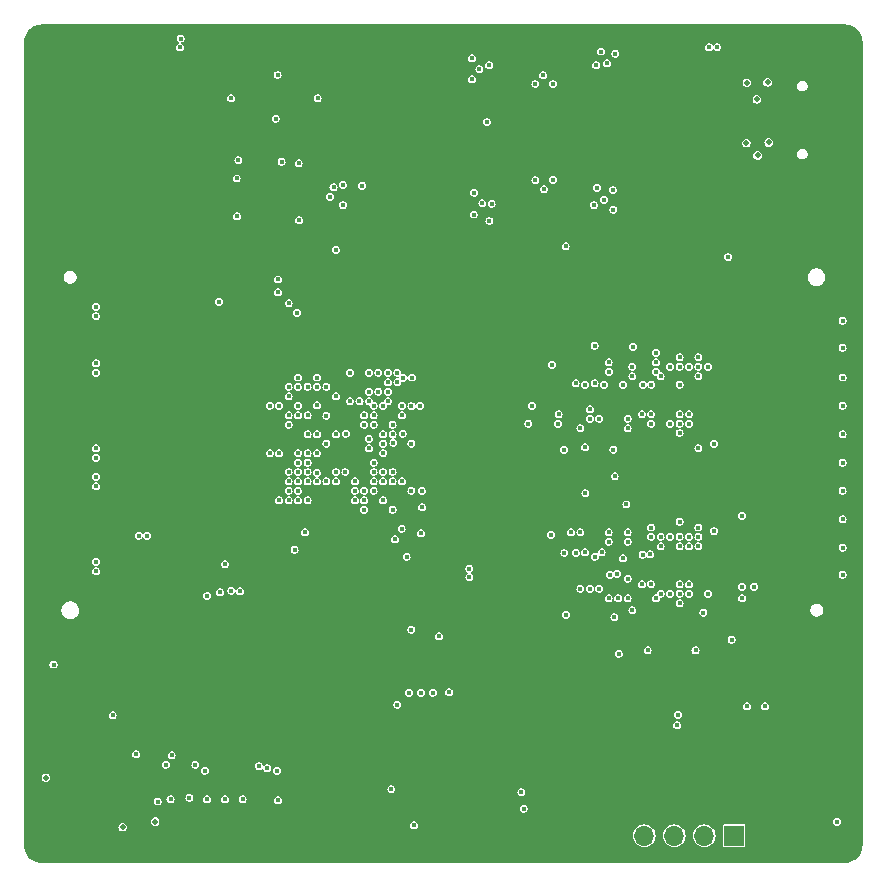
<source format=gbr>
%TF.GenerationSoftware,KiCad,Pcbnew,8.0.6*%
%TF.CreationDate,2025-01-06T00:07:22+08:00*%
%TF.ProjectId,ECP5_DEV_BOARD,45435035-5f44-4455-965f-424f4152442e,rev?*%
%TF.SameCoordinates,Original*%
%TF.FileFunction,Copper,L2,Inr*%
%TF.FilePolarity,Positive*%
%FSLAX46Y46*%
G04 Gerber Fmt 4.6, Leading zero omitted, Abs format (unit mm)*
G04 Created by KiCad (PCBNEW 8.0.6) date 2025-01-06 00:07:22*
%MOMM*%
%LPD*%
G01*
G04 APERTURE LIST*
%TA.AperFunction,ComponentPad*%
%ADD10O,2.100000X1.000000*%
%TD*%
%TA.AperFunction,ComponentPad*%
%ADD11O,1.800000X1.000000*%
%TD*%
%TA.AperFunction,ComponentPad*%
%ADD12R,1.700000X1.700000*%
%TD*%
%TA.AperFunction,ComponentPad*%
%ADD13O,1.700000X1.700000*%
%TD*%
%TA.AperFunction,ViaPad*%
%ADD14C,0.450000*%
%TD*%
%TA.AperFunction,ViaPad*%
%ADD15C,0.500000*%
%TD*%
G04 APERTURE END LIST*
D10*
%TO.N,GND*%
%TO.C,J1*%
X155475000Y-79820000D03*
D11*
X159675000Y-79820000D03*
D10*
X155475000Y-71180000D03*
D11*
X159675000Y-71180000D03*
%TD*%
D12*
%TO.N,TMS*%
%TO.C,J4*%
X150220000Y-136100000D03*
D13*
%TO.N,TCK*%
X147680000Y-136100000D03*
%TO.N,TDO*%
X145140000Y-136100000D03*
%TO.N,TDI*%
X142600000Y-136100000D03*
%TO.N,GND*%
X140060000Y-136100000D03*
%TD*%
D14*
%TO.N,GND*%
X143750000Y-118260000D03*
%TO.N,DDR_#RST*%
X149700000Y-87100000D03*
X135950000Y-86200000D03*
X121700000Y-96900000D03*
X148500000Y-102900000D03*
X148000000Y-115600000D03*
X150000000Y-119500000D03*
%TO.N,DDR_A6*%
X118500000Y-99300000D03*
X147200000Y-110800000D03*
X147200000Y-96400000D03*
%TO.N,DDR1_D1*%
X141200000Y-100800000D03*
X120500000Y-103700000D03*
%TO.N,VREF_MEM*%
X141600000Y-117000000D03*
X144800000Y-96400000D03*
X144800000Y-110800000D03*
X140100000Y-105650000D03*
%TO.N,GND*%
X109300000Y-72650000D03*
X147255000Y-123100000D03*
X122500000Y-99300000D03*
X98500000Y-133500000D03*
X143150000Y-83900000D03*
X140700000Y-94700000D03*
X147700000Y-126350000D03*
X105000000Y-109800000D03*
X137420000Y-94600000D03*
X118500000Y-102500000D03*
X117300000Y-102950000D03*
X96200000Y-92900000D03*
X158935000Y-136650000D03*
X157000000Y-103300000D03*
X109825000Y-69600000D03*
X143150000Y-82850000D03*
X136600000Y-103900000D03*
X105100000Y-82950000D03*
X116600000Y-78000000D03*
X118050000Y-101250000D03*
X117300000Y-104420000D03*
X96200000Y-100100000D03*
X156900000Y-108100000D03*
X142000000Y-116000000D03*
X118100000Y-99750000D03*
X157000000Y-100900000D03*
X117270000Y-133500000D03*
X138000001Y-110452000D03*
X112500000Y-99700000D03*
X100100000Y-100200000D03*
X96200000Y-97700000D03*
X142250000Y-127885000D03*
X111100000Y-109500000D03*
X96200000Y-114500000D03*
X146400000Y-116400000D03*
X119700000Y-109400000D03*
X101075000Y-81300000D03*
X139600000Y-109600000D03*
X135400000Y-109200000D03*
X101200000Y-92600000D03*
X147188500Y-109300000D03*
X134050000Y-70000000D03*
X105100000Y-80000000D03*
X108250000Y-75550000D03*
X124450000Y-82650000D03*
X144800000Y-116400000D03*
X151300000Y-127450000D03*
X123900000Y-102700000D03*
X101900000Y-114700000D03*
X113200000Y-82400000D03*
X143350000Y-69600000D03*
X102900000Y-103550000D03*
X157000000Y-105700000D03*
X122109602Y-106807202D03*
X142011500Y-110420002D03*
X142000000Y-96000000D03*
X140950000Y-102400000D03*
X124690000Y-125010000D03*
X147700000Y-128100000D03*
X148580000Y-117200000D03*
X156900000Y-112900000D03*
X96200000Y-102500000D03*
X144700000Y-113409999D03*
X146400000Y-95600000D03*
X102650000Y-75600000D03*
X111700000Y-106900000D03*
X114900000Y-104420000D03*
X146400000Y-102000000D03*
X96200000Y-90500000D03*
X144350000Y-70350000D03*
X109794585Y-105594585D03*
X98900000Y-115900000D03*
X108500000Y-90900000D03*
X96200000Y-107300000D03*
X93662500Y-132600000D03*
X109825000Y-80400000D03*
X140800000Y-117000000D03*
X124550000Y-69900000D03*
X136400000Y-100800000D03*
X124200000Y-96000000D03*
X96200000Y-112100000D03*
X110675597Y-102491721D03*
X148500000Y-109500000D03*
X138400000Y-96400000D03*
X138400000Y-103300000D03*
X97000000Y-119600000D03*
D15*
X134150000Y-77300000D03*
D14*
X147700000Y-127250000D03*
X134050000Y-83900000D03*
X144800000Y-110000000D03*
X139200000Y-117600000D03*
X101050000Y-107700000D03*
X157100000Y-96100000D03*
X156900000Y-110500000D03*
X144800000Y-102000000D03*
X144800000Y-95600000D03*
X114500000Y-108900000D03*
X116580000Y-100500000D03*
X136400000Y-115200000D03*
X157100000Y-98500000D03*
X96200000Y-109700000D03*
X125000000Y-83600000D03*
X127500000Y-120400000D03*
X124500000Y-71050000D03*
X101100000Y-95800000D03*
X157100000Y-93700000D03*
X139050000Y-107100000D03*
X113300000Y-102900000D03*
X104950000Y-107250000D03*
X96200000Y-95300000D03*
X129212500Y-77150000D03*
X148000000Y-95600000D03*
D15*
X134168750Y-76481250D03*
D14*
X110700000Y-96300000D03*
X157200000Y-91300000D03*
X136800000Y-117300000D03*
X148000000Y-102000000D03*
X96150000Y-104900000D03*
X124300000Y-108800000D03*
X94357500Y-123612500D03*
D15*
X134150000Y-75650000D03*
D14*
%TO.N,+1V5*%
X136000000Y-117400000D03*
X140000000Y-83100000D03*
X135800000Y-103400000D03*
X119300000Y-102500000D03*
X141200000Y-116000000D03*
X139200000Y-82250000D03*
X138400000Y-94600000D03*
X145600000Y-95600000D03*
X138600000Y-81250000D03*
X140800000Y-112600000D03*
X145600000Y-102000000D03*
X147200000Y-103300000D03*
X147200000Y-95600000D03*
X143600000Y-96000000D03*
X143200000Y-110800000D03*
X138375000Y-82700000D03*
X147200000Y-110000000D03*
X143200000Y-101200000D03*
X140450000Y-120700000D03*
X137620000Y-107100000D03*
X141100000Y-108050000D03*
X140000000Y-103400000D03*
X143600000Y-116000000D03*
X137600000Y-103200000D03*
X134700000Y-110600000D03*
X145600000Y-116400000D03*
X145600000Y-109500000D03*
X145400000Y-126750000D03*
X134800000Y-96230000D03*
X122900000Y-118650000D03*
X140080000Y-117600000D03*
X118900000Y-100500000D03*
X139950000Y-81425000D03*
X141200000Y-101600000D03*
X140800000Y-97900000D03*
X147620000Y-117200000D03*
X141660000Y-94700000D03*
X119300000Y-103300000D03*
%TO.N,DDR_A1*%
X146400000Y-111600000D03*
%TO.N,DDR_CKE*%
X143200000Y-110000000D03*
X120900000Y-97700000D03*
X150890000Y-109000000D03*
X143600000Y-95200000D03*
%TO.N,DDR1_D3*%
X119695944Y-101304056D03*
X141600000Y-96400000D03*
%TO.N,VREF_FPGA*%
X123800000Y-108300000D03*
X125213440Y-119196778D03*
X121300000Y-101300000D03*
%TO.N,DDR1_D4*%
X121368268Y-102836586D03*
X141600000Y-97200000D03*
%TO.N,DDR1_D6*%
X139636917Y-96821640D03*
X133100000Y-99700000D03*
%TO.N,Net-(U1-ZQ)*%
X143600000Y-96800000D03*
%TO.N,DDR0_D1*%
X120500000Y-106100000D03*
X137200000Y-115200000D03*
%TO.N,DDR_#CS*%
X144000000Y-115600000D03*
%TO.N,Net-(U2-ZQ)*%
X144000000Y-110800000D03*
%TO.N,DDR_BA1*%
X145600000Y-96400000D03*
X119700000Y-99700000D03*
X145600000Y-110800000D03*
X150890000Y-115000000D03*
%TO.N,DDR_A4*%
X146400000Y-110800000D03*
X119300000Y-98500000D03*
X146400000Y-96400000D03*
%TO.N,DDR_A10*%
X120900000Y-99300000D03*
X144000000Y-97200000D03*
X144000000Y-111600000D03*
%TO.N,DDR_BA0*%
X144800000Y-101200000D03*
X120900000Y-96900000D03*
X144800000Y-115600000D03*
%TO.N,DDR_A11*%
X147200000Y-111600000D03*
X147200000Y-97200000D03*
X117700000Y-96900000D03*
%TO.N,DDR_#CAS*%
X143200000Y-100400000D03*
X143200000Y-114787366D03*
X121700000Y-97700000D03*
%TO.N,DDR_#RAS*%
X120900000Y-98500000D03*
X142400000Y-100400000D03*
X142400000Y-114800000D03*
%TO.N,DDR_A8*%
X117700000Y-99300000D03*
X148500000Y-110300000D03*
X148000000Y-96400000D03*
%TO.N,DDR_A2*%
X146400000Y-100400000D03*
X146400000Y-114800000D03*
X119300000Y-99300000D03*
%TO.N,DDR0_D4*%
X136400000Y-110400000D03*
X120500000Y-105300000D03*
%TO.N,DDR1_D5*%
X122150000Y-102050000D03*
X139600000Y-96000000D03*
%TO.N,DDR0_D5*%
X121300000Y-105300000D03*
X138420000Y-112480000D03*
%TO.N,DDR1_DM*%
X139200000Y-97900000D03*
X122900000Y-102900000D03*
%TO.N,DDR_A5*%
X146400000Y-115600000D03*
X146400000Y-101200000D03*
X119300000Y-96900000D03*
%TO.N,DDR_A12*%
X145600000Y-111600000D03*
X150890000Y-116000000D03*
X120500000Y-99700000D03*
X145600000Y-97900000D03*
%TO.N,DDR1_D2*%
X138800000Y-100800000D03*
X120500000Y-102900000D03*
%TO.N,DDR0_D0*%
X138000000Y-115200000D03*
X121300000Y-106100000D03*
%TO.N,DDR_A3*%
X145600000Y-115600000D03*
X145600000Y-101200000D03*
X120100000Y-98500000D03*
%TO.N,DDR_A0*%
X145600000Y-114800000D03*
X120100000Y-96900000D03*
X145600000Y-100400000D03*
%TO.N,DDR0_D3*%
X122100000Y-106100000D03*
X135840000Y-112160000D03*
%TO.N,DDR0_D6*%
X137200000Y-110400000D03*
X119700000Y-104500000D03*
%TO.N,DDR3_D1*%
X119700000Y-106100000D03*
X139600000Y-110400000D03*
%TO.N,+2V5*%
X116500000Y-105300000D03*
X115700000Y-102900000D03*
X129487500Y-70875000D03*
X118900000Y-101300000D03*
X128012500Y-72050000D03*
X128012500Y-70275000D03*
X114900000Y-99650000D03*
X128650000Y-71200000D03*
%TO.N,DDR3_D3*%
X138800000Y-115200000D03*
X122070000Y-110100000D03*
%TO.N,DDR3_D2*%
X140400000Y-116000000D03*
X121500000Y-111000000D03*
%TO.N,DDR2_D4*%
X135300000Y-101200000D03*
X119700000Y-100500000D03*
%TO.N,+1V1*%
X129687500Y-82600000D03*
X128212500Y-81675000D03*
X117340000Y-102070000D03*
X128162500Y-83500000D03*
X117300000Y-105300000D03*
X129500000Y-84050000D03*
X128900000Y-82550000D03*
X116500000Y-102100000D03*
%TO.N,DDR3_D4*%
X139600000Y-111200000D03*
X120500000Y-107700000D03*
%TO.N,DDR3_D7*%
X141200000Y-111200000D03*
X121300000Y-108500000D03*
%TO.N,+3V3*%
X152810000Y-125150000D03*
X151300000Y-125150000D03*
X97600000Y-125900000D03*
X140162500Y-69875000D03*
X139450000Y-70700000D03*
X114900000Y-105380000D03*
X114900000Y-103700000D03*
X115700000Y-100550000D03*
X138537500Y-70875000D03*
X132200000Y-132430000D03*
X121197500Y-132150000D03*
X121710000Y-125000000D03*
X113300000Y-99700000D03*
X92592500Y-121600000D03*
X138950000Y-69700000D03*
X106600000Y-90900000D03*
%TO.N,DDR2_D1*%
X132800000Y-101200000D03*
X138400000Y-97800000D03*
%TO.N,DDR3_D6*%
X141200000Y-114335973D03*
X123700000Y-110500000D03*
%TO.N,DDR3_D5*%
X139600000Y-116000000D03*
X122495486Y-112495486D03*
%TO.N,DDR2_D5*%
X122100000Y-100500000D03*
X135355094Y-100421640D03*
%TO.N,DDR3_DM*%
X139000000Y-112100000D03*
X119700000Y-106900000D03*
%TO.N,DDR2_D2*%
X138019597Y-100800001D03*
X121300000Y-102100000D03*
%TO.N,DDR2_DM*%
X122100000Y-99700000D03*
X138000000Y-100000000D03*
%TO.N,DDR2_D3*%
X120500000Y-102100000D03*
X137200000Y-101600000D03*
%TO.N,DDR3_D0*%
X119700000Y-105300000D03*
X141200001Y-110400001D03*
%TO.N,DDR_CKP*%
X122930000Y-97300000D03*
X142500000Y-97900000D03*
X142467527Y-112300000D03*
%TO.N,DDR_CKN*%
X122192798Y-97309602D03*
X143200000Y-97900000D03*
X143120000Y-112280000D03*
%TO.N,DDR0_DQSN*%
X136810000Y-112150000D03*
X122900000Y-106900000D03*
%TO.N,DDR0_DQSP*%
X137580000Y-112110000D03*
X123800000Y-106900000D03*
%TO.N,DDR3_DQSN*%
X140300000Y-113900000D03*
X127800000Y-113500000D03*
%TO.N,DDR3_DQSP*%
X127800000Y-114200000D03*
X139700000Y-114000000D03*
%TO.N,DDR2_DQSP*%
X123607202Y-99690398D03*
X137600000Y-97900000D03*
%TO.N,DDR2_DQSN*%
X136800000Y-97800000D03*
X122899760Y-99716081D03*
%TO.N,VTT*%
X146950000Y-120410000D03*
X151910000Y-115000000D03*
X142900000Y-120410000D03*
%TO.N,VCC*%
X159400000Y-109300000D03*
X159400000Y-106900000D03*
X159400000Y-114000000D03*
X159400000Y-102100000D03*
X111900000Y-79050000D03*
X159400000Y-94800000D03*
D15*
X151300000Y-72350000D03*
X151250000Y-77450000D03*
D14*
X134050000Y-71700000D03*
X133387500Y-80600000D03*
X159400000Y-92500000D03*
X159400000Y-99700000D03*
X129281250Y-75668750D03*
D15*
X152200000Y-78500000D03*
D14*
X159400000Y-111700000D03*
D15*
X152150000Y-73750000D03*
D14*
X133387500Y-72450000D03*
X159400000Y-104500000D03*
D15*
X153050000Y-72300000D03*
D14*
X134887500Y-72450000D03*
X159400000Y-97300000D03*
D15*
X101200000Y-134900000D03*
D14*
X134100000Y-81350000D03*
D15*
X153150000Y-77400000D03*
D14*
X134887500Y-80550000D03*
%TO.N,DONE*%
X118100000Y-107700000D03*
X126100000Y-123950000D03*
X158935000Y-134900000D03*
%TO.N,CFG_0*%
X118100000Y-106900000D03*
X124700000Y-124000000D03*
%TO.N,CFG_1*%
X122700000Y-124000000D03*
X118900000Y-106900000D03*
%TO.N,CFG_2*%
X118900000Y-107700000D03*
X123700000Y-124000000D03*
%TO.N,SD_IO2*%
X123100000Y-135200000D03*
X115700000Y-106100000D03*
%TO.N,SD_IO3*%
X132400000Y-133800000D03*
X116500000Y-106100000D03*
%TO.N,Net-(U9-REFIN)*%
X145450000Y-125850000D03*
%TO.N,Net-(U11-VCCCORE)*%
X113350000Y-79150000D03*
%TO.N,+3V3_FT232*%
X111562500Y-71687500D03*
X114950000Y-73650000D03*
X108150000Y-83650000D03*
X113400000Y-84000000D03*
X108250000Y-78900000D03*
X118725000Y-81050000D03*
%TO.N,Net-(U11-REF)*%
X108100000Y-80450000D03*
%TO.N,EEDAT*%
X107625000Y-73650000D03*
X111400000Y-75400000D03*
%TO.N,FT232_DP*%
X148795563Y-69326619D03*
X103350000Y-68600000D03*
%TO.N,Net-(U11-ACBUS4)*%
X117100000Y-82700000D03*
%TO.N,Net-(U11-ACBUS7)*%
X117100000Y-81000000D03*
%TO.N,FT232_CLKOUT*%
X115700000Y-98100000D03*
X116000000Y-82000000D03*
%TO.N,FT232_D4*%
X113300000Y-98100000D03*
X111600000Y-89000000D03*
%TO.N,FT232_D5*%
X111600000Y-90100000D03*
X113300000Y-97300000D03*
%TO.N,FT232_D7*%
X114900000Y-97300000D03*
X113200000Y-91800000D03*
%TO.N,FT232_D6*%
X114100000Y-98100000D03*
X112500000Y-91000000D03*
%TO.N,FT232_#WR*%
X116500000Y-86500000D03*
X116500000Y-98900000D03*
%TO.N,FT232_#OE*%
X114900000Y-98100000D03*
X116300000Y-81200000D03*
%TO.N,LVDS_CLKP*%
X110900000Y-103700000D03*
%TO.N,LVDS_CLKN*%
X111675370Y-103711076D03*
%TO.N,LVDS_D7N*%
X100500000Y-110700000D03*
%TO.N,LVDS_D8N*%
X96200000Y-113700000D03*
X113300000Y-104500000D03*
%TO.N,LVDS_D8P*%
X96200000Y-112900000D03*
X113300000Y-103700000D03*
%TO.N,LVDS_D0N*%
X96200000Y-92100000D03*
%TO.N,LVDS_D2N*%
X96200000Y-96900000D03*
%TO.N,LVDS_D1P*%
X112500000Y-98100000D03*
%TO.N,LVDS_D7P*%
X99800000Y-110700000D03*
%TO.N,LVDS_D1N*%
X112500000Y-98900000D03*
%TO.N,LVDS_D0P*%
X96200000Y-91300000D03*
%TO.N,LVDS_D4N*%
X111700000Y-99700000D03*
X96200000Y-104100000D03*
%TO.N,LVDS_D6P*%
X114900000Y-102100000D03*
%TO.N,LVDS_D3N*%
X112500000Y-101300000D03*
%TO.N,LVDS_D3P*%
X112500000Y-100500000D03*
%TO.N,LVDS_D2P*%
X96200000Y-96100000D03*
%TO.N,LVDS_D5N*%
X96200000Y-106500000D03*
X114100000Y-100500000D03*
%TO.N,LVDS_D5P*%
X113300000Y-100500000D03*
X96200000Y-105700000D03*
%TO.N,LVDS_D6N*%
X114100000Y-102100000D03*
%TO.N,LVDS_D4P*%
X96200000Y-103300000D03*
X110900000Y-99700000D03*
%TO.N,LCD_R3*%
X99600000Y-129200000D03*
X114100000Y-104500000D03*
%TO.N,LCD_G1*%
X106700000Y-115500000D03*
X102600000Y-129300000D03*
X112500000Y-106100000D03*
%TO.N,LCD_G7*%
X105600000Y-133000000D03*
X112500000Y-107700000D03*
%TO.N,LCD_R2*%
X114100000Y-103700000D03*
X107100000Y-113100000D03*
%TO.N,LCD_G0*%
X112500000Y-105300000D03*
X102100000Y-130100000D03*
X105600000Y-115800000D03*
%TO.N,LCD_B2*%
X113300000Y-107700000D03*
X107100000Y-133000000D03*
%TO.N,LCD_G5*%
X104600000Y-130100000D03*
X112500000Y-106900000D03*
%TO.N,LCD_R4*%
X108400000Y-115400000D03*
X113300000Y-105300000D03*
%TO.N,LCD_R7*%
X102500000Y-133000000D03*
X111700000Y-107700000D03*
%TO.N,LCD_B5*%
X113000000Y-111900000D03*
X108600000Y-133000000D03*
%TO.N,LCD_R5*%
X101400000Y-133200000D03*
X114100000Y-105300000D03*
X107650000Y-115350000D03*
%TO.N,LCD_DISP*%
X111500000Y-130600000D03*
X114100000Y-107700000D03*
D15*
%TO.N,LCD_BACKLIGHT_PWR*%
X98455000Y-135365000D03*
D14*
%TO.N,LCD_HSYNC*%
X111600000Y-133100000D03*
X114900000Y-106100000D03*
%TO.N,LCD_B7*%
X110000000Y-130200000D03*
X113900000Y-110400000D03*
%TO.N,LCD_G4*%
X113300000Y-106100000D03*
X104100000Y-132900000D03*
%TO.N,LCD_DCLK*%
X114100000Y-106100000D03*
X110700000Y-130400000D03*
%TO.N,LCD_G6*%
X113300000Y-106900000D03*
X105400000Y-130600000D03*
%TO.N,TDI*%
X118888500Y-108500000D03*
%TO.N,TDO*%
X118100000Y-106100000D03*
%TO.N,FT232_DN*%
X103300000Y-69350000D03*
X148100000Y-69350000D03*
D15*
%TO.N,LCD_BACKLIGHT_GND*%
X91955000Y-131190000D03*
%TD*%
%TA.AperFunction,Conductor*%
%TO.N,GND*%
G36*
X159601929Y-67400638D02*
G01*
X159809547Y-67415487D01*
X159817169Y-67416582D01*
X160018688Y-67460419D01*
X160026075Y-67462589D01*
X160219293Y-67534656D01*
X160226302Y-67537856D01*
X160407306Y-67636692D01*
X160413780Y-67640852D01*
X160578869Y-67764437D01*
X160584692Y-67769482D01*
X160730517Y-67915307D01*
X160735562Y-67921130D01*
X160859144Y-68086215D01*
X160863310Y-68092697D01*
X160962143Y-68273698D01*
X160965343Y-68280706D01*
X161037409Y-68473921D01*
X161039580Y-68481314D01*
X161083416Y-68682828D01*
X161084512Y-68690453D01*
X161099362Y-68898069D01*
X161099500Y-68901922D01*
X161099500Y-136898077D01*
X161099362Y-136901930D01*
X161084512Y-137109546D01*
X161083416Y-137117171D01*
X161039580Y-137318685D01*
X161037409Y-137326078D01*
X160965343Y-137519293D01*
X160962143Y-137526301D01*
X160863310Y-137707302D01*
X160859144Y-137713784D01*
X160735562Y-137878869D01*
X160730517Y-137884692D01*
X160584692Y-138030517D01*
X160578869Y-138035562D01*
X160413784Y-138159144D01*
X160407302Y-138163310D01*
X160226301Y-138262143D01*
X160219293Y-138265343D01*
X160026078Y-138337409D01*
X160018685Y-138339580D01*
X159817171Y-138383416D01*
X159809546Y-138384512D01*
X159612515Y-138398604D01*
X159601928Y-138399362D01*
X159598077Y-138399500D01*
X91601923Y-138399500D01*
X91598071Y-138399362D01*
X91586381Y-138398525D01*
X91390453Y-138384512D01*
X91382828Y-138383416D01*
X91181314Y-138339580D01*
X91173921Y-138337409D01*
X90980706Y-138265343D01*
X90973698Y-138262143D01*
X90792697Y-138163310D01*
X90786215Y-138159144D01*
X90621130Y-138035562D01*
X90615307Y-138030517D01*
X90469482Y-137884692D01*
X90464437Y-137878869D01*
X90340855Y-137713784D01*
X90336689Y-137707302D01*
X90237856Y-137526301D01*
X90234656Y-137519293D01*
X90162590Y-137326078D01*
X90160419Y-137318685D01*
X90116583Y-137117171D01*
X90115487Y-137109545D01*
X90100638Y-136901929D01*
X90100500Y-136898077D01*
X90100500Y-136100000D01*
X141634853Y-136100000D01*
X141653397Y-136288287D01*
X141653397Y-136288290D01*
X141653398Y-136288291D01*
X141708320Y-136469346D01*
X141797510Y-136636207D01*
X141917538Y-136782462D01*
X142063793Y-136902490D01*
X142230654Y-136991680D01*
X142230657Y-136991681D01*
X142249238Y-136997317D01*
X142411709Y-137046602D01*
X142600000Y-137065147D01*
X142788291Y-137046602D01*
X142969346Y-136991680D01*
X143136207Y-136902490D01*
X143282462Y-136782462D01*
X143402490Y-136636207D01*
X143491680Y-136469346D01*
X143546602Y-136288291D01*
X143565147Y-136100000D01*
X144174853Y-136100000D01*
X144193397Y-136288287D01*
X144193397Y-136288290D01*
X144193398Y-136288291D01*
X144248320Y-136469346D01*
X144337510Y-136636207D01*
X144457538Y-136782462D01*
X144603793Y-136902490D01*
X144770654Y-136991680D01*
X144770657Y-136991681D01*
X144789238Y-136997317D01*
X144951709Y-137046602D01*
X145140000Y-137065147D01*
X145328291Y-137046602D01*
X145509346Y-136991680D01*
X145676207Y-136902490D01*
X145822462Y-136782462D01*
X145942490Y-136636207D01*
X146031680Y-136469346D01*
X146086602Y-136288291D01*
X146105147Y-136100000D01*
X146714853Y-136100000D01*
X146733397Y-136288287D01*
X146733397Y-136288290D01*
X146733398Y-136288291D01*
X146788320Y-136469346D01*
X146877510Y-136636207D01*
X146997538Y-136782462D01*
X147143793Y-136902490D01*
X147310654Y-136991680D01*
X147310657Y-136991681D01*
X147329238Y-136997317D01*
X147491709Y-137046602D01*
X147680000Y-137065147D01*
X147868291Y-137046602D01*
X148049346Y-136991680D01*
X148216207Y-136902490D01*
X148362462Y-136782462D01*
X148482490Y-136636207D01*
X148571680Y-136469346D01*
X148626602Y-136288291D01*
X148645147Y-136100000D01*
X148626602Y-135911709D01*
X148571680Y-135730654D01*
X148482490Y-135563793D01*
X148426061Y-135495034D01*
X148362463Y-135417539D01*
X148362460Y-135417536D01*
X148216211Y-135297513D01*
X148216210Y-135297512D01*
X148216207Y-135297510D01*
X148106951Y-135239111D01*
X149259500Y-135239111D01*
X149259500Y-136960888D01*
X149265910Y-136993114D01*
X149265911Y-136993115D01*
X149290334Y-137029666D01*
X149326885Y-137054089D01*
X149326884Y-137054089D01*
X149358249Y-137060327D01*
X149359116Y-137060500D01*
X151080884Y-137060500D01*
X151113115Y-137054089D01*
X151149666Y-137029666D01*
X151174089Y-136993115D01*
X151180500Y-136960884D01*
X151180500Y-135239116D01*
X151174089Y-135206885D01*
X151149666Y-135170334D01*
X151113115Y-135145911D01*
X151113114Y-135145910D01*
X151113115Y-135145910D01*
X151080888Y-135139500D01*
X151080884Y-135139500D01*
X149359116Y-135139500D01*
X149359111Y-135139500D01*
X149326885Y-135145910D01*
X149290336Y-135170332D01*
X149290332Y-135170336D01*
X149265910Y-135206885D01*
X149259500Y-135239111D01*
X148106951Y-135239111D01*
X148049346Y-135208320D01*
X148049340Y-135208318D01*
X148049342Y-135208318D01*
X147868294Y-135153399D01*
X147868291Y-135153398D01*
X147868290Y-135153397D01*
X147868287Y-135153397D01*
X147680000Y-135134853D01*
X147491712Y-135153397D01*
X147491705Y-135153399D01*
X147310658Y-135208318D01*
X147310654Y-135208319D01*
X147310654Y-135208320D01*
X147143793Y-135297510D01*
X147143791Y-135297510D01*
X147143788Y-135297513D01*
X146997539Y-135417536D01*
X146997536Y-135417539D01*
X146877513Y-135563788D01*
X146877510Y-135563791D01*
X146877510Y-135563793D01*
X146788673Y-135729994D01*
X146788318Y-135730658D01*
X146733399Y-135911705D01*
X146733397Y-135911712D01*
X146714853Y-136100000D01*
X146105147Y-136100000D01*
X146086602Y-135911709D01*
X146031680Y-135730654D01*
X145942490Y-135563793D01*
X145886061Y-135495034D01*
X145822463Y-135417539D01*
X145822460Y-135417536D01*
X145676211Y-135297513D01*
X145676210Y-135297512D01*
X145676207Y-135297510D01*
X145509346Y-135208320D01*
X145509340Y-135208318D01*
X145509342Y-135208318D01*
X145328294Y-135153399D01*
X145328291Y-135153398D01*
X145328290Y-135153397D01*
X145328287Y-135153397D01*
X145140000Y-135134853D01*
X144951712Y-135153397D01*
X144951705Y-135153399D01*
X144770658Y-135208318D01*
X144770654Y-135208319D01*
X144770654Y-135208320D01*
X144603793Y-135297510D01*
X144603791Y-135297510D01*
X144603788Y-135297513D01*
X144457539Y-135417536D01*
X144457536Y-135417539D01*
X144337513Y-135563788D01*
X144337510Y-135563791D01*
X144337510Y-135563793D01*
X144248673Y-135729994D01*
X144248318Y-135730658D01*
X144193399Y-135911705D01*
X144193397Y-135911712D01*
X144174853Y-136100000D01*
X143565147Y-136100000D01*
X143546602Y-135911709D01*
X143491680Y-135730654D01*
X143402490Y-135563793D01*
X143346061Y-135495034D01*
X143282463Y-135417539D01*
X143282460Y-135417536D01*
X143136211Y-135297513D01*
X143136210Y-135297512D01*
X143136207Y-135297510D01*
X142969346Y-135208320D01*
X142969340Y-135208318D01*
X142969342Y-135208318D01*
X142788294Y-135153399D01*
X142788291Y-135153398D01*
X142788290Y-135153397D01*
X142788287Y-135153397D01*
X142600000Y-135134853D01*
X142411712Y-135153397D01*
X142411705Y-135153399D01*
X142230658Y-135208318D01*
X142230654Y-135208319D01*
X142230654Y-135208320D01*
X142063793Y-135297510D01*
X142063791Y-135297510D01*
X142063788Y-135297513D01*
X141917539Y-135417536D01*
X141917536Y-135417539D01*
X141797513Y-135563788D01*
X141797510Y-135563791D01*
X141797510Y-135563793D01*
X141708673Y-135729994D01*
X141708318Y-135730658D01*
X141653399Y-135911705D01*
X141653397Y-135911712D01*
X141634853Y-136100000D01*
X90100500Y-136100000D01*
X90100500Y-135364999D01*
X98090006Y-135364999D01*
X98090006Y-135365000D01*
X98107870Y-135477790D01*
X98159713Y-135579537D01*
X98240462Y-135660286D01*
X98240461Y-135660286D01*
X98342209Y-135712129D01*
X98342211Y-135712130D01*
X98433772Y-135726631D01*
X98454999Y-135729994D01*
X98455000Y-135729994D01*
X98455001Y-135729994D01*
X98472865Y-135727164D01*
X98567789Y-135712130D01*
X98669538Y-135660286D01*
X98750286Y-135579538D01*
X98802130Y-135477789D01*
X98819994Y-135365000D01*
X98802130Y-135252211D01*
X98750286Y-135150462D01*
X98669538Y-135069714D01*
X98669537Y-135069713D01*
X98669538Y-135069713D01*
X98567790Y-135017870D01*
X98455001Y-135000006D01*
X98454999Y-135000006D01*
X98342209Y-135017870D01*
X98240462Y-135069713D01*
X98159713Y-135150462D01*
X98107870Y-135252209D01*
X98090006Y-135364999D01*
X90100500Y-135364999D01*
X90100500Y-134899999D01*
X100835006Y-134899999D01*
X100835006Y-134900000D01*
X100852870Y-135012790D01*
X100904713Y-135114537D01*
X100985462Y-135195286D01*
X100985461Y-135195286D01*
X101064384Y-135235499D01*
X101087211Y-135247130D01*
X101178772Y-135261631D01*
X101199999Y-135264994D01*
X101200000Y-135264994D01*
X101200001Y-135264994D01*
X101217865Y-135262164D01*
X101312789Y-135247130D01*
X101405286Y-135200000D01*
X122759324Y-135200000D01*
X122779869Y-135316519D01*
X122779871Y-135316523D01*
X122839025Y-135418980D01*
X122839027Y-135418983D01*
X122888309Y-135460335D01*
X122929662Y-135495034D01*
X123040842Y-135535500D01*
X123040846Y-135535500D01*
X123159154Y-135535500D01*
X123159158Y-135535500D01*
X123270338Y-135495034D01*
X123360973Y-135418982D01*
X123420131Y-135316518D01*
X123440676Y-135200000D01*
X123420131Y-135083482D01*
X123412181Y-135069713D01*
X123360974Y-134981019D01*
X123360972Y-134981016D01*
X123303759Y-134933010D01*
X123270338Y-134904966D01*
X123270336Y-134904965D01*
X123256695Y-134900000D01*
X158594324Y-134900000D01*
X158614869Y-135016519D01*
X158614871Y-135016523D01*
X158674025Y-135118980D01*
X158674027Y-135118983D01*
X158711543Y-135150462D01*
X158764662Y-135195034D01*
X158875842Y-135235500D01*
X158875846Y-135235500D01*
X158994154Y-135235500D01*
X158994158Y-135235500D01*
X159105338Y-135195034D01*
X159195973Y-135118982D01*
X159255131Y-135016518D01*
X159275676Y-134900000D01*
X159255131Y-134783482D01*
X159195973Y-134681018D01*
X159195972Y-134681016D01*
X159138759Y-134633010D01*
X159105338Y-134604966D01*
X159105336Y-134604965D01*
X158994158Y-134564500D01*
X158875842Y-134564500D01*
X158875841Y-134564500D01*
X158764663Y-134604965D01*
X158674027Y-134681016D01*
X158674025Y-134681019D01*
X158614871Y-134783476D01*
X158614869Y-134783480D01*
X158594324Y-134900000D01*
X123256695Y-134900000D01*
X123159158Y-134864500D01*
X123040842Y-134864500D01*
X123040841Y-134864500D01*
X122929663Y-134904965D01*
X122839027Y-134981016D01*
X122839025Y-134981019D01*
X122779871Y-135083476D01*
X122779869Y-135083480D01*
X122759324Y-135200000D01*
X101405286Y-135200000D01*
X101414538Y-135195286D01*
X101495286Y-135114538D01*
X101547130Y-135012789D01*
X101564994Y-134900000D01*
X101547130Y-134787211D01*
X101495286Y-134685462D01*
X101414538Y-134604714D01*
X101414537Y-134604713D01*
X101414538Y-134604713D01*
X101312790Y-134552870D01*
X101200001Y-134535006D01*
X101199999Y-134535006D01*
X101087209Y-134552870D01*
X100985462Y-134604713D01*
X100904713Y-134685462D01*
X100852870Y-134787209D01*
X100835006Y-134899999D01*
X90100500Y-134899999D01*
X90100500Y-133800000D01*
X132059324Y-133800000D01*
X132079869Y-133916519D01*
X132079871Y-133916523D01*
X132139025Y-134018980D01*
X132139027Y-134018983D01*
X132188309Y-134060335D01*
X132229662Y-134095034D01*
X132340842Y-134135500D01*
X132340846Y-134135500D01*
X132459154Y-134135500D01*
X132459158Y-134135500D01*
X132570338Y-134095034D01*
X132660973Y-134018982D01*
X132720131Y-133916518D01*
X132740676Y-133800000D01*
X132720131Y-133683482D01*
X132660973Y-133581018D01*
X132660972Y-133581016D01*
X132603759Y-133533010D01*
X132570338Y-133504966D01*
X132570336Y-133504965D01*
X132459158Y-133464500D01*
X132340842Y-133464500D01*
X132340841Y-133464500D01*
X132229663Y-133504965D01*
X132139027Y-133581016D01*
X132139025Y-133581019D01*
X132079871Y-133683476D01*
X132079869Y-133683480D01*
X132059324Y-133800000D01*
X90100500Y-133800000D01*
X90100500Y-133200000D01*
X101059324Y-133200000D01*
X101079869Y-133316519D01*
X101079871Y-133316523D01*
X101139025Y-133418980D01*
X101139027Y-133418983D01*
X101158712Y-133435500D01*
X101229662Y-133495034D01*
X101340842Y-133535500D01*
X101340846Y-133535500D01*
X101459154Y-133535500D01*
X101459158Y-133535500D01*
X101570338Y-133495034D01*
X101660973Y-133418982D01*
X101720131Y-133316518D01*
X101740676Y-133200000D01*
X101720131Y-133083482D01*
X101681469Y-133016518D01*
X101671932Y-133000000D01*
X102159324Y-133000000D01*
X102179869Y-133116519D01*
X102179871Y-133116523D01*
X102239025Y-133218980D01*
X102239027Y-133218983D01*
X102258712Y-133235500D01*
X102329662Y-133295034D01*
X102440842Y-133335500D01*
X102440846Y-133335500D01*
X102559154Y-133335500D01*
X102559158Y-133335500D01*
X102670338Y-133295034D01*
X102760973Y-133218982D01*
X102820131Y-133116518D01*
X102840676Y-133000000D01*
X102823044Y-132900000D01*
X103759324Y-132900000D01*
X103779869Y-133016519D01*
X103779871Y-133016523D01*
X103839025Y-133118980D01*
X103839027Y-133118983D01*
X103888309Y-133160335D01*
X103929662Y-133195034D01*
X104040842Y-133235500D01*
X104040846Y-133235500D01*
X104159154Y-133235500D01*
X104159158Y-133235500D01*
X104270338Y-133195034D01*
X104360973Y-133118982D01*
X104420131Y-133016518D01*
X104423044Y-133000000D01*
X105259324Y-133000000D01*
X105279869Y-133116519D01*
X105279871Y-133116523D01*
X105339025Y-133218980D01*
X105339027Y-133218983D01*
X105358712Y-133235500D01*
X105429662Y-133295034D01*
X105540842Y-133335500D01*
X105540846Y-133335500D01*
X105659154Y-133335500D01*
X105659158Y-133335500D01*
X105770338Y-133295034D01*
X105860973Y-133218982D01*
X105920131Y-133116518D01*
X105940676Y-133000000D01*
X106759324Y-133000000D01*
X106779869Y-133116519D01*
X106779871Y-133116523D01*
X106839025Y-133218980D01*
X106839027Y-133218983D01*
X106858712Y-133235500D01*
X106929662Y-133295034D01*
X107040842Y-133335500D01*
X107040846Y-133335500D01*
X107159154Y-133335500D01*
X107159158Y-133335500D01*
X107270338Y-133295034D01*
X107360973Y-133218982D01*
X107420131Y-133116518D01*
X107440676Y-133000000D01*
X108259324Y-133000000D01*
X108279869Y-133116519D01*
X108279871Y-133116523D01*
X108339025Y-133218980D01*
X108339027Y-133218983D01*
X108358712Y-133235500D01*
X108429662Y-133295034D01*
X108540842Y-133335500D01*
X108540846Y-133335500D01*
X108659154Y-133335500D01*
X108659158Y-133335500D01*
X108770338Y-133295034D01*
X108860973Y-133218982D01*
X108920131Y-133116518D01*
X108923044Y-133100000D01*
X111259324Y-133100000D01*
X111279869Y-133216519D01*
X111279871Y-133216523D01*
X111339025Y-133318980D01*
X111339027Y-133318983D01*
X111358712Y-133335500D01*
X111429662Y-133395034D01*
X111540842Y-133435500D01*
X111540846Y-133435500D01*
X111659154Y-133435500D01*
X111659158Y-133435500D01*
X111770338Y-133395034D01*
X111860973Y-133318982D01*
X111920131Y-133216518D01*
X111940676Y-133100000D01*
X111920131Y-132983482D01*
X111918708Y-132981018D01*
X111860974Y-132881019D01*
X111860972Y-132881016D01*
X111803759Y-132833010D01*
X111770338Y-132804966D01*
X111770336Y-132804965D01*
X111659158Y-132764500D01*
X111540842Y-132764500D01*
X111540841Y-132764500D01*
X111429663Y-132804965D01*
X111339027Y-132881016D01*
X111339025Y-132881019D01*
X111279871Y-132983476D01*
X111279869Y-132983480D01*
X111259324Y-133100000D01*
X108923044Y-133100000D01*
X108940676Y-133000000D01*
X108920131Y-132883482D01*
X108918708Y-132881018D01*
X108860974Y-132781019D01*
X108860972Y-132781016D01*
X108794254Y-132725034D01*
X108770338Y-132704966D01*
X108770336Y-132704965D01*
X108659158Y-132664500D01*
X108540842Y-132664500D01*
X108540841Y-132664500D01*
X108429663Y-132704965D01*
X108339027Y-132781016D01*
X108339025Y-132781019D01*
X108279871Y-132883476D01*
X108279869Y-132883480D01*
X108259324Y-133000000D01*
X107440676Y-133000000D01*
X107420131Y-132883482D01*
X107418708Y-132881018D01*
X107360974Y-132781019D01*
X107360972Y-132781016D01*
X107294254Y-132725034D01*
X107270338Y-132704966D01*
X107270336Y-132704965D01*
X107159158Y-132664500D01*
X107040842Y-132664500D01*
X107040841Y-132664500D01*
X106929663Y-132704965D01*
X106839027Y-132781016D01*
X106839025Y-132781019D01*
X106779871Y-132883476D01*
X106779869Y-132883480D01*
X106759324Y-133000000D01*
X105940676Y-133000000D01*
X105920131Y-132883482D01*
X105918708Y-132881018D01*
X105860974Y-132781019D01*
X105860972Y-132781016D01*
X105794254Y-132725034D01*
X105770338Y-132704966D01*
X105770336Y-132704965D01*
X105659158Y-132664500D01*
X105540842Y-132664500D01*
X105540841Y-132664500D01*
X105429663Y-132704965D01*
X105339027Y-132781016D01*
X105339025Y-132781019D01*
X105279871Y-132883476D01*
X105279869Y-132883480D01*
X105259324Y-133000000D01*
X104423044Y-133000000D01*
X104440676Y-132900000D01*
X104420131Y-132783482D01*
X104418708Y-132781018D01*
X104360974Y-132681019D01*
X104360972Y-132681016D01*
X104303759Y-132633010D01*
X104270338Y-132604966D01*
X104270336Y-132604965D01*
X104159158Y-132564500D01*
X104040842Y-132564500D01*
X104040841Y-132564500D01*
X103929663Y-132604965D01*
X103839027Y-132681016D01*
X103839025Y-132681019D01*
X103779871Y-132783476D01*
X103779869Y-132783480D01*
X103759324Y-132900000D01*
X102823044Y-132900000D01*
X102820131Y-132883482D01*
X102818708Y-132881018D01*
X102760974Y-132781019D01*
X102760972Y-132781016D01*
X102694254Y-132725034D01*
X102670338Y-132704966D01*
X102670336Y-132704965D01*
X102559158Y-132664500D01*
X102440842Y-132664500D01*
X102440841Y-132664500D01*
X102329663Y-132704965D01*
X102239027Y-132781016D01*
X102239025Y-132781019D01*
X102179871Y-132883476D01*
X102179869Y-132883480D01*
X102159324Y-133000000D01*
X101671932Y-133000000D01*
X101660974Y-132981019D01*
X101660972Y-132981016D01*
X101603759Y-132933010D01*
X101570338Y-132904966D01*
X101570336Y-132904965D01*
X101459158Y-132864500D01*
X101340842Y-132864500D01*
X101340841Y-132864500D01*
X101229663Y-132904965D01*
X101139027Y-132981016D01*
X101139025Y-132981019D01*
X101079871Y-133083476D01*
X101079869Y-133083480D01*
X101059324Y-133200000D01*
X90100500Y-133200000D01*
X90100500Y-132150000D01*
X120856824Y-132150000D01*
X120877369Y-132266519D01*
X120877371Y-132266523D01*
X120936525Y-132368980D01*
X120936527Y-132368983D01*
X120985809Y-132410335D01*
X121027162Y-132445034D01*
X121138342Y-132485500D01*
X121138346Y-132485500D01*
X121256654Y-132485500D01*
X121256658Y-132485500D01*
X121367838Y-132445034D01*
X121385755Y-132430000D01*
X131859324Y-132430000D01*
X131879869Y-132546519D01*
X131879871Y-132546523D01*
X131939025Y-132648980D01*
X131939027Y-132648983D01*
X131977206Y-132681018D01*
X132029662Y-132725034D01*
X132140842Y-132765500D01*
X132140846Y-132765500D01*
X132259154Y-132765500D01*
X132259158Y-132765500D01*
X132370338Y-132725034D01*
X132460973Y-132648982D01*
X132520131Y-132546518D01*
X132540676Y-132430000D01*
X132520131Y-132313482D01*
X132493016Y-132266518D01*
X132460974Y-132211019D01*
X132460972Y-132211016D01*
X132403759Y-132163010D01*
X132370338Y-132134966D01*
X132370336Y-132134965D01*
X132259158Y-132094500D01*
X132140842Y-132094500D01*
X132140841Y-132094500D01*
X132029663Y-132134965D01*
X131939027Y-132211016D01*
X131939025Y-132211019D01*
X131879871Y-132313476D01*
X131879869Y-132313480D01*
X131859324Y-132430000D01*
X121385755Y-132430000D01*
X121458473Y-132368982D01*
X121517631Y-132266518D01*
X121538176Y-132150000D01*
X121517631Y-132033482D01*
X121458473Y-131931018D01*
X121458472Y-131931016D01*
X121401259Y-131883010D01*
X121367838Y-131854966D01*
X121367836Y-131854965D01*
X121256658Y-131814500D01*
X121138342Y-131814500D01*
X121138341Y-131814500D01*
X121027163Y-131854965D01*
X120936527Y-131931016D01*
X120936525Y-131931019D01*
X120877371Y-132033476D01*
X120877369Y-132033480D01*
X120856824Y-132150000D01*
X90100500Y-132150000D01*
X90100500Y-131189999D01*
X91590006Y-131189999D01*
X91590006Y-131190000D01*
X91607870Y-131302790D01*
X91659713Y-131404537D01*
X91740462Y-131485286D01*
X91740461Y-131485286D01*
X91842209Y-131537129D01*
X91842211Y-131537130D01*
X91933772Y-131551631D01*
X91954999Y-131554994D01*
X91955000Y-131554994D01*
X91955001Y-131554994D01*
X91972865Y-131552164D01*
X92067789Y-131537130D01*
X92169538Y-131485286D01*
X92250286Y-131404538D01*
X92302130Y-131302789D01*
X92319994Y-131190000D01*
X92302130Y-131077211D01*
X92250286Y-130975462D01*
X92169538Y-130894714D01*
X92169537Y-130894713D01*
X92169538Y-130894713D01*
X92067790Y-130842870D01*
X91955001Y-130825006D01*
X91954999Y-130825006D01*
X91842209Y-130842870D01*
X91740462Y-130894713D01*
X91659713Y-130975462D01*
X91607870Y-131077209D01*
X91590006Y-131189999D01*
X90100500Y-131189999D01*
X90100500Y-130600000D01*
X105059324Y-130600000D01*
X105079869Y-130716519D01*
X105079871Y-130716523D01*
X105139025Y-130818980D01*
X105139027Y-130818983D01*
X105188309Y-130860335D01*
X105229662Y-130895034D01*
X105340842Y-130935500D01*
X105340846Y-130935500D01*
X105459154Y-130935500D01*
X105459158Y-130935500D01*
X105570338Y-130895034D01*
X105660973Y-130818982D01*
X105720131Y-130716518D01*
X105740676Y-130600000D01*
X105720131Y-130483482D01*
X105692428Y-130435500D01*
X105660974Y-130381019D01*
X105660972Y-130381016D01*
X105603759Y-130333010D01*
X105570338Y-130304966D01*
X105570336Y-130304965D01*
X105459158Y-130264500D01*
X105340842Y-130264500D01*
X105340841Y-130264500D01*
X105229663Y-130304965D01*
X105139027Y-130381016D01*
X105139025Y-130381019D01*
X105079871Y-130483476D01*
X105079869Y-130483480D01*
X105059324Y-130600000D01*
X90100500Y-130600000D01*
X90100500Y-130100000D01*
X101759324Y-130100000D01*
X101779869Y-130216519D01*
X101779871Y-130216523D01*
X101839025Y-130318980D01*
X101839027Y-130318983D01*
X101888309Y-130360335D01*
X101929662Y-130395034D01*
X102040842Y-130435500D01*
X102040846Y-130435500D01*
X102159154Y-130435500D01*
X102159158Y-130435500D01*
X102270338Y-130395034D01*
X102360973Y-130318982D01*
X102420131Y-130216518D01*
X102440676Y-130100000D01*
X104259324Y-130100000D01*
X104279869Y-130216519D01*
X104279871Y-130216523D01*
X104339025Y-130318980D01*
X104339027Y-130318983D01*
X104388309Y-130360335D01*
X104429662Y-130395034D01*
X104540842Y-130435500D01*
X104540846Y-130435500D01*
X104659154Y-130435500D01*
X104659158Y-130435500D01*
X104770338Y-130395034D01*
X104860973Y-130318982D01*
X104920131Y-130216518D01*
X104923044Y-130200000D01*
X109659324Y-130200000D01*
X109679869Y-130316519D01*
X109679871Y-130316523D01*
X109739025Y-130418980D01*
X109739027Y-130418983D01*
X109758712Y-130435500D01*
X109829662Y-130495034D01*
X109940842Y-130535500D01*
X109940846Y-130535500D01*
X110059154Y-130535500D01*
X110059158Y-130535500D01*
X110170338Y-130495034D01*
X110260973Y-130418982D01*
X110264695Y-130412535D01*
X110297482Y-130387374D01*
X110338458Y-130392766D01*
X110363620Y-130425554D01*
X110364641Y-130430156D01*
X110379869Y-130516519D01*
X110379871Y-130516523D01*
X110439025Y-130618980D01*
X110439027Y-130618983D01*
X110488309Y-130660335D01*
X110529662Y-130695034D01*
X110640842Y-130735500D01*
X110640846Y-130735500D01*
X110759154Y-130735500D01*
X110759158Y-130735500D01*
X110870338Y-130695034D01*
X110960973Y-130618982D01*
X110971932Y-130600000D01*
X111159324Y-130600000D01*
X111179869Y-130716519D01*
X111179871Y-130716523D01*
X111239025Y-130818980D01*
X111239027Y-130818983D01*
X111288309Y-130860335D01*
X111329662Y-130895034D01*
X111440842Y-130935500D01*
X111440846Y-130935500D01*
X111559154Y-130935500D01*
X111559158Y-130935500D01*
X111670338Y-130895034D01*
X111760973Y-130818982D01*
X111820131Y-130716518D01*
X111840676Y-130600000D01*
X111820131Y-130483482D01*
X111792428Y-130435500D01*
X111760974Y-130381019D01*
X111760972Y-130381016D01*
X111703759Y-130333010D01*
X111670338Y-130304966D01*
X111670336Y-130304965D01*
X111559158Y-130264500D01*
X111440842Y-130264500D01*
X111440841Y-130264500D01*
X111329663Y-130304965D01*
X111239027Y-130381016D01*
X111239025Y-130381019D01*
X111179871Y-130483476D01*
X111179869Y-130483480D01*
X111159324Y-130600000D01*
X110971932Y-130600000D01*
X111020131Y-130516518D01*
X111040676Y-130400000D01*
X111020131Y-130283482D01*
X110981469Y-130216518D01*
X110960974Y-130181019D01*
X110960972Y-130181016D01*
X110903759Y-130133010D01*
X110870338Y-130104966D01*
X110870336Y-130104965D01*
X110759158Y-130064500D01*
X110640842Y-130064500D01*
X110640841Y-130064500D01*
X110529663Y-130104965D01*
X110439027Y-130181016D01*
X110439025Y-130181019D01*
X110435302Y-130187468D01*
X110402512Y-130212627D01*
X110361536Y-130207230D01*
X110336377Y-130174440D01*
X110335360Y-130169855D01*
X110320131Y-130083482D01*
X110262394Y-129983480D01*
X110260974Y-129981019D01*
X110260972Y-129981016D01*
X110203759Y-129933010D01*
X110170338Y-129904966D01*
X110170336Y-129904965D01*
X110059158Y-129864500D01*
X109940842Y-129864500D01*
X109940841Y-129864500D01*
X109829663Y-129904965D01*
X109739027Y-129981016D01*
X109739025Y-129981019D01*
X109679871Y-130083476D01*
X109679869Y-130083480D01*
X109659324Y-130200000D01*
X104923044Y-130200000D01*
X104940676Y-130100000D01*
X104920131Y-129983482D01*
X104918708Y-129981018D01*
X104860974Y-129881019D01*
X104860972Y-129881016D01*
X104803759Y-129833010D01*
X104770338Y-129804966D01*
X104770336Y-129804965D01*
X104659158Y-129764500D01*
X104540842Y-129764500D01*
X104540841Y-129764500D01*
X104429663Y-129804965D01*
X104339027Y-129881016D01*
X104339025Y-129881019D01*
X104279871Y-129983476D01*
X104279869Y-129983480D01*
X104259324Y-130100000D01*
X102440676Y-130100000D01*
X102420131Y-129983482D01*
X102418708Y-129981018D01*
X102360974Y-129881019D01*
X102360972Y-129881016D01*
X102303759Y-129833010D01*
X102270338Y-129804966D01*
X102270336Y-129804965D01*
X102159158Y-129764500D01*
X102040842Y-129764500D01*
X102040841Y-129764500D01*
X101929663Y-129804965D01*
X101839027Y-129881016D01*
X101839025Y-129881019D01*
X101779871Y-129983476D01*
X101779869Y-129983480D01*
X101759324Y-130100000D01*
X90100500Y-130100000D01*
X90100500Y-129200000D01*
X99259324Y-129200000D01*
X99279869Y-129316519D01*
X99279871Y-129316523D01*
X99339025Y-129418980D01*
X99339027Y-129418983D01*
X99388309Y-129460335D01*
X99429662Y-129495034D01*
X99540842Y-129535500D01*
X99540846Y-129535500D01*
X99659154Y-129535500D01*
X99659158Y-129535500D01*
X99770338Y-129495034D01*
X99860973Y-129418982D01*
X99920131Y-129316518D01*
X99923044Y-129300000D01*
X102259324Y-129300000D01*
X102279869Y-129416519D01*
X102279871Y-129416523D01*
X102339025Y-129518980D01*
X102339027Y-129518983D01*
X102358712Y-129535500D01*
X102429662Y-129595034D01*
X102540842Y-129635500D01*
X102540846Y-129635500D01*
X102659154Y-129635500D01*
X102659158Y-129635500D01*
X102770338Y-129595034D01*
X102860973Y-129518982D01*
X102920131Y-129416518D01*
X102940676Y-129300000D01*
X102920131Y-129183482D01*
X102862394Y-129083480D01*
X102860974Y-129081019D01*
X102860972Y-129081016D01*
X102803759Y-129033010D01*
X102770338Y-129004966D01*
X102770336Y-129004965D01*
X102659158Y-128964500D01*
X102540842Y-128964500D01*
X102540841Y-128964500D01*
X102429663Y-129004965D01*
X102339027Y-129081016D01*
X102339025Y-129081019D01*
X102279871Y-129183476D01*
X102279869Y-129183480D01*
X102259324Y-129300000D01*
X99923044Y-129300000D01*
X99940676Y-129200000D01*
X99920131Y-129083482D01*
X99918708Y-129081018D01*
X99860974Y-128981019D01*
X99860972Y-128981016D01*
X99803759Y-128933010D01*
X99770338Y-128904966D01*
X99770336Y-128904965D01*
X99659158Y-128864500D01*
X99540842Y-128864500D01*
X99540841Y-128864500D01*
X99429663Y-128904965D01*
X99339027Y-128981016D01*
X99339025Y-128981019D01*
X99279871Y-129083476D01*
X99279869Y-129083480D01*
X99259324Y-129200000D01*
X90100500Y-129200000D01*
X90100500Y-126750000D01*
X145059324Y-126750000D01*
X145079869Y-126866519D01*
X145079871Y-126866523D01*
X145139025Y-126968980D01*
X145139027Y-126968983D01*
X145188309Y-127010335D01*
X145229662Y-127045034D01*
X145340842Y-127085500D01*
X145340846Y-127085500D01*
X145459154Y-127085500D01*
X145459158Y-127085500D01*
X145570338Y-127045034D01*
X145660973Y-126968982D01*
X145720131Y-126866518D01*
X145740676Y-126750000D01*
X145720131Y-126633482D01*
X145660973Y-126531018D01*
X145660972Y-126531016D01*
X145603759Y-126483010D01*
X145570338Y-126454966D01*
X145570336Y-126454965D01*
X145459158Y-126414500D01*
X145340842Y-126414500D01*
X145340841Y-126414500D01*
X145229663Y-126454965D01*
X145139027Y-126531016D01*
X145139025Y-126531019D01*
X145079871Y-126633476D01*
X145079869Y-126633480D01*
X145059324Y-126750000D01*
X90100500Y-126750000D01*
X90100500Y-125900000D01*
X97259324Y-125900000D01*
X97279869Y-126016519D01*
X97279871Y-126016523D01*
X97339025Y-126118980D01*
X97339027Y-126118983D01*
X97370074Y-126145034D01*
X97429662Y-126195034D01*
X97540842Y-126235500D01*
X97540846Y-126235500D01*
X97659154Y-126235500D01*
X97659158Y-126235500D01*
X97770338Y-126195034D01*
X97860973Y-126118982D01*
X97920131Y-126016518D01*
X97940676Y-125900000D01*
X97931860Y-125850000D01*
X145109324Y-125850000D01*
X145129869Y-125966519D01*
X145129871Y-125966523D01*
X145189025Y-126068980D01*
X145189027Y-126068983D01*
X145238309Y-126110335D01*
X145279662Y-126145034D01*
X145390842Y-126185500D01*
X145390846Y-126185500D01*
X145509154Y-126185500D01*
X145509158Y-126185500D01*
X145620338Y-126145034D01*
X145710973Y-126068982D01*
X145770131Y-125966518D01*
X145790676Y-125850000D01*
X145770131Y-125733482D01*
X145739841Y-125681019D01*
X145710974Y-125631019D01*
X145710972Y-125631016D01*
X145631700Y-125564500D01*
X145620338Y-125554966D01*
X145620336Y-125554965D01*
X145509158Y-125514500D01*
X145390842Y-125514500D01*
X145390841Y-125514500D01*
X145279663Y-125554965D01*
X145189027Y-125631016D01*
X145189025Y-125631019D01*
X145129871Y-125733476D01*
X145129869Y-125733480D01*
X145109324Y-125850000D01*
X97931860Y-125850000D01*
X97920131Y-125783482D01*
X97891263Y-125733482D01*
X97860974Y-125681019D01*
X97860972Y-125681016D01*
X97801383Y-125631016D01*
X97770338Y-125604966D01*
X97770336Y-125604965D01*
X97659158Y-125564500D01*
X97540842Y-125564500D01*
X97540841Y-125564500D01*
X97429663Y-125604965D01*
X97339027Y-125681016D01*
X97339025Y-125681019D01*
X97279871Y-125783476D01*
X97279869Y-125783480D01*
X97259324Y-125900000D01*
X90100500Y-125900000D01*
X90100500Y-125000000D01*
X121369324Y-125000000D01*
X121389869Y-125116519D01*
X121389871Y-125116523D01*
X121449025Y-125218980D01*
X121449027Y-125218983D01*
X121498309Y-125260335D01*
X121539662Y-125295034D01*
X121650842Y-125335500D01*
X121650846Y-125335500D01*
X121769154Y-125335500D01*
X121769158Y-125335500D01*
X121880338Y-125295034D01*
X121970973Y-125218982D01*
X122010800Y-125150000D01*
X150959324Y-125150000D01*
X150979869Y-125266519D01*
X150979871Y-125266523D01*
X151039025Y-125368980D01*
X151039027Y-125368983D01*
X151088309Y-125410335D01*
X151129662Y-125445034D01*
X151240842Y-125485500D01*
X151240846Y-125485500D01*
X151359154Y-125485500D01*
X151359158Y-125485500D01*
X151470338Y-125445034D01*
X151560973Y-125368982D01*
X151620131Y-125266518D01*
X151640676Y-125150000D01*
X152469324Y-125150000D01*
X152489869Y-125266519D01*
X152489871Y-125266523D01*
X152549025Y-125368980D01*
X152549027Y-125368983D01*
X152598309Y-125410335D01*
X152639662Y-125445034D01*
X152750842Y-125485500D01*
X152750846Y-125485500D01*
X152869154Y-125485500D01*
X152869158Y-125485500D01*
X152980338Y-125445034D01*
X153070973Y-125368982D01*
X153130131Y-125266518D01*
X153150676Y-125150000D01*
X153130131Y-125033482D01*
X153070973Y-124931018D01*
X153070972Y-124931016D01*
X153013759Y-124883010D01*
X152980338Y-124854966D01*
X152980336Y-124854965D01*
X152869158Y-124814500D01*
X152750842Y-124814500D01*
X152750841Y-124814500D01*
X152639663Y-124854965D01*
X152549027Y-124931016D01*
X152549025Y-124931019D01*
X152489871Y-125033476D01*
X152489869Y-125033480D01*
X152469324Y-125150000D01*
X151640676Y-125150000D01*
X151620131Y-125033482D01*
X151560973Y-124931018D01*
X151560972Y-124931016D01*
X151503759Y-124883010D01*
X151470338Y-124854966D01*
X151470336Y-124854965D01*
X151359158Y-124814500D01*
X151240842Y-124814500D01*
X151240841Y-124814500D01*
X151129663Y-124854965D01*
X151039027Y-124931016D01*
X151039025Y-124931019D01*
X150979871Y-125033476D01*
X150979869Y-125033480D01*
X150959324Y-125150000D01*
X122010800Y-125150000D01*
X122030131Y-125116518D01*
X122050676Y-125000000D01*
X122030131Y-124883482D01*
X122013667Y-124854966D01*
X121970974Y-124781019D01*
X121970972Y-124781016D01*
X121913759Y-124733010D01*
X121880338Y-124704966D01*
X121880336Y-124704965D01*
X121769158Y-124664500D01*
X121650842Y-124664500D01*
X121650841Y-124664500D01*
X121539663Y-124704965D01*
X121449027Y-124781016D01*
X121449025Y-124781019D01*
X121389871Y-124883476D01*
X121389869Y-124883480D01*
X121369324Y-125000000D01*
X90100500Y-125000000D01*
X90100500Y-124000000D01*
X122359324Y-124000000D01*
X122379869Y-124116519D01*
X122379871Y-124116523D01*
X122439025Y-124218980D01*
X122439027Y-124218983D01*
X122470074Y-124245034D01*
X122529662Y-124295034D01*
X122640842Y-124335500D01*
X122640846Y-124335500D01*
X122759154Y-124335500D01*
X122759158Y-124335500D01*
X122870338Y-124295034D01*
X122960973Y-124218982D01*
X123020131Y-124116518D01*
X123040676Y-124000000D01*
X123359324Y-124000000D01*
X123379869Y-124116519D01*
X123379871Y-124116523D01*
X123439025Y-124218980D01*
X123439027Y-124218983D01*
X123470074Y-124245034D01*
X123529662Y-124295034D01*
X123640842Y-124335500D01*
X123640846Y-124335500D01*
X123759154Y-124335500D01*
X123759158Y-124335500D01*
X123870338Y-124295034D01*
X123960973Y-124218982D01*
X124020131Y-124116518D01*
X124040676Y-124000000D01*
X124359324Y-124000000D01*
X124379869Y-124116519D01*
X124379871Y-124116523D01*
X124439025Y-124218980D01*
X124439027Y-124218983D01*
X124470074Y-124245034D01*
X124529662Y-124295034D01*
X124640842Y-124335500D01*
X124640846Y-124335500D01*
X124759154Y-124335500D01*
X124759158Y-124335500D01*
X124870338Y-124295034D01*
X124960973Y-124218982D01*
X125020131Y-124116518D01*
X125040676Y-124000000D01*
X125031860Y-123950000D01*
X125759324Y-123950000D01*
X125779869Y-124066519D01*
X125779871Y-124066523D01*
X125839025Y-124168980D01*
X125839027Y-124168983D01*
X125888309Y-124210335D01*
X125929662Y-124245034D01*
X126040842Y-124285500D01*
X126040846Y-124285500D01*
X126159154Y-124285500D01*
X126159158Y-124285500D01*
X126270338Y-124245034D01*
X126360973Y-124168982D01*
X126420131Y-124066518D01*
X126440676Y-123950000D01*
X126420131Y-123833482D01*
X126389841Y-123781019D01*
X126360974Y-123731019D01*
X126360972Y-123731016D01*
X126281700Y-123664500D01*
X126270338Y-123654966D01*
X126270336Y-123654965D01*
X126159158Y-123614500D01*
X126040842Y-123614500D01*
X126040841Y-123614500D01*
X125929663Y-123654965D01*
X125839027Y-123731016D01*
X125839025Y-123731019D01*
X125779871Y-123833476D01*
X125779869Y-123833480D01*
X125759324Y-123950000D01*
X125031860Y-123950000D01*
X125020131Y-123883482D01*
X124991263Y-123833482D01*
X124960974Y-123781019D01*
X124960972Y-123781016D01*
X124901383Y-123731016D01*
X124870338Y-123704966D01*
X124870336Y-123704965D01*
X124759158Y-123664500D01*
X124640842Y-123664500D01*
X124640841Y-123664500D01*
X124529663Y-123704965D01*
X124439027Y-123781016D01*
X124439025Y-123781019D01*
X124379871Y-123883476D01*
X124379869Y-123883480D01*
X124359324Y-124000000D01*
X124040676Y-124000000D01*
X124020131Y-123883482D01*
X123991263Y-123833482D01*
X123960974Y-123781019D01*
X123960972Y-123781016D01*
X123901383Y-123731016D01*
X123870338Y-123704966D01*
X123870336Y-123704965D01*
X123759158Y-123664500D01*
X123640842Y-123664500D01*
X123640841Y-123664500D01*
X123529663Y-123704965D01*
X123439027Y-123781016D01*
X123439025Y-123781019D01*
X123379871Y-123883476D01*
X123379869Y-123883480D01*
X123359324Y-124000000D01*
X123040676Y-124000000D01*
X123020131Y-123883482D01*
X122991263Y-123833482D01*
X122960974Y-123781019D01*
X122960972Y-123781016D01*
X122901383Y-123731016D01*
X122870338Y-123704966D01*
X122870336Y-123704965D01*
X122759158Y-123664500D01*
X122640842Y-123664500D01*
X122640841Y-123664500D01*
X122529663Y-123704965D01*
X122439027Y-123781016D01*
X122439025Y-123781019D01*
X122379871Y-123883476D01*
X122379869Y-123883480D01*
X122359324Y-124000000D01*
X90100500Y-124000000D01*
X90100500Y-121600000D01*
X92251824Y-121600000D01*
X92272369Y-121716519D01*
X92272371Y-121716523D01*
X92331525Y-121818980D01*
X92331527Y-121818983D01*
X92380809Y-121860335D01*
X92422162Y-121895034D01*
X92533342Y-121935500D01*
X92533346Y-121935500D01*
X92651654Y-121935500D01*
X92651658Y-121935500D01*
X92762838Y-121895034D01*
X92853473Y-121818982D01*
X92912631Y-121716518D01*
X92933176Y-121600000D01*
X92912631Y-121483482D01*
X92853473Y-121381018D01*
X92853472Y-121381016D01*
X92796259Y-121333010D01*
X92762838Y-121304966D01*
X92762836Y-121304965D01*
X92651658Y-121264500D01*
X92533342Y-121264500D01*
X92533341Y-121264500D01*
X92422163Y-121304965D01*
X92331527Y-121381016D01*
X92331525Y-121381019D01*
X92272371Y-121483476D01*
X92272369Y-121483480D01*
X92251824Y-121600000D01*
X90100500Y-121600000D01*
X90100500Y-120700000D01*
X140109324Y-120700000D01*
X140129869Y-120816519D01*
X140129871Y-120816523D01*
X140189025Y-120918980D01*
X140189027Y-120918983D01*
X140238309Y-120960335D01*
X140279662Y-120995034D01*
X140390842Y-121035500D01*
X140390846Y-121035500D01*
X140509154Y-121035500D01*
X140509158Y-121035500D01*
X140620338Y-120995034D01*
X140710973Y-120918982D01*
X140770131Y-120816518D01*
X140790676Y-120700000D01*
X140770131Y-120583482D01*
X140737245Y-120526523D01*
X140710974Y-120481019D01*
X140710972Y-120481016D01*
X140626337Y-120410000D01*
X142559324Y-120410000D01*
X142579869Y-120526519D01*
X142579871Y-120526523D01*
X142639025Y-120628980D01*
X142639027Y-120628983D01*
X142688309Y-120670335D01*
X142729662Y-120705034D01*
X142840842Y-120745500D01*
X142840846Y-120745500D01*
X142959154Y-120745500D01*
X142959158Y-120745500D01*
X143070338Y-120705034D01*
X143160973Y-120628982D01*
X143220131Y-120526518D01*
X143240676Y-120410000D01*
X146609324Y-120410000D01*
X146629869Y-120526519D01*
X146629871Y-120526523D01*
X146689025Y-120628980D01*
X146689027Y-120628983D01*
X146738309Y-120670335D01*
X146779662Y-120705034D01*
X146890842Y-120745500D01*
X146890846Y-120745500D01*
X147009154Y-120745500D01*
X147009158Y-120745500D01*
X147120338Y-120705034D01*
X147210973Y-120628982D01*
X147270131Y-120526518D01*
X147290676Y-120410000D01*
X147270131Y-120293482D01*
X147210973Y-120191018D01*
X147210972Y-120191016D01*
X147153759Y-120143010D01*
X147120338Y-120114966D01*
X147120336Y-120114965D01*
X147009158Y-120074500D01*
X146890842Y-120074500D01*
X146890841Y-120074500D01*
X146779663Y-120114965D01*
X146689027Y-120191016D01*
X146689025Y-120191019D01*
X146629871Y-120293476D01*
X146629869Y-120293480D01*
X146609324Y-120410000D01*
X143240676Y-120410000D01*
X143220131Y-120293482D01*
X143160973Y-120191018D01*
X143160972Y-120191016D01*
X143103759Y-120143010D01*
X143070338Y-120114966D01*
X143070336Y-120114965D01*
X142959158Y-120074500D01*
X142840842Y-120074500D01*
X142840841Y-120074500D01*
X142729663Y-120114965D01*
X142639027Y-120191016D01*
X142639025Y-120191019D01*
X142579871Y-120293476D01*
X142579869Y-120293480D01*
X142559324Y-120410000D01*
X140626337Y-120410000D01*
X140620338Y-120404966D01*
X140620336Y-120404965D01*
X140509158Y-120364500D01*
X140390842Y-120364500D01*
X140390841Y-120364500D01*
X140279663Y-120404965D01*
X140189027Y-120481016D01*
X140189025Y-120481019D01*
X140129871Y-120583476D01*
X140129869Y-120583480D01*
X140109324Y-120700000D01*
X90100500Y-120700000D01*
X90100500Y-119196778D01*
X124872764Y-119196778D01*
X124893309Y-119313297D01*
X124893311Y-119313301D01*
X124952465Y-119415758D01*
X124952467Y-119415761D01*
X125001749Y-119457113D01*
X125043102Y-119491812D01*
X125154282Y-119532278D01*
X125154286Y-119532278D01*
X125272594Y-119532278D01*
X125272598Y-119532278D01*
X125361282Y-119500000D01*
X149659324Y-119500000D01*
X149679869Y-119616519D01*
X149679871Y-119616523D01*
X149739025Y-119718980D01*
X149739027Y-119718983D01*
X149788309Y-119760335D01*
X149829662Y-119795034D01*
X149940842Y-119835500D01*
X149940846Y-119835500D01*
X150059154Y-119835500D01*
X150059158Y-119835500D01*
X150170338Y-119795034D01*
X150260973Y-119718982D01*
X150320131Y-119616518D01*
X150340676Y-119500000D01*
X150320131Y-119383482D01*
X150279609Y-119313297D01*
X150260974Y-119281019D01*
X150260972Y-119281016D01*
X150203759Y-119233010D01*
X150170338Y-119204966D01*
X150170336Y-119204965D01*
X150059158Y-119164500D01*
X149940842Y-119164500D01*
X149940841Y-119164500D01*
X149829663Y-119204965D01*
X149739027Y-119281016D01*
X149739025Y-119281019D01*
X149679871Y-119383476D01*
X149679869Y-119383480D01*
X149659324Y-119500000D01*
X125361282Y-119500000D01*
X125383778Y-119491812D01*
X125474413Y-119415760D01*
X125533571Y-119313296D01*
X125554116Y-119196778D01*
X125533571Y-119080260D01*
X125478860Y-118985499D01*
X125474414Y-118977797D01*
X125474412Y-118977794D01*
X125417199Y-118929788D01*
X125383778Y-118901744D01*
X125383776Y-118901743D01*
X125272598Y-118861278D01*
X125154282Y-118861278D01*
X125154281Y-118861278D01*
X125043103Y-118901743D01*
X124952467Y-118977794D01*
X124952465Y-118977797D01*
X124893311Y-119080254D01*
X124893309Y-119080258D01*
X124872764Y-119196778D01*
X90100500Y-119196778D01*
X90100500Y-118650000D01*
X122559324Y-118650000D01*
X122579869Y-118766519D01*
X122579871Y-118766523D01*
X122639025Y-118868980D01*
X122639027Y-118868983D01*
X122678070Y-118901743D01*
X122729662Y-118945034D01*
X122840842Y-118985500D01*
X122840846Y-118985500D01*
X122959154Y-118985500D01*
X122959158Y-118985500D01*
X123070338Y-118945034D01*
X123160973Y-118868982D01*
X123220131Y-118766518D01*
X123240676Y-118650000D01*
X123220131Y-118533482D01*
X123160973Y-118431018D01*
X123160972Y-118431016D01*
X123103759Y-118383010D01*
X123070338Y-118354966D01*
X123070336Y-118354965D01*
X122959158Y-118314500D01*
X122840842Y-118314500D01*
X122840841Y-118314500D01*
X122729663Y-118354965D01*
X122639027Y-118431016D01*
X122639025Y-118431019D01*
X122579871Y-118533476D01*
X122579869Y-118533480D01*
X122559324Y-118650000D01*
X90100500Y-118650000D01*
X90100500Y-116926865D01*
X93257500Y-116926865D01*
X93257500Y-117073134D01*
X93286032Y-117216574D01*
X93286035Y-117216584D01*
X93342001Y-117351697D01*
X93342007Y-117351709D01*
X93423258Y-117473311D01*
X93423262Y-117473316D01*
X93526684Y-117576738D01*
X93648294Y-117657995D01*
X93701350Y-117679971D01*
X93783415Y-117713964D01*
X93783419Y-117713965D01*
X93783421Y-117713966D01*
X93783422Y-117713966D01*
X93783425Y-117713967D01*
X93891674Y-117735499D01*
X93926870Y-117742500D01*
X94073130Y-117742500D01*
X94216579Y-117713966D01*
X94351706Y-117657995D01*
X94473316Y-117576738D01*
X94576738Y-117473316D01*
X94625726Y-117400000D01*
X135659324Y-117400000D01*
X135679869Y-117516519D01*
X135679871Y-117516523D01*
X135739025Y-117618980D01*
X135739027Y-117618983D01*
X135785517Y-117657992D01*
X135829662Y-117695034D01*
X135940842Y-117735500D01*
X135940846Y-117735500D01*
X136059154Y-117735500D01*
X136059158Y-117735500D01*
X136170338Y-117695034D01*
X136260973Y-117618982D01*
X136271932Y-117600000D01*
X139739324Y-117600000D01*
X139759869Y-117716519D01*
X139759871Y-117716523D01*
X139819025Y-117818980D01*
X139819027Y-117818983D01*
X139868309Y-117860335D01*
X139909662Y-117895034D01*
X140020842Y-117935500D01*
X140020846Y-117935500D01*
X140139154Y-117935500D01*
X140139158Y-117935500D01*
X140250338Y-117895034D01*
X140340973Y-117818982D01*
X140400131Y-117716518D01*
X140420676Y-117600000D01*
X140400131Y-117483482D01*
X140362892Y-117418983D01*
X140340974Y-117381019D01*
X140340972Y-117381016D01*
X140264105Y-117316518D01*
X140250338Y-117304966D01*
X140250336Y-117304965D01*
X140139158Y-117264500D01*
X140020842Y-117264500D01*
X140020841Y-117264500D01*
X139909663Y-117304965D01*
X139819027Y-117381016D01*
X139819025Y-117381019D01*
X139759871Y-117483476D01*
X139759869Y-117483480D01*
X139739324Y-117600000D01*
X136271932Y-117600000D01*
X136320131Y-117516518D01*
X136340676Y-117400000D01*
X136320131Y-117283482D01*
X136282892Y-117218983D01*
X136260974Y-117181019D01*
X136260972Y-117181016D01*
X136184105Y-117116518D01*
X136170338Y-117104966D01*
X136170336Y-117104965D01*
X136059158Y-117064500D01*
X135940842Y-117064500D01*
X135940841Y-117064500D01*
X135829663Y-117104965D01*
X135739027Y-117181016D01*
X135739025Y-117181019D01*
X135679871Y-117283476D01*
X135679869Y-117283480D01*
X135659324Y-117400000D01*
X94625726Y-117400000D01*
X94657995Y-117351706D01*
X94712971Y-117218982D01*
X94713964Y-117216584D01*
X94713967Y-117216574D01*
X94721040Y-117181016D01*
X94742500Y-117073130D01*
X94742500Y-117000000D01*
X141259324Y-117000000D01*
X141279869Y-117116519D01*
X141279871Y-117116523D01*
X141339025Y-117218980D01*
X141339027Y-117218983D01*
X141388309Y-117260335D01*
X141429662Y-117295034D01*
X141540842Y-117335500D01*
X141540846Y-117335500D01*
X141659154Y-117335500D01*
X141659158Y-117335500D01*
X141770338Y-117295034D01*
X141860973Y-117218982D01*
X141871932Y-117200000D01*
X147279324Y-117200000D01*
X147299869Y-117316519D01*
X147299871Y-117316523D01*
X147359025Y-117418980D01*
X147359027Y-117418983D01*
X147377053Y-117434108D01*
X147449662Y-117495034D01*
X147560842Y-117535500D01*
X147560846Y-117535500D01*
X147679154Y-117535500D01*
X147679158Y-117535500D01*
X147790338Y-117495034D01*
X147880973Y-117418982D01*
X147940131Y-117316518D01*
X147960676Y-117200000D01*
X147940131Y-117083482D01*
X147934154Y-117073130D01*
X147880974Y-116981019D01*
X147880972Y-116981016D01*
X147818479Y-116928579D01*
X156657500Y-116928579D01*
X156657500Y-117071421D01*
X156694471Y-117209397D01*
X156765892Y-117333103D01*
X156866897Y-117434108D01*
X156990603Y-117505529D01*
X157128578Y-117542499D01*
X157128578Y-117542500D01*
X157128579Y-117542500D01*
X157271422Y-117542500D01*
X157271421Y-117542499D01*
X157409397Y-117505529D01*
X157533103Y-117434108D01*
X157634108Y-117333103D01*
X157705529Y-117209397D01*
X157742500Y-117071421D01*
X157742500Y-116928579D01*
X157705529Y-116790603D01*
X157634108Y-116666897D01*
X157533103Y-116565892D01*
X157409397Y-116494471D01*
X157409394Y-116494470D01*
X157271421Y-116457500D01*
X157128579Y-116457500D01*
X157128578Y-116457500D01*
X156990605Y-116494470D01*
X156990603Y-116494470D01*
X156990603Y-116494471D01*
X156934810Y-116526683D01*
X156866895Y-116565893D01*
X156765893Y-116666895D01*
X156765892Y-116666897D01*
X156694471Y-116790603D01*
X156657500Y-116928579D01*
X147818479Y-116928579D01*
X147790338Y-116904966D01*
X147790336Y-116904965D01*
X147679158Y-116864500D01*
X147560842Y-116864500D01*
X147560841Y-116864500D01*
X147449663Y-116904965D01*
X147359027Y-116981016D01*
X147359025Y-116981019D01*
X147299871Y-117083476D01*
X147299869Y-117083480D01*
X147279324Y-117200000D01*
X141871932Y-117200000D01*
X141920131Y-117116518D01*
X141940676Y-117000000D01*
X141920131Y-116883482D01*
X141866508Y-116790605D01*
X141860974Y-116781019D01*
X141860972Y-116781016D01*
X141803759Y-116733010D01*
X141770338Y-116704966D01*
X141770336Y-116704965D01*
X141659158Y-116664500D01*
X141540842Y-116664500D01*
X141540841Y-116664500D01*
X141429663Y-116704965D01*
X141339027Y-116781016D01*
X141339025Y-116781019D01*
X141279871Y-116883476D01*
X141279869Y-116883480D01*
X141259324Y-117000000D01*
X94742500Y-117000000D01*
X94742500Y-116926870D01*
X94713966Y-116783421D01*
X94712971Y-116781019D01*
X94677355Y-116695034D01*
X94657995Y-116648294D01*
X94576738Y-116526684D01*
X94473316Y-116423262D01*
X94473311Y-116423258D01*
X94438503Y-116400000D01*
X145259324Y-116400000D01*
X145279869Y-116516519D01*
X145279871Y-116516523D01*
X145339025Y-116618980D01*
X145339027Y-116618983D01*
X145373969Y-116648302D01*
X145429662Y-116695034D01*
X145540842Y-116735500D01*
X145540846Y-116735500D01*
X145659154Y-116735500D01*
X145659158Y-116735500D01*
X145770338Y-116695034D01*
X145860973Y-116618982D01*
X145920131Y-116516518D01*
X145940676Y-116400000D01*
X145920131Y-116283482D01*
X145905130Y-116257500D01*
X145860974Y-116181019D01*
X145860972Y-116181016D01*
X145784105Y-116116518D01*
X145770338Y-116104966D01*
X145770336Y-116104965D01*
X145659158Y-116064500D01*
X145540842Y-116064500D01*
X145540841Y-116064500D01*
X145429663Y-116104965D01*
X145339027Y-116181016D01*
X145339025Y-116181019D01*
X145279871Y-116283476D01*
X145279869Y-116283480D01*
X145259324Y-116400000D01*
X94438503Y-116400000D01*
X94351709Y-116342007D01*
X94351708Y-116342006D01*
X94351706Y-116342005D01*
X94351700Y-116342002D01*
X94351697Y-116342001D01*
X94216584Y-116286035D01*
X94216574Y-116286032D01*
X94073134Y-116257500D01*
X94073130Y-116257500D01*
X93926870Y-116257500D01*
X93926865Y-116257500D01*
X93783425Y-116286032D01*
X93783415Y-116286035D01*
X93648302Y-116342001D01*
X93648290Y-116342007D01*
X93526688Y-116423258D01*
X93526683Y-116423262D01*
X93423262Y-116526683D01*
X93423258Y-116526688D01*
X93342007Y-116648290D01*
X93342001Y-116648302D01*
X93286035Y-116783415D01*
X93286032Y-116783425D01*
X93257500Y-116926865D01*
X90100500Y-116926865D01*
X90100500Y-115800000D01*
X105259324Y-115800000D01*
X105279869Y-115916519D01*
X105279871Y-115916523D01*
X105339025Y-116018980D01*
X105339027Y-116018983D01*
X105388309Y-116060335D01*
X105429662Y-116095034D01*
X105540842Y-116135500D01*
X105540846Y-116135500D01*
X105659154Y-116135500D01*
X105659158Y-116135500D01*
X105770338Y-116095034D01*
X105860973Y-116018982D01*
X105871932Y-116000000D01*
X139259324Y-116000000D01*
X139279869Y-116116519D01*
X139279871Y-116116523D01*
X139339025Y-116218980D01*
X139339027Y-116218983D01*
X139384931Y-116257500D01*
X139429662Y-116295034D01*
X139540842Y-116335500D01*
X139540846Y-116335500D01*
X139659154Y-116335500D01*
X139659158Y-116335500D01*
X139770338Y-116295034D01*
X139860973Y-116218982D01*
X139920131Y-116116518D01*
X139940676Y-116000000D01*
X140059324Y-116000000D01*
X140079869Y-116116519D01*
X140079871Y-116116523D01*
X140139025Y-116218980D01*
X140139027Y-116218983D01*
X140184931Y-116257500D01*
X140229662Y-116295034D01*
X140340842Y-116335500D01*
X140340846Y-116335500D01*
X140459154Y-116335500D01*
X140459158Y-116335500D01*
X140570338Y-116295034D01*
X140660973Y-116218982D01*
X140720131Y-116116518D01*
X140740676Y-116000000D01*
X140859324Y-116000000D01*
X140879869Y-116116519D01*
X140879871Y-116116523D01*
X140939025Y-116218980D01*
X140939027Y-116218983D01*
X140984931Y-116257500D01*
X141029662Y-116295034D01*
X141140842Y-116335500D01*
X141140846Y-116335500D01*
X141259154Y-116335500D01*
X141259158Y-116335500D01*
X141370338Y-116295034D01*
X141460973Y-116218982D01*
X141520131Y-116116518D01*
X141540676Y-116000000D01*
X143259324Y-116000000D01*
X143279869Y-116116519D01*
X143279871Y-116116523D01*
X143339025Y-116218980D01*
X143339027Y-116218983D01*
X143384931Y-116257500D01*
X143429662Y-116295034D01*
X143540842Y-116335500D01*
X143540846Y-116335500D01*
X143659154Y-116335500D01*
X143659158Y-116335500D01*
X143770338Y-116295034D01*
X143860973Y-116218982D01*
X143920131Y-116116518D01*
X143940676Y-116000000D01*
X150549324Y-116000000D01*
X150569869Y-116116519D01*
X150569871Y-116116523D01*
X150629025Y-116218980D01*
X150629027Y-116218983D01*
X150674931Y-116257500D01*
X150719662Y-116295034D01*
X150830842Y-116335500D01*
X150830846Y-116335500D01*
X150949154Y-116335500D01*
X150949158Y-116335500D01*
X151060338Y-116295034D01*
X151150973Y-116218982D01*
X151210131Y-116116518D01*
X151230676Y-116000000D01*
X151210131Y-115883482D01*
X151182428Y-115835500D01*
X151150974Y-115781019D01*
X151150972Y-115781016D01*
X151093759Y-115733010D01*
X151060338Y-115704966D01*
X151060336Y-115704965D01*
X150949158Y-115664500D01*
X150830842Y-115664500D01*
X150830841Y-115664500D01*
X150719663Y-115704965D01*
X150629027Y-115781016D01*
X150629025Y-115781019D01*
X150569871Y-115883476D01*
X150569869Y-115883480D01*
X150549324Y-116000000D01*
X143940676Y-116000000D01*
X143940675Y-115999998D01*
X143940676Y-115999997D01*
X143940478Y-115998874D01*
X143940676Y-115997981D01*
X143940676Y-115995275D01*
X143941276Y-115995275D01*
X143949425Y-115958525D01*
X143984284Y-115936320D01*
X143993658Y-115935500D01*
X144059154Y-115935500D01*
X144059158Y-115935500D01*
X144170338Y-115895034D01*
X144260973Y-115818982D01*
X144320131Y-115716518D01*
X144340676Y-115600000D01*
X144459324Y-115600000D01*
X144479869Y-115716519D01*
X144479871Y-115716523D01*
X144539025Y-115818980D01*
X144539027Y-115818983D01*
X144558712Y-115835500D01*
X144629662Y-115895034D01*
X144740842Y-115935500D01*
X144740846Y-115935500D01*
X144859154Y-115935500D01*
X144859158Y-115935500D01*
X144970338Y-115895034D01*
X145060973Y-115818982D01*
X145120131Y-115716518D01*
X145140676Y-115600000D01*
X145259324Y-115600000D01*
X145279869Y-115716519D01*
X145279871Y-115716523D01*
X145339025Y-115818980D01*
X145339027Y-115818983D01*
X145358712Y-115835500D01*
X145429662Y-115895034D01*
X145540842Y-115935500D01*
X145540846Y-115935500D01*
X145659154Y-115935500D01*
X145659158Y-115935500D01*
X145770338Y-115895034D01*
X145860973Y-115818982D01*
X145920131Y-115716518D01*
X145940676Y-115600000D01*
X146059324Y-115600000D01*
X146079869Y-115716519D01*
X146079871Y-115716523D01*
X146139025Y-115818980D01*
X146139027Y-115818983D01*
X146158712Y-115835500D01*
X146229662Y-115895034D01*
X146340842Y-115935500D01*
X146340846Y-115935500D01*
X146459154Y-115935500D01*
X146459158Y-115935500D01*
X146570338Y-115895034D01*
X146660973Y-115818982D01*
X146720131Y-115716518D01*
X146740676Y-115600000D01*
X147659324Y-115600000D01*
X147679869Y-115716519D01*
X147679871Y-115716523D01*
X147739025Y-115818980D01*
X147739027Y-115818983D01*
X147758712Y-115835500D01*
X147829662Y-115895034D01*
X147940842Y-115935500D01*
X147940846Y-115935500D01*
X148059154Y-115935500D01*
X148059158Y-115935500D01*
X148170338Y-115895034D01*
X148260973Y-115818982D01*
X148320131Y-115716518D01*
X148340676Y-115600000D01*
X148320131Y-115483482D01*
X148310337Y-115466519D01*
X148260974Y-115381019D01*
X148260972Y-115381016D01*
X148180109Y-115313165D01*
X148170338Y-115304966D01*
X148170336Y-115304965D01*
X148059158Y-115264500D01*
X147940842Y-115264500D01*
X147940841Y-115264500D01*
X147829663Y-115304965D01*
X147739027Y-115381016D01*
X147739025Y-115381019D01*
X147679871Y-115483476D01*
X147679869Y-115483480D01*
X147659324Y-115600000D01*
X146740676Y-115600000D01*
X146720131Y-115483482D01*
X146710337Y-115466519D01*
X146660974Y-115381019D01*
X146660972Y-115381016D01*
X146580109Y-115313165D01*
X146570338Y-115304966D01*
X146570336Y-115304965D01*
X146459158Y-115264500D01*
X146340842Y-115264500D01*
X146340841Y-115264500D01*
X146229663Y-115304965D01*
X146139027Y-115381016D01*
X146139025Y-115381019D01*
X146079871Y-115483476D01*
X146079869Y-115483480D01*
X146059324Y-115600000D01*
X145940676Y-115600000D01*
X145920131Y-115483482D01*
X145910337Y-115466519D01*
X145860974Y-115381019D01*
X145860972Y-115381016D01*
X145780109Y-115313165D01*
X145770338Y-115304966D01*
X145770336Y-115304965D01*
X145659158Y-115264500D01*
X145540842Y-115264500D01*
X145540841Y-115264500D01*
X145429663Y-115304965D01*
X145339027Y-115381016D01*
X145339025Y-115381019D01*
X145279871Y-115483476D01*
X145279869Y-115483480D01*
X145259324Y-115600000D01*
X145140676Y-115600000D01*
X145120131Y-115483482D01*
X145110337Y-115466519D01*
X145060974Y-115381019D01*
X145060972Y-115381016D01*
X144980109Y-115313165D01*
X144970338Y-115304966D01*
X144970336Y-115304965D01*
X144859158Y-115264500D01*
X144740842Y-115264500D01*
X144740841Y-115264500D01*
X144629663Y-115304965D01*
X144539027Y-115381016D01*
X144539025Y-115381019D01*
X144479871Y-115483476D01*
X144479869Y-115483480D01*
X144459324Y-115600000D01*
X144340676Y-115600000D01*
X144320131Y-115483482D01*
X144310337Y-115466519D01*
X144260974Y-115381019D01*
X144260972Y-115381016D01*
X144180109Y-115313165D01*
X144170338Y-115304966D01*
X144170336Y-115304965D01*
X144059158Y-115264500D01*
X143940842Y-115264500D01*
X143940841Y-115264500D01*
X143829663Y-115304965D01*
X143739027Y-115381016D01*
X143739025Y-115381019D01*
X143679871Y-115483476D01*
X143679869Y-115483480D01*
X143674044Y-115516518D01*
X143662672Y-115581016D01*
X143659324Y-115600002D01*
X143659324Y-115600003D01*
X143659522Y-115601127D01*
X143659324Y-115602019D01*
X143659324Y-115604724D01*
X143658724Y-115604724D01*
X143650574Y-115641477D01*
X143615715Y-115663680D01*
X143606342Y-115664500D01*
X143540841Y-115664500D01*
X143429663Y-115704965D01*
X143339027Y-115781016D01*
X143339025Y-115781019D01*
X143279871Y-115883476D01*
X143279869Y-115883480D01*
X143259324Y-116000000D01*
X141540676Y-116000000D01*
X141520131Y-115883482D01*
X141492428Y-115835500D01*
X141460974Y-115781019D01*
X141460972Y-115781016D01*
X141403759Y-115733010D01*
X141370338Y-115704966D01*
X141370336Y-115704965D01*
X141259158Y-115664500D01*
X141140842Y-115664500D01*
X141140841Y-115664500D01*
X141029663Y-115704965D01*
X140939027Y-115781016D01*
X140939025Y-115781019D01*
X140879871Y-115883476D01*
X140879869Y-115883480D01*
X140859324Y-116000000D01*
X140740676Y-116000000D01*
X140720131Y-115883482D01*
X140692428Y-115835500D01*
X140660974Y-115781019D01*
X140660972Y-115781016D01*
X140603759Y-115733010D01*
X140570338Y-115704966D01*
X140570336Y-115704965D01*
X140459158Y-115664500D01*
X140340842Y-115664500D01*
X140340841Y-115664500D01*
X140229663Y-115704965D01*
X140139027Y-115781016D01*
X140139025Y-115781019D01*
X140079871Y-115883476D01*
X140079869Y-115883480D01*
X140059324Y-116000000D01*
X139940676Y-116000000D01*
X139920131Y-115883482D01*
X139892428Y-115835500D01*
X139860974Y-115781019D01*
X139860972Y-115781016D01*
X139803759Y-115733010D01*
X139770338Y-115704966D01*
X139770336Y-115704965D01*
X139659158Y-115664500D01*
X139540842Y-115664500D01*
X139540841Y-115664500D01*
X139429663Y-115704965D01*
X139339027Y-115781016D01*
X139339025Y-115781019D01*
X139279871Y-115883476D01*
X139279869Y-115883480D01*
X139259324Y-116000000D01*
X105871932Y-116000000D01*
X105920131Y-115916518D01*
X105940676Y-115800000D01*
X105920131Y-115683482D01*
X105911762Y-115668987D01*
X105860974Y-115581019D01*
X105860972Y-115581016D01*
X105784100Y-115516514D01*
X105770338Y-115504966D01*
X105770336Y-115504965D01*
X105756695Y-115500000D01*
X106359324Y-115500000D01*
X106379869Y-115616519D01*
X106379871Y-115616523D01*
X106439025Y-115718980D01*
X106439027Y-115718983D01*
X106458712Y-115735500D01*
X106529662Y-115795034D01*
X106640842Y-115835500D01*
X106640846Y-115835500D01*
X106759154Y-115835500D01*
X106759158Y-115835500D01*
X106870338Y-115795034D01*
X106960973Y-115718982D01*
X107020131Y-115616518D01*
X107040676Y-115500000D01*
X107020131Y-115383482D01*
X107018708Y-115381018D01*
X107000800Y-115350000D01*
X107309324Y-115350000D01*
X107329869Y-115466519D01*
X107329871Y-115466523D01*
X107389025Y-115568980D01*
X107389027Y-115568983D01*
X107438309Y-115610335D01*
X107479662Y-115645034D01*
X107590842Y-115685500D01*
X107590846Y-115685500D01*
X107709154Y-115685500D01*
X107709158Y-115685500D01*
X107820338Y-115645034D01*
X107910973Y-115568982D01*
X107930305Y-115535499D01*
X107972494Y-115462427D01*
X107974340Y-115463493D01*
X107997086Y-115438646D01*
X108038375Y-115436822D01*
X108068861Y-115464729D01*
X108073111Y-115478197D01*
X108079868Y-115516514D01*
X108079871Y-115516523D01*
X108139025Y-115618980D01*
X108139027Y-115618983D01*
X108165835Y-115641477D01*
X108229662Y-115695034D01*
X108340842Y-115735500D01*
X108340846Y-115735500D01*
X108459154Y-115735500D01*
X108459158Y-115735500D01*
X108570338Y-115695034D01*
X108660973Y-115618982D01*
X108720131Y-115516518D01*
X108740676Y-115400000D01*
X108720131Y-115283482D01*
X108718708Y-115281018D01*
X108671933Y-115200000D01*
X136859324Y-115200000D01*
X136879869Y-115316519D01*
X136879871Y-115316523D01*
X136939025Y-115418980D01*
X136939027Y-115418983D01*
X136988309Y-115460335D01*
X137029662Y-115495034D01*
X137140842Y-115535500D01*
X137140846Y-115535500D01*
X137259154Y-115535500D01*
X137259158Y-115535500D01*
X137370338Y-115495034D01*
X137460973Y-115418982D01*
X137520131Y-115316518D01*
X137540676Y-115200000D01*
X137659324Y-115200000D01*
X137679869Y-115316519D01*
X137679871Y-115316523D01*
X137739025Y-115418980D01*
X137739027Y-115418983D01*
X137788309Y-115460335D01*
X137829662Y-115495034D01*
X137940842Y-115535500D01*
X137940846Y-115535500D01*
X138059154Y-115535500D01*
X138059158Y-115535500D01*
X138170338Y-115495034D01*
X138260973Y-115418982D01*
X138320131Y-115316518D01*
X138340676Y-115200000D01*
X138459324Y-115200000D01*
X138479869Y-115316519D01*
X138479871Y-115316523D01*
X138539025Y-115418980D01*
X138539027Y-115418983D01*
X138588309Y-115460335D01*
X138629662Y-115495034D01*
X138740842Y-115535500D01*
X138740846Y-115535500D01*
X138859154Y-115535500D01*
X138859158Y-115535500D01*
X138970338Y-115495034D01*
X139060973Y-115418982D01*
X139120131Y-115316518D01*
X139140676Y-115200000D01*
X139120131Y-115083482D01*
X139119506Y-115082400D01*
X139060974Y-114981019D01*
X139060972Y-114981016D01*
X138984105Y-114916518D01*
X138970338Y-114904966D01*
X138970336Y-114904965D01*
X138859158Y-114864500D01*
X138740842Y-114864500D01*
X138740841Y-114864500D01*
X138629663Y-114904965D01*
X138539027Y-114981016D01*
X138539025Y-114981019D01*
X138479871Y-115083476D01*
X138479869Y-115083480D01*
X138459324Y-115200000D01*
X138340676Y-115200000D01*
X138320131Y-115083482D01*
X138319506Y-115082400D01*
X138260974Y-114981019D01*
X138260972Y-114981016D01*
X138184105Y-114916518D01*
X138170338Y-114904966D01*
X138170336Y-114904965D01*
X138059158Y-114864500D01*
X137940842Y-114864500D01*
X137940841Y-114864500D01*
X137829663Y-114904965D01*
X137739027Y-114981016D01*
X137739025Y-114981019D01*
X137679871Y-115083476D01*
X137679869Y-115083480D01*
X137659324Y-115200000D01*
X137540676Y-115200000D01*
X137520131Y-115083482D01*
X137519506Y-115082400D01*
X137460974Y-114981019D01*
X137460972Y-114981016D01*
X137384105Y-114916518D01*
X137370338Y-114904966D01*
X137370336Y-114904965D01*
X137259158Y-114864500D01*
X137140842Y-114864500D01*
X137140841Y-114864500D01*
X137029663Y-114904965D01*
X136939027Y-114981016D01*
X136939025Y-114981019D01*
X136879871Y-115083476D01*
X136879869Y-115083480D01*
X136859324Y-115200000D01*
X108671933Y-115200000D01*
X108660974Y-115181019D01*
X108660972Y-115181016D01*
X108584105Y-115116518D01*
X108570338Y-115104966D01*
X108570336Y-115104965D01*
X108459158Y-115064500D01*
X108340842Y-115064500D01*
X108340841Y-115064500D01*
X108229663Y-115104965D01*
X108139027Y-115181016D01*
X108139025Y-115181019D01*
X108077506Y-115287573D01*
X108075665Y-115286510D01*
X108052882Y-115311368D01*
X108011591Y-115313165D01*
X107981123Y-115285239D01*
X107976888Y-115271805D01*
X107970131Y-115233482D01*
X107961759Y-115218982D01*
X107910974Y-115131019D01*
X107910972Y-115131016D01*
X107831700Y-115064500D01*
X107820338Y-115054966D01*
X107820336Y-115054965D01*
X107709158Y-115014500D01*
X107590842Y-115014500D01*
X107590841Y-115014500D01*
X107479663Y-115054965D01*
X107389027Y-115131016D01*
X107389025Y-115131019D01*
X107329871Y-115233476D01*
X107329869Y-115233480D01*
X107309324Y-115350000D01*
X107000800Y-115350000D01*
X106960974Y-115281019D01*
X106960972Y-115281016D01*
X106903759Y-115233010D01*
X106870338Y-115204966D01*
X106870336Y-115204965D01*
X106759158Y-115164500D01*
X106640842Y-115164500D01*
X106640841Y-115164500D01*
X106529663Y-115204965D01*
X106439027Y-115281016D01*
X106439025Y-115281019D01*
X106379871Y-115383476D01*
X106379869Y-115383480D01*
X106359324Y-115500000D01*
X105756695Y-115500000D01*
X105659158Y-115464500D01*
X105540842Y-115464500D01*
X105540841Y-115464500D01*
X105429663Y-115504965D01*
X105339027Y-115581016D01*
X105339025Y-115581019D01*
X105279871Y-115683476D01*
X105279869Y-115683480D01*
X105259324Y-115800000D01*
X90100500Y-115800000D01*
X90100500Y-114800000D01*
X142059324Y-114800000D01*
X142079869Y-114916519D01*
X142079871Y-114916523D01*
X142139025Y-115018980D01*
X142139027Y-115018983D01*
X142181910Y-115054965D01*
X142229662Y-115095034D01*
X142340842Y-115135500D01*
X142340846Y-115135500D01*
X142459154Y-115135500D01*
X142459158Y-115135500D01*
X142570338Y-115095034D01*
X142660973Y-115018982D01*
X142720131Y-114916518D01*
X142740676Y-114800000D01*
X142738448Y-114787366D01*
X142859324Y-114787366D01*
X142879869Y-114903885D01*
X142879871Y-114903889D01*
X142939025Y-115006346D01*
X142939027Y-115006349D01*
X142988309Y-115047701D01*
X143029662Y-115082400D01*
X143140842Y-115122866D01*
X143140846Y-115122866D01*
X143259154Y-115122866D01*
X143259158Y-115122866D01*
X143370338Y-115082400D01*
X143460973Y-115006348D01*
X143520131Y-114903884D01*
X143538448Y-114800000D01*
X145259324Y-114800000D01*
X145279869Y-114916519D01*
X145279871Y-114916523D01*
X145339025Y-115018980D01*
X145339027Y-115018983D01*
X145381910Y-115054965D01*
X145429662Y-115095034D01*
X145540842Y-115135500D01*
X145540846Y-115135500D01*
X145659154Y-115135500D01*
X145659158Y-115135500D01*
X145770338Y-115095034D01*
X145860973Y-115018982D01*
X145920131Y-114916518D01*
X145940676Y-114800000D01*
X146059324Y-114800000D01*
X146079869Y-114916519D01*
X146079871Y-114916523D01*
X146139025Y-115018980D01*
X146139027Y-115018983D01*
X146181910Y-115054965D01*
X146229662Y-115095034D01*
X146340842Y-115135500D01*
X146340846Y-115135500D01*
X146459154Y-115135500D01*
X146459158Y-115135500D01*
X146570338Y-115095034D01*
X146660973Y-115018982D01*
X146671932Y-115000000D01*
X150549324Y-115000000D01*
X150569869Y-115116519D01*
X150569871Y-115116523D01*
X150629025Y-115218980D01*
X150629027Y-115218983D01*
X150646307Y-115233482D01*
X150719662Y-115295034D01*
X150830842Y-115335500D01*
X150830846Y-115335500D01*
X150949154Y-115335500D01*
X150949158Y-115335500D01*
X151060338Y-115295034D01*
X151150973Y-115218982D01*
X151210131Y-115116518D01*
X151230676Y-115000000D01*
X151569324Y-115000000D01*
X151589869Y-115116519D01*
X151589871Y-115116523D01*
X151649025Y-115218980D01*
X151649027Y-115218983D01*
X151666307Y-115233482D01*
X151739662Y-115295034D01*
X151850842Y-115335500D01*
X151850846Y-115335500D01*
X151969154Y-115335500D01*
X151969158Y-115335500D01*
X152080338Y-115295034D01*
X152170973Y-115218982D01*
X152230131Y-115116518D01*
X152250676Y-115000000D01*
X152230131Y-114883482D01*
X152181932Y-114800000D01*
X152170974Y-114781019D01*
X152170972Y-114781016D01*
X152113759Y-114733010D01*
X152080338Y-114704966D01*
X152080336Y-114704965D01*
X151969158Y-114664500D01*
X151850842Y-114664500D01*
X151850841Y-114664500D01*
X151739663Y-114704965D01*
X151649027Y-114781016D01*
X151649025Y-114781019D01*
X151589871Y-114883476D01*
X151589869Y-114883480D01*
X151569324Y-115000000D01*
X151230676Y-115000000D01*
X151210131Y-114883482D01*
X151161932Y-114800000D01*
X151150974Y-114781019D01*
X151150972Y-114781016D01*
X151093759Y-114733010D01*
X151060338Y-114704966D01*
X151060336Y-114704965D01*
X150949158Y-114664500D01*
X150830842Y-114664500D01*
X150830841Y-114664500D01*
X150719663Y-114704965D01*
X150629027Y-114781016D01*
X150629025Y-114781019D01*
X150569871Y-114883476D01*
X150569869Y-114883480D01*
X150549324Y-115000000D01*
X146671932Y-115000000D01*
X146720131Y-114916518D01*
X146740676Y-114800000D01*
X146720131Y-114683482D01*
X146712833Y-114670842D01*
X146660974Y-114581019D01*
X146660972Y-114581016D01*
X146603759Y-114533010D01*
X146570338Y-114504966D01*
X146570336Y-114504965D01*
X146459158Y-114464500D01*
X146340842Y-114464500D01*
X146340841Y-114464500D01*
X146229663Y-114504965D01*
X146139027Y-114581016D01*
X146139025Y-114581019D01*
X146079871Y-114683476D01*
X146079869Y-114683480D01*
X146059324Y-114800000D01*
X145940676Y-114800000D01*
X145920131Y-114683482D01*
X145912833Y-114670842D01*
X145860974Y-114581019D01*
X145860972Y-114581016D01*
X145803759Y-114533010D01*
X145770338Y-114504966D01*
X145770336Y-114504965D01*
X145659158Y-114464500D01*
X145540842Y-114464500D01*
X145540841Y-114464500D01*
X145429663Y-114504965D01*
X145339027Y-114581016D01*
X145339025Y-114581019D01*
X145279871Y-114683476D01*
X145279869Y-114683480D01*
X145259324Y-114800000D01*
X143538448Y-114800000D01*
X143540676Y-114787366D01*
X143520131Y-114670848D01*
X143468267Y-114581018D01*
X143460974Y-114568385D01*
X143460972Y-114568382D01*
X143403759Y-114520376D01*
X143370338Y-114492332D01*
X143370336Y-114492331D01*
X143259158Y-114451866D01*
X143140842Y-114451866D01*
X143140841Y-114451866D01*
X143029663Y-114492331D01*
X142939027Y-114568382D01*
X142939025Y-114568385D01*
X142879871Y-114670842D01*
X142879869Y-114670846D01*
X142859324Y-114787366D01*
X142738448Y-114787366D01*
X142720131Y-114683482D01*
X142712833Y-114670842D01*
X142660974Y-114581019D01*
X142660972Y-114581016D01*
X142603759Y-114533010D01*
X142570338Y-114504966D01*
X142570336Y-114504965D01*
X142459158Y-114464500D01*
X142340842Y-114464500D01*
X142340841Y-114464500D01*
X142229663Y-114504965D01*
X142139027Y-114581016D01*
X142139025Y-114581019D01*
X142079871Y-114683476D01*
X142079869Y-114683480D01*
X142059324Y-114800000D01*
X90100500Y-114800000D01*
X90100500Y-113700000D01*
X95859324Y-113700000D01*
X95879869Y-113816519D01*
X95879871Y-113816523D01*
X95939025Y-113918980D01*
X95939027Y-113918983D01*
X95988309Y-113960335D01*
X96029662Y-113995034D01*
X96140842Y-114035500D01*
X96140846Y-114035500D01*
X96259154Y-114035500D01*
X96259158Y-114035500D01*
X96370338Y-113995034D01*
X96460973Y-113918982D01*
X96520131Y-113816518D01*
X96540676Y-113700000D01*
X96520131Y-113583482D01*
X96471932Y-113500000D01*
X127459324Y-113500000D01*
X127479869Y-113616519D01*
X127479871Y-113616523D01*
X127539025Y-113718980D01*
X127539027Y-113718983D01*
X127583781Y-113756535D01*
X127629662Y-113795034D01*
X127629664Y-113795034D01*
X127629668Y-113795037D01*
X127641262Y-113799257D01*
X127671734Y-113827178D01*
X127673536Y-113868469D01*
X127645615Y-113898941D01*
X127641262Y-113900743D01*
X127629668Y-113904962D01*
X127629663Y-113904965D01*
X127539027Y-113981016D01*
X127539025Y-113981019D01*
X127479871Y-114083476D01*
X127479869Y-114083480D01*
X127459324Y-114200000D01*
X127479869Y-114316519D01*
X127479871Y-114316523D01*
X127539025Y-114418980D01*
X127539027Y-114418983D01*
X127578967Y-114452496D01*
X127629662Y-114495034D01*
X127740842Y-114535500D01*
X127740846Y-114535500D01*
X127859154Y-114535500D01*
X127859158Y-114535500D01*
X127970338Y-114495034D01*
X128060973Y-114418982D01*
X128108899Y-114335973D01*
X140859324Y-114335973D01*
X140879869Y-114452492D01*
X140879871Y-114452496D01*
X140939025Y-114554953D01*
X140939027Y-114554956D01*
X140988309Y-114596308D01*
X141029662Y-114631007D01*
X141140842Y-114671473D01*
X141140846Y-114671473D01*
X141259154Y-114671473D01*
X141259158Y-114671473D01*
X141370338Y-114631007D01*
X141460973Y-114554955D01*
X141520131Y-114452491D01*
X141540676Y-114335973D01*
X141520131Y-114219455D01*
X141519858Y-114218983D01*
X141460974Y-114116992D01*
X141460972Y-114116989D01*
X141403759Y-114068983D01*
X141370338Y-114040939D01*
X141370336Y-114040938D01*
X141259158Y-114000473D01*
X141140842Y-114000473D01*
X141140841Y-114000473D01*
X141029663Y-114040938D01*
X140939027Y-114116989D01*
X140939025Y-114116992D01*
X140879871Y-114219449D01*
X140879869Y-114219453D01*
X140859324Y-114335973D01*
X128108899Y-114335973D01*
X128120131Y-114316518D01*
X128140676Y-114200000D01*
X128120131Y-114083482D01*
X128092428Y-114035500D01*
X128071932Y-114000000D01*
X139359324Y-114000000D01*
X139379869Y-114116519D01*
X139379871Y-114116523D01*
X139439025Y-114218980D01*
X139439027Y-114218983D01*
X139458712Y-114235500D01*
X139529662Y-114295034D01*
X139640842Y-114335500D01*
X139640846Y-114335500D01*
X139759154Y-114335500D01*
X139759158Y-114335500D01*
X139870338Y-114295034D01*
X139960973Y-114218982D01*
X139993163Y-114163227D01*
X140025950Y-114138069D01*
X140066927Y-114143463D01*
X140074637Y-114148863D01*
X140129659Y-114195032D01*
X140129660Y-114195032D01*
X140129662Y-114195034D01*
X140240842Y-114235500D01*
X140240846Y-114235500D01*
X140359154Y-114235500D01*
X140359158Y-114235500D01*
X140470338Y-114195034D01*
X140560973Y-114118982D01*
X140620131Y-114016518D01*
X140623044Y-114000000D01*
X159059324Y-114000000D01*
X159079869Y-114116519D01*
X159079871Y-114116523D01*
X159139025Y-114218980D01*
X159139027Y-114218983D01*
X159158712Y-114235500D01*
X159229662Y-114295034D01*
X159340842Y-114335500D01*
X159340846Y-114335500D01*
X159459154Y-114335500D01*
X159459158Y-114335500D01*
X159570338Y-114295034D01*
X159660412Y-114219453D01*
X159660972Y-114218983D01*
X159660974Y-114218980D01*
X159674801Y-114195032D01*
X159720131Y-114116518D01*
X159740676Y-114000000D01*
X159720131Y-113883482D01*
X159711463Y-113868469D01*
X159660974Y-113781019D01*
X159660972Y-113781016D01*
X159603759Y-113733010D01*
X159570338Y-113704966D01*
X159570336Y-113704965D01*
X159459158Y-113664500D01*
X159340842Y-113664500D01*
X159340841Y-113664500D01*
X159229663Y-113704965D01*
X159139027Y-113781016D01*
X159139025Y-113781019D01*
X159079871Y-113883476D01*
X159079869Y-113883480D01*
X159059324Y-114000000D01*
X140623044Y-114000000D01*
X140640676Y-113900000D01*
X140620131Y-113783482D01*
X140618708Y-113781018D01*
X140560974Y-113681019D01*
X140560972Y-113681016D01*
X140484105Y-113616518D01*
X140470338Y-113604966D01*
X140470336Y-113604965D01*
X140359158Y-113564500D01*
X140240842Y-113564500D01*
X140240841Y-113564500D01*
X140129663Y-113604965D01*
X140039027Y-113681016D01*
X140039027Y-113681017D01*
X140006837Y-113736771D01*
X139974048Y-113761930D01*
X139933071Y-113756535D01*
X139925362Y-113751137D01*
X139870338Y-113704966D01*
X139870336Y-113704965D01*
X139759158Y-113664500D01*
X139640842Y-113664500D01*
X139640841Y-113664500D01*
X139529663Y-113704965D01*
X139439027Y-113781016D01*
X139439025Y-113781019D01*
X139379871Y-113883476D01*
X139379869Y-113883480D01*
X139359324Y-114000000D01*
X128071932Y-114000000D01*
X128060974Y-113981019D01*
X128060972Y-113981016D01*
X128003759Y-113933010D01*
X127970338Y-113904966D01*
X127970336Y-113904965D01*
X127970334Y-113904964D01*
X127958738Y-113900744D01*
X127928266Y-113872823D01*
X127926462Y-113831532D01*
X127954383Y-113801060D01*
X127958738Y-113799256D01*
X127970338Y-113795034D01*
X128060973Y-113718982D01*
X128120131Y-113616518D01*
X128140676Y-113500000D01*
X128120131Y-113383482D01*
X128082892Y-113318983D01*
X128060974Y-113281019D01*
X128060972Y-113281016D01*
X127984105Y-113216518D01*
X127970338Y-113204966D01*
X127970336Y-113204965D01*
X127859158Y-113164500D01*
X127740842Y-113164500D01*
X127740841Y-113164500D01*
X127629663Y-113204965D01*
X127539027Y-113281016D01*
X127539025Y-113281019D01*
X127479871Y-113383476D01*
X127479869Y-113383480D01*
X127459324Y-113500000D01*
X96471932Y-113500000D01*
X96460974Y-113481019D01*
X96460972Y-113481016D01*
X96403759Y-113433010D01*
X96370338Y-113404966D01*
X96370336Y-113404965D01*
X96259158Y-113364500D01*
X96140842Y-113364500D01*
X96140841Y-113364500D01*
X96029663Y-113404965D01*
X95939027Y-113481016D01*
X95939025Y-113481019D01*
X95879871Y-113583476D01*
X95879869Y-113583480D01*
X95859324Y-113700000D01*
X90100500Y-113700000D01*
X90100500Y-112900000D01*
X95859324Y-112900000D01*
X95879869Y-113016519D01*
X95879871Y-113016523D01*
X95939025Y-113118980D01*
X95939027Y-113118983D01*
X95988309Y-113160335D01*
X96029662Y-113195034D01*
X96140842Y-113235500D01*
X96140846Y-113235500D01*
X96259154Y-113235500D01*
X96259158Y-113235500D01*
X96370338Y-113195034D01*
X96460973Y-113118982D01*
X96471932Y-113100000D01*
X106759324Y-113100000D01*
X106779869Y-113216519D01*
X106779871Y-113216523D01*
X106839025Y-113318980D01*
X106839027Y-113318983D01*
X106888309Y-113360335D01*
X106929662Y-113395034D01*
X107040842Y-113435500D01*
X107040846Y-113435500D01*
X107159154Y-113435500D01*
X107159158Y-113435500D01*
X107270338Y-113395034D01*
X107360973Y-113318982D01*
X107420131Y-113216518D01*
X107440676Y-113100000D01*
X107420131Y-112983482D01*
X107392428Y-112935500D01*
X107360974Y-112881019D01*
X107360972Y-112881016D01*
X107301346Y-112830985D01*
X107270338Y-112804966D01*
X107270336Y-112804965D01*
X107159158Y-112764500D01*
X107040842Y-112764500D01*
X107040841Y-112764500D01*
X106929663Y-112804965D01*
X106839027Y-112881016D01*
X106839025Y-112881019D01*
X106779871Y-112983476D01*
X106779869Y-112983480D01*
X106759324Y-113100000D01*
X96471932Y-113100000D01*
X96520131Y-113016518D01*
X96540676Y-112900000D01*
X96520131Y-112783482D01*
X96481469Y-112716518D01*
X96460974Y-112681019D01*
X96460972Y-112681016D01*
X96403759Y-112633010D01*
X96370338Y-112604966D01*
X96370336Y-112604965D01*
X96259158Y-112564500D01*
X96140842Y-112564500D01*
X96140841Y-112564500D01*
X96029663Y-112604965D01*
X95939027Y-112681016D01*
X95939025Y-112681019D01*
X95879871Y-112783476D01*
X95879869Y-112783480D01*
X95859324Y-112900000D01*
X90100500Y-112900000D01*
X90100500Y-112495486D01*
X122154810Y-112495486D01*
X122175355Y-112612005D01*
X122175357Y-112612009D01*
X122234511Y-112714466D01*
X122234513Y-112714469D01*
X122283795Y-112755821D01*
X122325148Y-112790520D01*
X122436328Y-112830986D01*
X122436332Y-112830986D01*
X122554640Y-112830986D01*
X122554644Y-112830986D01*
X122665824Y-112790520D01*
X122756459Y-112714468D01*
X122815617Y-112612004D01*
X122836162Y-112495486D01*
X122815617Y-112378968D01*
X122811531Y-112371891D01*
X122756460Y-112276505D01*
X122756458Y-112276502D01*
X122696888Y-112226518D01*
X122665824Y-112200452D01*
X122665822Y-112200451D01*
X122554682Y-112160000D01*
X135499324Y-112160000D01*
X135519869Y-112276519D01*
X135519871Y-112276523D01*
X135579025Y-112378980D01*
X135579027Y-112378983D01*
X135628309Y-112420335D01*
X135669662Y-112455034D01*
X135780842Y-112495500D01*
X135780846Y-112495500D01*
X135899154Y-112495500D01*
X135899158Y-112495500D01*
X136010338Y-112455034D01*
X136093042Y-112385636D01*
X136100972Y-112378983D01*
X136100974Y-112378980D01*
X136100985Y-112378962D01*
X136160131Y-112276518D01*
X136180676Y-112160000D01*
X136178913Y-112150000D01*
X136469324Y-112150000D01*
X136489869Y-112266519D01*
X136489871Y-112266523D01*
X136549025Y-112368980D01*
X136549027Y-112368983D01*
X136576375Y-112391930D01*
X136639662Y-112445034D01*
X136750842Y-112485500D01*
X136750846Y-112485500D01*
X136869154Y-112485500D01*
X136869158Y-112485500D01*
X136884269Y-112480000D01*
X138079324Y-112480000D01*
X138099869Y-112596519D01*
X138099871Y-112596523D01*
X138159025Y-112698980D01*
X138159027Y-112698983D01*
X138179931Y-112716523D01*
X138249662Y-112775034D01*
X138360842Y-112815500D01*
X138360846Y-112815500D01*
X138479154Y-112815500D01*
X138479158Y-112815500D01*
X138590338Y-112775034D01*
X138680973Y-112698982D01*
X138738121Y-112600000D01*
X140459324Y-112600000D01*
X140479869Y-112716519D01*
X140479871Y-112716523D01*
X140539025Y-112818980D01*
X140539027Y-112818983D01*
X140588309Y-112860335D01*
X140629662Y-112895034D01*
X140740842Y-112935500D01*
X140740846Y-112935500D01*
X140859154Y-112935500D01*
X140859158Y-112935500D01*
X140970338Y-112895034D01*
X141060973Y-112818982D01*
X141120131Y-112716518D01*
X141140676Y-112600000D01*
X141120131Y-112483482D01*
X141118119Y-112479998D01*
X141060974Y-112381019D01*
X141060972Y-112381016D01*
X140998957Y-112328980D01*
X140970338Y-112304966D01*
X140970336Y-112304965D01*
X140956695Y-112300000D01*
X142126851Y-112300000D01*
X142147396Y-112416519D01*
X142147398Y-112416523D01*
X142206552Y-112518980D01*
X142206554Y-112518983D01*
X142255836Y-112560335D01*
X142297189Y-112595034D01*
X142408369Y-112635500D01*
X142408373Y-112635500D01*
X142526681Y-112635500D01*
X142526685Y-112635500D01*
X142637865Y-112595034D01*
X142728500Y-112518982D01*
X142752772Y-112476940D01*
X142785560Y-112451782D01*
X142826537Y-112457176D01*
X142846300Y-112476939D01*
X142859027Y-112498982D01*
X142949662Y-112575034D01*
X143060842Y-112615500D01*
X143060846Y-112615500D01*
X143179154Y-112615500D01*
X143179158Y-112615500D01*
X143290338Y-112575034D01*
X143380973Y-112498982D01*
X143440131Y-112396518D01*
X143460676Y-112280000D01*
X143440131Y-112163482D01*
X143437327Y-112158626D01*
X143380974Y-112061019D01*
X143380972Y-112061016D01*
X143314172Y-112004965D01*
X143290338Y-111984966D01*
X143290336Y-111984965D01*
X143179158Y-111944500D01*
X143060842Y-111944500D01*
X143060841Y-111944500D01*
X142949663Y-111984965D01*
X142859027Y-112061016D01*
X142859025Y-112061019D01*
X142834755Y-112103057D01*
X142801966Y-112128217D01*
X142760990Y-112122822D01*
X142741225Y-112103057D01*
X142728501Y-112081019D01*
X142728499Y-112081016D01*
X142651632Y-112016518D01*
X142637865Y-112004966D01*
X142637863Y-112004965D01*
X142526685Y-111964500D01*
X142408369Y-111964500D01*
X142408368Y-111964500D01*
X142297190Y-112004965D01*
X142206554Y-112081016D01*
X142206552Y-112081019D01*
X142147398Y-112183476D01*
X142147396Y-112183480D01*
X142126851Y-112300000D01*
X140956695Y-112300000D01*
X140859158Y-112264500D01*
X140740842Y-112264500D01*
X140740841Y-112264500D01*
X140629663Y-112304965D01*
X140539027Y-112381016D01*
X140539025Y-112381019D01*
X140479871Y-112483476D01*
X140479869Y-112483480D01*
X140459324Y-112600000D01*
X138738121Y-112600000D01*
X138740131Y-112596518D01*
X138760676Y-112480000D01*
X138756177Y-112454485D01*
X138765121Y-112414137D01*
X138799978Y-112391930D01*
X138827825Y-112394366D01*
X138940836Y-112435498D01*
X138940837Y-112435498D01*
X138940842Y-112435500D01*
X138940846Y-112435500D01*
X139059154Y-112435500D01*
X139059158Y-112435500D01*
X139170338Y-112395034D01*
X139260973Y-112318982D01*
X139320131Y-112216518D01*
X139340676Y-112100000D01*
X139320131Y-111983482D01*
X139295614Y-111941018D01*
X139260974Y-111881019D01*
X139260972Y-111881016D01*
X139203759Y-111833010D01*
X139170338Y-111804966D01*
X139170336Y-111804965D01*
X139059158Y-111764500D01*
X138940842Y-111764500D01*
X138940841Y-111764500D01*
X138829663Y-111804965D01*
X138739027Y-111881016D01*
X138739025Y-111881019D01*
X138679871Y-111983476D01*
X138679869Y-111983480D01*
X138666198Y-112061016D01*
X138659324Y-112100000D01*
X138661904Y-112114634D01*
X138663823Y-112125513D01*
X138654877Y-112165863D01*
X138620020Y-112188070D01*
X138592174Y-112185634D01*
X138479158Y-112144500D01*
X138360842Y-112144500D01*
X138360841Y-112144500D01*
X138249663Y-112184965D01*
X138159027Y-112261016D01*
X138159025Y-112261019D01*
X138099871Y-112363476D01*
X138099869Y-112363480D01*
X138079324Y-112480000D01*
X136884269Y-112480000D01*
X136980338Y-112445034D01*
X137070973Y-112368982D01*
X137130131Y-112266518D01*
X137145347Y-112180219D01*
X137167553Y-112145365D01*
X137207903Y-112136419D01*
X137242760Y-112158626D01*
X137251706Y-112180222D01*
X137259869Y-112226519D01*
X137259871Y-112226523D01*
X137319025Y-112328980D01*
X137319027Y-112328983D01*
X137360135Y-112363476D01*
X137409662Y-112405034D01*
X137520842Y-112445500D01*
X137520846Y-112445500D01*
X137639154Y-112445500D01*
X137639158Y-112445500D01*
X137750338Y-112405034D01*
X137840973Y-112328982D01*
X137900131Y-112226518D01*
X137920676Y-112110000D01*
X137900131Y-111993482D01*
X137895214Y-111984966D01*
X137840974Y-111891019D01*
X137840972Y-111891016D01*
X137755125Y-111818983D01*
X137750338Y-111814966D01*
X137750336Y-111814965D01*
X137639158Y-111774500D01*
X137520842Y-111774500D01*
X137520841Y-111774500D01*
X137409663Y-111814965D01*
X137319027Y-111891016D01*
X137319025Y-111891019D01*
X137259871Y-111993476D01*
X137259869Y-111993480D01*
X137244653Y-112079777D01*
X137222446Y-112114634D01*
X137182096Y-112123580D01*
X137147239Y-112101373D01*
X137138294Y-112079779D01*
X137130131Y-112033482D01*
X137120337Y-112016519D01*
X137070974Y-111931019D01*
X137070972Y-111931016D01*
X137011383Y-111881016D01*
X136980338Y-111854966D01*
X136980336Y-111854965D01*
X136869158Y-111814500D01*
X136750842Y-111814500D01*
X136750841Y-111814500D01*
X136639663Y-111854965D01*
X136549027Y-111931016D01*
X136549025Y-111931019D01*
X136489871Y-112033476D01*
X136489869Y-112033480D01*
X136469324Y-112150000D01*
X136178913Y-112150000D01*
X136160131Y-112043482D01*
X136154357Y-112033482D01*
X136100974Y-111941019D01*
X136100972Y-111941016D01*
X136029468Y-111881018D01*
X136010338Y-111864966D01*
X136010336Y-111864965D01*
X135899158Y-111824500D01*
X135780842Y-111824500D01*
X135780841Y-111824500D01*
X135669663Y-111864965D01*
X135579027Y-111941016D01*
X135579025Y-111941019D01*
X135519871Y-112043476D01*
X135519869Y-112043480D01*
X135499324Y-112160000D01*
X122554682Y-112160000D01*
X122554644Y-112159986D01*
X122436328Y-112159986D01*
X122436327Y-112159986D01*
X122325149Y-112200451D01*
X122234513Y-112276502D01*
X122234511Y-112276505D01*
X122175357Y-112378962D01*
X122175355Y-112378966D01*
X122154810Y-112495486D01*
X90100500Y-112495486D01*
X90100500Y-111900000D01*
X112659324Y-111900000D01*
X112679869Y-112016519D01*
X112679871Y-112016523D01*
X112739025Y-112118980D01*
X112739027Y-112118983D01*
X112786273Y-112158626D01*
X112829662Y-112195034D01*
X112940842Y-112235500D01*
X112940846Y-112235500D01*
X113059154Y-112235500D01*
X113059158Y-112235500D01*
X113170338Y-112195034D01*
X113260973Y-112118982D01*
X113320131Y-112016518D01*
X113340676Y-111900000D01*
X113320131Y-111783482D01*
X113314945Y-111774500D01*
X113260974Y-111681019D01*
X113260972Y-111681016D01*
X113203759Y-111633010D01*
X113170338Y-111604966D01*
X113170336Y-111604965D01*
X113156695Y-111600000D01*
X143659324Y-111600000D01*
X143679869Y-111716519D01*
X143679871Y-111716523D01*
X143739025Y-111818980D01*
X143739027Y-111818983D01*
X143781910Y-111854965D01*
X143829662Y-111895034D01*
X143940842Y-111935500D01*
X143940846Y-111935500D01*
X144059154Y-111935500D01*
X144059158Y-111935500D01*
X144170338Y-111895034D01*
X144260973Y-111818982D01*
X144320131Y-111716518D01*
X144340676Y-111600000D01*
X145259324Y-111600000D01*
X145279869Y-111716519D01*
X145279871Y-111716523D01*
X145339025Y-111818980D01*
X145339027Y-111818983D01*
X145381910Y-111854965D01*
X145429662Y-111895034D01*
X145540842Y-111935500D01*
X145540846Y-111935500D01*
X145659154Y-111935500D01*
X145659158Y-111935500D01*
X145770338Y-111895034D01*
X145860973Y-111818982D01*
X145920131Y-111716518D01*
X145940676Y-111600000D01*
X146059324Y-111600000D01*
X146079869Y-111716519D01*
X146079871Y-111716523D01*
X146139025Y-111818980D01*
X146139027Y-111818983D01*
X146181910Y-111854965D01*
X146229662Y-111895034D01*
X146340842Y-111935500D01*
X146340846Y-111935500D01*
X146459154Y-111935500D01*
X146459158Y-111935500D01*
X146570338Y-111895034D01*
X146660973Y-111818982D01*
X146720131Y-111716518D01*
X146740676Y-111600000D01*
X146859324Y-111600000D01*
X146879869Y-111716519D01*
X146879871Y-111716523D01*
X146939025Y-111818980D01*
X146939027Y-111818983D01*
X146981910Y-111854965D01*
X147029662Y-111895034D01*
X147140842Y-111935500D01*
X147140846Y-111935500D01*
X147259154Y-111935500D01*
X147259158Y-111935500D01*
X147370338Y-111895034D01*
X147460973Y-111818982D01*
X147520131Y-111716518D01*
X147523044Y-111700000D01*
X159059324Y-111700000D01*
X159079869Y-111816519D01*
X159079871Y-111816523D01*
X159139025Y-111918980D01*
X159139027Y-111918983D01*
X159169438Y-111944500D01*
X159229662Y-111995034D01*
X159340842Y-112035500D01*
X159340846Y-112035500D01*
X159459154Y-112035500D01*
X159459158Y-112035500D01*
X159570338Y-111995034D01*
X159660973Y-111918982D01*
X159720131Y-111816518D01*
X159740676Y-111700000D01*
X159720131Y-111583482D01*
X159692428Y-111535500D01*
X159660974Y-111481019D01*
X159660972Y-111481016D01*
X159603759Y-111433010D01*
X159570338Y-111404966D01*
X159570336Y-111404965D01*
X159459158Y-111364500D01*
X159340842Y-111364500D01*
X159340841Y-111364500D01*
X159229663Y-111404965D01*
X159139027Y-111481016D01*
X159139025Y-111481019D01*
X159079871Y-111583476D01*
X159079869Y-111583480D01*
X159059324Y-111700000D01*
X147523044Y-111700000D01*
X147540676Y-111600000D01*
X147520131Y-111483482D01*
X147518708Y-111481018D01*
X147460974Y-111381019D01*
X147460972Y-111381016D01*
X147384105Y-111316518D01*
X147370338Y-111304966D01*
X147370336Y-111304965D01*
X147259158Y-111264500D01*
X147140842Y-111264500D01*
X147140841Y-111264500D01*
X147029663Y-111304965D01*
X146939027Y-111381016D01*
X146939025Y-111381019D01*
X146879871Y-111483476D01*
X146879869Y-111483480D01*
X146859324Y-111600000D01*
X146740676Y-111600000D01*
X146720131Y-111483482D01*
X146718708Y-111481018D01*
X146660974Y-111381019D01*
X146660972Y-111381016D01*
X146584105Y-111316518D01*
X146570338Y-111304966D01*
X146570336Y-111304965D01*
X146459158Y-111264500D01*
X146340842Y-111264500D01*
X146340841Y-111264500D01*
X146229663Y-111304965D01*
X146139027Y-111381016D01*
X146139025Y-111381019D01*
X146079871Y-111483476D01*
X146079869Y-111483480D01*
X146059324Y-111600000D01*
X145940676Y-111600000D01*
X145920131Y-111483482D01*
X145918708Y-111481018D01*
X145860974Y-111381019D01*
X145860972Y-111381016D01*
X145784105Y-111316518D01*
X145770338Y-111304966D01*
X145770336Y-111304965D01*
X145659158Y-111264500D01*
X145540842Y-111264500D01*
X145540841Y-111264500D01*
X145429663Y-111304965D01*
X145339027Y-111381016D01*
X145339025Y-111381019D01*
X145279871Y-111483476D01*
X145279869Y-111483480D01*
X145259324Y-111600000D01*
X144340676Y-111600000D01*
X144320131Y-111483482D01*
X144318708Y-111481018D01*
X144260974Y-111381019D01*
X144260972Y-111381016D01*
X144184105Y-111316518D01*
X144170338Y-111304966D01*
X144170336Y-111304965D01*
X144059158Y-111264500D01*
X143940842Y-111264500D01*
X143940841Y-111264500D01*
X143829663Y-111304965D01*
X143739027Y-111381016D01*
X143739025Y-111381019D01*
X143679871Y-111483476D01*
X143679869Y-111483480D01*
X143659324Y-111600000D01*
X113156695Y-111600000D01*
X113059158Y-111564500D01*
X112940842Y-111564500D01*
X112940841Y-111564500D01*
X112829663Y-111604965D01*
X112739027Y-111681016D01*
X112739025Y-111681019D01*
X112679871Y-111783476D01*
X112679869Y-111783480D01*
X112659324Y-111900000D01*
X90100500Y-111900000D01*
X90100500Y-110700000D01*
X99459324Y-110700000D01*
X99479869Y-110816519D01*
X99479871Y-110816523D01*
X99539025Y-110918980D01*
X99539027Y-110918983D01*
X99558712Y-110935500D01*
X99629662Y-110995034D01*
X99740842Y-111035500D01*
X99740846Y-111035500D01*
X99859154Y-111035500D01*
X99859158Y-111035500D01*
X99970338Y-110995034D01*
X100060973Y-110918982D01*
X100069066Y-110904965D01*
X100103235Y-110845784D01*
X100136024Y-110820624D01*
X100177000Y-110826019D01*
X100196765Y-110845784D01*
X100239025Y-110918980D01*
X100239027Y-110918983D01*
X100258712Y-110935500D01*
X100329662Y-110995034D01*
X100440842Y-111035500D01*
X100440846Y-111035500D01*
X100559154Y-111035500D01*
X100559158Y-111035500D01*
X100656694Y-111000000D01*
X121159324Y-111000000D01*
X121179869Y-111116519D01*
X121179871Y-111116523D01*
X121239025Y-111218980D01*
X121239027Y-111218983D01*
X121288309Y-111260335D01*
X121329662Y-111295034D01*
X121440842Y-111335500D01*
X121440846Y-111335500D01*
X121559154Y-111335500D01*
X121559158Y-111335500D01*
X121670338Y-111295034D01*
X121760973Y-111218982D01*
X121771932Y-111200000D01*
X139259324Y-111200000D01*
X139279869Y-111316519D01*
X139279871Y-111316523D01*
X139339025Y-111418980D01*
X139339027Y-111418983D01*
X139388309Y-111460335D01*
X139429662Y-111495034D01*
X139540842Y-111535500D01*
X139540846Y-111535500D01*
X139659154Y-111535500D01*
X139659158Y-111535500D01*
X139770338Y-111495034D01*
X139860973Y-111418982D01*
X139920131Y-111316518D01*
X139940676Y-111200000D01*
X140859324Y-111200000D01*
X140879869Y-111316519D01*
X140879871Y-111316523D01*
X140939025Y-111418980D01*
X140939027Y-111418983D01*
X140988309Y-111460335D01*
X141029662Y-111495034D01*
X141140842Y-111535500D01*
X141140846Y-111535500D01*
X141259154Y-111535500D01*
X141259158Y-111535500D01*
X141370338Y-111495034D01*
X141460973Y-111418982D01*
X141520131Y-111316518D01*
X141540676Y-111200000D01*
X141520131Y-111083482D01*
X141492428Y-111035500D01*
X141460974Y-110981019D01*
X141460972Y-110981016D01*
X141403759Y-110933010D01*
X141370338Y-110904966D01*
X141370336Y-110904965D01*
X141259158Y-110864500D01*
X141140842Y-110864500D01*
X141140841Y-110864500D01*
X141029663Y-110904965D01*
X140939027Y-110981016D01*
X140939025Y-110981019D01*
X140879871Y-111083476D01*
X140879869Y-111083480D01*
X140859324Y-111200000D01*
X139940676Y-111200000D01*
X139920131Y-111083482D01*
X139892428Y-111035500D01*
X139860974Y-110981019D01*
X139860972Y-110981016D01*
X139803759Y-110933010D01*
X139770338Y-110904966D01*
X139770336Y-110904965D01*
X139659158Y-110864500D01*
X139540842Y-110864500D01*
X139540841Y-110864500D01*
X139429663Y-110904965D01*
X139339027Y-110981016D01*
X139339025Y-110981019D01*
X139279871Y-111083476D01*
X139279869Y-111083480D01*
X139259324Y-111200000D01*
X121771932Y-111200000D01*
X121820131Y-111116518D01*
X121840676Y-111000000D01*
X121820131Y-110883482D01*
X121792428Y-110835500D01*
X121760974Y-110781019D01*
X121760972Y-110781016D01*
X121703759Y-110733010D01*
X121670338Y-110704966D01*
X121670336Y-110704965D01*
X121559158Y-110664500D01*
X121440842Y-110664500D01*
X121440841Y-110664500D01*
X121329663Y-110704965D01*
X121239027Y-110781016D01*
X121239025Y-110781019D01*
X121179871Y-110883476D01*
X121179869Y-110883480D01*
X121159324Y-111000000D01*
X100656694Y-111000000D01*
X100670338Y-110995034D01*
X100760973Y-110918982D01*
X100820131Y-110816518D01*
X100840676Y-110700000D01*
X100820131Y-110583482D01*
X100818708Y-110581018D01*
X100760974Y-110481019D01*
X100760972Y-110481016D01*
X100684105Y-110416518D01*
X100670338Y-110404966D01*
X100670336Y-110404965D01*
X100656695Y-110400000D01*
X113559324Y-110400000D01*
X113579869Y-110516519D01*
X113579871Y-110516523D01*
X113639025Y-110618980D01*
X113639027Y-110618983D01*
X113658712Y-110635500D01*
X113729662Y-110695034D01*
X113840842Y-110735500D01*
X113840846Y-110735500D01*
X113959154Y-110735500D01*
X113959158Y-110735500D01*
X114070338Y-110695034D01*
X114160973Y-110618982D01*
X114220131Y-110516518D01*
X114223044Y-110500000D01*
X123359324Y-110500000D01*
X123379869Y-110616519D01*
X123379871Y-110616523D01*
X123439025Y-110718980D01*
X123439027Y-110718983D01*
X123488309Y-110760335D01*
X123529662Y-110795034D01*
X123640842Y-110835500D01*
X123640846Y-110835500D01*
X123759154Y-110835500D01*
X123759158Y-110835500D01*
X123870338Y-110795034D01*
X123960973Y-110718982D01*
X124020131Y-110616518D01*
X124023044Y-110600000D01*
X134359324Y-110600000D01*
X134379869Y-110716519D01*
X134379871Y-110716523D01*
X134439025Y-110818980D01*
X134439027Y-110818983D01*
X134458712Y-110835500D01*
X134529662Y-110895034D01*
X134640842Y-110935500D01*
X134640846Y-110935500D01*
X134759154Y-110935500D01*
X134759158Y-110935500D01*
X134870338Y-110895034D01*
X134960973Y-110818982D01*
X134971932Y-110800000D01*
X142859324Y-110800000D01*
X142879869Y-110916519D01*
X142879871Y-110916523D01*
X142939025Y-111018980D01*
X142939027Y-111018983D01*
X142958712Y-111035500D01*
X143029662Y-111095034D01*
X143140842Y-111135500D01*
X143140846Y-111135500D01*
X143259154Y-111135500D01*
X143259158Y-111135500D01*
X143370338Y-111095034D01*
X143460973Y-111018982D01*
X143520131Y-110916518D01*
X143540676Y-110800000D01*
X143659324Y-110800000D01*
X143679869Y-110916519D01*
X143679871Y-110916523D01*
X143739025Y-111018980D01*
X143739027Y-111018983D01*
X143758712Y-111035500D01*
X143829662Y-111095034D01*
X143940842Y-111135500D01*
X143940846Y-111135500D01*
X144059154Y-111135500D01*
X144059158Y-111135500D01*
X144170338Y-111095034D01*
X144260973Y-111018982D01*
X144320131Y-110916518D01*
X144340676Y-110800000D01*
X144459324Y-110800000D01*
X144479869Y-110916519D01*
X144479871Y-110916523D01*
X144539025Y-111018980D01*
X144539027Y-111018983D01*
X144558712Y-111035500D01*
X144629662Y-111095034D01*
X144740842Y-111135500D01*
X144740846Y-111135500D01*
X144859154Y-111135500D01*
X144859158Y-111135500D01*
X144970338Y-111095034D01*
X145060973Y-111018982D01*
X145120131Y-110916518D01*
X145140676Y-110800000D01*
X145259324Y-110800000D01*
X145279869Y-110916519D01*
X145279871Y-110916523D01*
X145339025Y-111018980D01*
X145339027Y-111018983D01*
X145358712Y-111035500D01*
X145429662Y-111095034D01*
X145540842Y-111135500D01*
X145540846Y-111135500D01*
X145659154Y-111135500D01*
X145659158Y-111135500D01*
X145770338Y-111095034D01*
X145860973Y-111018982D01*
X145920131Y-110916518D01*
X145940676Y-110800000D01*
X146059324Y-110800000D01*
X146079869Y-110916519D01*
X146079871Y-110916523D01*
X146139025Y-111018980D01*
X146139027Y-111018983D01*
X146158712Y-111035500D01*
X146229662Y-111095034D01*
X146340842Y-111135500D01*
X146340846Y-111135500D01*
X146459154Y-111135500D01*
X146459158Y-111135500D01*
X146570338Y-111095034D01*
X146660973Y-111018982D01*
X146720131Y-110916518D01*
X146740676Y-110800000D01*
X146859324Y-110800000D01*
X146879869Y-110916519D01*
X146879871Y-110916523D01*
X146939025Y-111018980D01*
X146939027Y-111018983D01*
X146958712Y-111035500D01*
X147029662Y-111095034D01*
X147140842Y-111135500D01*
X147140846Y-111135500D01*
X147259154Y-111135500D01*
X147259158Y-111135500D01*
X147370338Y-111095034D01*
X147460973Y-111018982D01*
X147520131Y-110916518D01*
X147540676Y-110800000D01*
X147520131Y-110683482D01*
X147492428Y-110635500D01*
X147460974Y-110581019D01*
X147460972Y-110581016D01*
X147403759Y-110533010D01*
X147370338Y-110504966D01*
X147370336Y-110504965D01*
X147259158Y-110464500D01*
X147140842Y-110464500D01*
X147140841Y-110464500D01*
X147029663Y-110504965D01*
X146939027Y-110581016D01*
X146939025Y-110581019D01*
X146879871Y-110683476D01*
X146879869Y-110683480D01*
X146859324Y-110800000D01*
X146740676Y-110800000D01*
X146720131Y-110683482D01*
X146692428Y-110635500D01*
X146660974Y-110581019D01*
X146660972Y-110581016D01*
X146603759Y-110533010D01*
X146570338Y-110504966D01*
X146570336Y-110504965D01*
X146459158Y-110464500D01*
X146340842Y-110464500D01*
X146340841Y-110464500D01*
X146229663Y-110504965D01*
X146139027Y-110581016D01*
X146139025Y-110581019D01*
X146079871Y-110683476D01*
X146079869Y-110683480D01*
X146059324Y-110800000D01*
X145940676Y-110800000D01*
X145920131Y-110683482D01*
X145892428Y-110635500D01*
X145860974Y-110581019D01*
X145860972Y-110581016D01*
X145803759Y-110533010D01*
X145770338Y-110504966D01*
X145770336Y-110504965D01*
X145659158Y-110464500D01*
X145540842Y-110464500D01*
X145540841Y-110464500D01*
X145429663Y-110504965D01*
X145339027Y-110581016D01*
X145339025Y-110581019D01*
X145279871Y-110683476D01*
X145279869Y-110683480D01*
X145259324Y-110800000D01*
X145140676Y-110800000D01*
X145120131Y-110683482D01*
X145092428Y-110635500D01*
X145060974Y-110581019D01*
X145060972Y-110581016D01*
X145003759Y-110533010D01*
X144970338Y-110504966D01*
X144970336Y-110504965D01*
X144859158Y-110464500D01*
X144740842Y-110464500D01*
X144740841Y-110464500D01*
X144629663Y-110504965D01*
X144539027Y-110581016D01*
X144539025Y-110581019D01*
X144479871Y-110683476D01*
X144479869Y-110683480D01*
X144459324Y-110800000D01*
X144340676Y-110800000D01*
X144320131Y-110683482D01*
X144292428Y-110635500D01*
X144260974Y-110581019D01*
X144260972Y-110581016D01*
X144203759Y-110533010D01*
X144170338Y-110504966D01*
X144170336Y-110504965D01*
X144059158Y-110464500D01*
X143940842Y-110464500D01*
X143940841Y-110464500D01*
X143829663Y-110504965D01*
X143739027Y-110581016D01*
X143739025Y-110581019D01*
X143679871Y-110683476D01*
X143679869Y-110683480D01*
X143659324Y-110800000D01*
X143540676Y-110800000D01*
X143520131Y-110683482D01*
X143492428Y-110635500D01*
X143460974Y-110581019D01*
X143460972Y-110581016D01*
X143403759Y-110533010D01*
X143370338Y-110504966D01*
X143370336Y-110504965D01*
X143259158Y-110464500D01*
X143140842Y-110464500D01*
X143140841Y-110464500D01*
X143029663Y-110504965D01*
X142939027Y-110581016D01*
X142939025Y-110581019D01*
X142879871Y-110683476D01*
X142879869Y-110683480D01*
X142859324Y-110800000D01*
X134971932Y-110800000D01*
X135020131Y-110716518D01*
X135040676Y-110600000D01*
X135020131Y-110483482D01*
X135018708Y-110481018D01*
X134971933Y-110400000D01*
X136059324Y-110400000D01*
X136079869Y-110516519D01*
X136079871Y-110516523D01*
X136139025Y-110618980D01*
X136139027Y-110618983D01*
X136158712Y-110635500D01*
X136229662Y-110695034D01*
X136340842Y-110735500D01*
X136340846Y-110735500D01*
X136459154Y-110735500D01*
X136459158Y-110735500D01*
X136570338Y-110695034D01*
X136660973Y-110618982D01*
X136720131Y-110516518D01*
X136740676Y-110400000D01*
X136859324Y-110400000D01*
X136879869Y-110516519D01*
X136879871Y-110516523D01*
X136939025Y-110618980D01*
X136939027Y-110618983D01*
X136958712Y-110635500D01*
X137029662Y-110695034D01*
X137140842Y-110735500D01*
X137140846Y-110735500D01*
X137259154Y-110735500D01*
X137259158Y-110735500D01*
X137370338Y-110695034D01*
X137460973Y-110618982D01*
X137520131Y-110516518D01*
X137540676Y-110400000D01*
X139259324Y-110400000D01*
X139279869Y-110516519D01*
X139279871Y-110516523D01*
X139339025Y-110618980D01*
X139339027Y-110618983D01*
X139358712Y-110635500D01*
X139429662Y-110695034D01*
X139540842Y-110735500D01*
X139540846Y-110735500D01*
X139659154Y-110735500D01*
X139659158Y-110735500D01*
X139770338Y-110695034D01*
X139860973Y-110618982D01*
X139920131Y-110516518D01*
X139940676Y-110400001D01*
X140859325Y-110400001D01*
X140879870Y-110516520D01*
X140879872Y-110516524D01*
X140939026Y-110618981D01*
X140939028Y-110618984D01*
X140988310Y-110660336D01*
X141029663Y-110695035D01*
X141140843Y-110735501D01*
X141140847Y-110735501D01*
X141259155Y-110735501D01*
X141259159Y-110735501D01*
X141370339Y-110695035D01*
X141460974Y-110618983D01*
X141520132Y-110516519D01*
X141540677Y-110400001D01*
X141520132Y-110283483D01*
X141520131Y-110283481D01*
X141520129Y-110283477D01*
X141460975Y-110181020D01*
X141460973Y-110181017D01*
X141403760Y-110133011D01*
X141370339Y-110104967D01*
X141370337Y-110104966D01*
X141259159Y-110064501D01*
X141140843Y-110064501D01*
X141140842Y-110064501D01*
X141029664Y-110104966D01*
X140939028Y-110181017D01*
X140939026Y-110181020D01*
X140879872Y-110283477D01*
X140879870Y-110283481D01*
X140859325Y-110400001D01*
X139940676Y-110400001D01*
X139940676Y-110400000D01*
X139920131Y-110283482D01*
X139918708Y-110281018D01*
X139860974Y-110181019D01*
X139860972Y-110181016D01*
X139784105Y-110116518D01*
X139770338Y-110104966D01*
X139770336Y-110104965D01*
X139659158Y-110064500D01*
X139540842Y-110064500D01*
X139540841Y-110064500D01*
X139429663Y-110104965D01*
X139339027Y-110181016D01*
X139339025Y-110181019D01*
X139279871Y-110283476D01*
X139279869Y-110283480D01*
X139259324Y-110400000D01*
X137540676Y-110400000D01*
X137520131Y-110283482D01*
X137518708Y-110281018D01*
X137460974Y-110181019D01*
X137460972Y-110181016D01*
X137384105Y-110116518D01*
X137370338Y-110104966D01*
X137370336Y-110104965D01*
X137259158Y-110064500D01*
X137140842Y-110064500D01*
X137140841Y-110064500D01*
X137029663Y-110104965D01*
X136939027Y-110181016D01*
X136939025Y-110181019D01*
X136879871Y-110283476D01*
X136879869Y-110283480D01*
X136859324Y-110400000D01*
X136740676Y-110400000D01*
X136720131Y-110283482D01*
X136718708Y-110281018D01*
X136660974Y-110181019D01*
X136660972Y-110181016D01*
X136584105Y-110116518D01*
X136570338Y-110104966D01*
X136570336Y-110104965D01*
X136459158Y-110064500D01*
X136340842Y-110064500D01*
X136340841Y-110064500D01*
X136229663Y-110104965D01*
X136139027Y-110181016D01*
X136139025Y-110181019D01*
X136079871Y-110283476D01*
X136079869Y-110283480D01*
X136059324Y-110400000D01*
X134971933Y-110400000D01*
X134960974Y-110381019D01*
X134960972Y-110381016D01*
X134903759Y-110333010D01*
X134870338Y-110304966D01*
X134870336Y-110304965D01*
X134759158Y-110264500D01*
X134640842Y-110264500D01*
X134640841Y-110264500D01*
X134529663Y-110304965D01*
X134439027Y-110381016D01*
X134439025Y-110381019D01*
X134379871Y-110483476D01*
X134379869Y-110483480D01*
X134359324Y-110600000D01*
X124023044Y-110600000D01*
X124040676Y-110500000D01*
X124020131Y-110383482D01*
X124018708Y-110381018D01*
X123960974Y-110281019D01*
X123960972Y-110281016D01*
X123903759Y-110233010D01*
X123870338Y-110204966D01*
X123870336Y-110204965D01*
X123759158Y-110164500D01*
X123640842Y-110164500D01*
X123640841Y-110164500D01*
X123529663Y-110204965D01*
X123439027Y-110281016D01*
X123439025Y-110281019D01*
X123379871Y-110383476D01*
X123379869Y-110383480D01*
X123359324Y-110500000D01*
X114223044Y-110500000D01*
X114240676Y-110400000D01*
X114220131Y-110283482D01*
X114218708Y-110281018D01*
X114160974Y-110181019D01*
X114160972Y-110181016D01*
X114084105Y-110116518D01*
X114070338Y-110104966D01*
X114070336Y-110104965D01*
X114056695Y-110100000D01*
X121729324Y-110100000D01*
X121749869Y-110216519D01*
X121749871Y-110216523D01*
X121809025Y-110318980D01*
X121809027Y-110318983D01*
X121828712Y-110335500D01*
X121899662Y-110395034D01*
X122010842Y-110435500D01*
X122010846Y-110435500D01*
X122129154Y-110435500D01*
X122129158Y-110435500D01*
X122240338Y-110395034D01*
X122330973Y-110318982D01*
X122390131Y-110216518D01*
X122410676Y-110100000D01*
X122393044Y-110000000D01*
X142859324Y-110000000D01*
X142879869Y-110116519D01*
X142879871Y-110116523D01*
X142939025Y-110218980D01*
X142939027Y-110218983D01*
X142988309Y-110260335D01*
X143029662Y-110295034D01*
X143140842Y-110335500D01*
X143140846Y-110335500D01*
X143259154Y-110335500D01*
X143259158Y-110335500D01*
X143370338Y-110295034D01*
X143460973Y-110218982D01*
X143520131Y-110116518D01*
X143540676Y-110000000D01*
X146859324Y-110000000D01*
X146879869Y-110116519D01*
X146879871Y-110116523D01*
X146939025Y-110218980D01*
X146939027Y-110218983D01*
X146988309Y-110260335D01*
X147029662Y-110295034D01*
X147140842Y-110335500D01*
X147140846Y-110335500D01*
X147259154Y-110335500D01*
X147259158Y-110335500D01*
X147356694Y-110300000D01*
X148159324Y-110300000D01*
X148179869Y-110416519D01*
X148179871Y-110416523D01*
X148239025Y-110518980D01*
X148239027Y-110518983D01*
X148281017Y-110554216D01*
X148329662Y-110595034D01*
X148440842Y-110635500D01*
X148440846Y-110635500D01*
X148559154Y-110635500D01*
X148559158Y-110635500D01*
X148670338Y-110595034D01*
X148760973Y-110518982D01*
X148820131Y-110416518D01*
X148840676Y-110300000D01*
X148820131Y-110183482D01*
X148818708Y-110181018D01*
X148760974Y-110081019D01*
X148760972Y-110081016D01*
X148703759Y-110033010D01*
X148670338Y-110004966D01*
X148670336Y-110004965D01*
X148559158Y-109964500D01*
X148440842Y-109964500D01*
X148440841Y-109964500D01*
X148329663Y-110004965D01*
X148239027Y-110081016D01*
X148239025Y-110081019D01*
X148179871Y-110183476D01*
X148179869Y-110183480D01*
X148159324Y-110300000D01*
X147356694Y-110300000D01*
X147370338Y-110295034D01*
X147460973Y-110218982D01*
X147520131Y-110116518D01*
X147540676Y-110000000D01*
X147520131Y-109883482D01*
X147518708Y-109881018D01*
X147460974Y-109781019D01*
X147460972Y-109781016D01*
X147403759Y-109733010D01*
X147370338Y-109704966D01*
X147370336Y-109704965D01*
X147259158Y-109664500D01*
X147140842Y-109664500D01*
X147140841Y-109664500D01*
X147029663Y-109704965D01*
X146939027Y-109781016D01*
X146939025Y-109781019D01*
X146879871Y-109883476D01*
X146879869Y-109883480D01*
X146859324Y-110000000D01*
X143540676Y-110000000D01*
X143520131Y-109883482D01*
X143518708Y-109881018D01*
X143460974Y-109781019D01*
X143460972Y-109781016D01*
X143403759Y-109733010D01*
X143370338Y-109704966D01*
X143370336Y-109704965D01*
X143259158Y-109664500D01*
X143140842Y-109664500D01*
X143140841Y-109664500D01*
X143029663Y-109704965D01*
X142939027Y-109781016D01*
X142939025Y-109781019D01*
X142879871Y-109883476D01*
X142879869Y-109883480D01*
X142859324Y-110000000D01*
X122393044Y-110000000D01*
X122390131Y-109983482D01*
X122332394Y-109883480D01*
X122330974Y-109881019D01*
X122330972Y-109881016D01*
X122273759Y-109833010D01*
X122240338Y-109804966D01*
X122240336Y-109804965D01*
X122129158Y-109764500D01*
X122010842Y-109764500D01*
X122010841Y-109764500D01*
X121899663Y-109804965D01*
X121809027Y-109881016D01*
X121809025Y-109881019D01*
X121749871Y-109983476D01*
X121749869Y-109983480D01*
X121729324Y-110100000D01*
X114056695Y-110100000D01*
X113959158Y-110064500D01*
X113840842Y-110064500D01*
X113840841Y-110064500D01*
X113729663Y-110104965D01*
X113639027Y-110181016D01*
X113639025Y-110181019D01*
X113579871Y-110283476D01*
X113579869Y-110283480D01*
X113559324Y-110400000D01*
X100656695Y-110400000D01*
X100559158Y-110364500D01*
X100440842Y-110364500D01*
X100440841Y-110364500D01*
X100329663Y-110404965D01*
X100239027Y-110481016D01*
X100239027Y-110481017D01*
X100196765Y-110554216D01*
X100163976Y-110579375D01*
X100122999Y-110573980D01*
X100103235Y-110554216D01*
X100071932Y-110500000D01*
X100060973Y-110481018D01*
X100060972Y-110481017D01*
X100060972Y-110481016D01*
X99984105Y-110416518D01*
X99970338Y-110404966D01*
X99970336Y-110404965D01*
X99859158Y-110364500D01*
X99740842Y-110364500D01*
X99740841Y-110364500D01*
X99629663Y-110404965D01*
X99539027Y-110481016D01*
X99539025Y-110481019D01*
X99479871Y-110583476D01*
X99479869Y-110583480D01*
X99459324Y-110700000D01*
X90100500Y-110700000D01*
X90100500Y-109500000D01*
X145259324Y-109500000D01*
X145279869Y-109616519D01*
X145279871Y-109616523D01*
X145339025Y-109718980D01*
X145339027Y-109718983D01*
X145388309Y-109760335D01*
X145429662Y-109795034D01*
X145540842Y-109835500D01*
X145540846Y-109835500D01*
X145659154Y-109835500D01*
X145659158Y-109835500D01*
X145770338Y-109795034D01*
X145860973Y-109718982D01*
X145920131Y-109616518D01*
X145940676Y-109500000D01*
X145920131Y-109383482D01*
X145892428Y-109335500D01*
X145860974Y-109281019D01*
X145860972Y-109281016D01*
X145803759Y-109233010D01*
X145770338Y-109204966D01*
X145770336Y-109204965D01*
X145659158Y-109164500D01*
X145540842Y-109164500D01*
X145540841Y-109164500D01*
X145429663Y-109204965D01*
X145339027Y-109281016D01*
X145339025Y-109281019D01*
X145279871Y-109383476D01*
X145279869Y-109383480D01*
X145259324Y-109500000D01*
X90100500Y-109500000D01*
X90100500Y-109000000D01*
X150549324Y-109000000D01*
X150569869Y-109116519D01*
X150569871Y-109116523D01*
X150629025Y-109218980D01*
X150629027Y-109218983D01*
X150678309Y-109260335D01*
X150719662Y-109295034D01*
X150830842Y-109335500D01*
X150830846Y-109335500D01*
X150949154Y-109335500D01*
X150949158Y-109335500D01*
X151046694Y-109300000D01*
X159059324Y-109300000D01*
X159079869Y-109416519D01*
X159079871Y-109416523D01*
X159139025Y-109518980D01*
X159139027Y-109518983D01*
X159188309Y-109560335D01*
X159229662Y-109595034D01*
X159340842Y-109635500D01*
X159340846Y-109635500D01*
X159459154Y-109635500D01*
X159459158Y-109635500D01*
X159570338Y-109595034D01*
X159660973Y-109518982D01*
X159720131Y-109416518D01*
X159740676Y-109300000D01*
X159720131Y-109183482D01*
X159681469Y-109116518D01*
X159660974Y-109081019D01*
X159660972Y-109081016D01*
X159603759Y-109033010D01*
X159570338Y-109004966D01*
X159570336Y-109004965D01*
X159459158Y-108964500D01*
X159340842Y-108964500D01*
X159340841Y-108964500D01*
X159229663Y-109004965D01*
X159139027Y-109081016D01*
X159139025Y-109081019D01*
X159079871Y-109183476D01*
X159079869Y-109183480D01*
X159059324Y-109300000D01*
X151046694Y-109300000D01*
X151060338Y-109295034D01*
X151150973Y-109218982D01*
X151210131Y-109116518D01*
X151230676Y-109000000D01*
X151210131Y-108883482D01*
X151182428Y-108835500D01*
X151150974Y-108781019D01*
X151150972Y-108781016D01*
X151093759Y-108733010D01*
X151060338Y-108704966D01*
X151060336Y-108704965D01*
X150949158Y-108664500D01*
X150830842Y-108664500D01*
X150830841Y-108664500D01*
X150719663Y-108704965D01*
X150629027Y-108781016D01*
X150629025Y-108781019D01*
X150569871Y-108883476D01*
X150569869Y-108883480D01*
X150549324Y-109000000D01*
X90100500Y-109000000D01*
X90100500Y-108500000D01*
X118547824Y-108500000D01*
X118568369Y-108616519D01*
X118568371Y-108616523D01*
X118627525Y-108718980D01*
X118627527Y-108718983D01*
X118676809Y-108760335D01*
X118718162Y-108795034D01*
X118829342Y-108835500D01*
X118829346Y-108835500D01*
X118947654Y-108835500D01*
X118947658Y-108835500D01*
X119058838Y-108795034D01*
X119149473Y-108718982D01*
X119208631Y-108616518D01*
X119229176Y-108500000D01*
X120959324Y-108500000D01*
X120979869Y-108616519D01*
X120979871Y-108616523D01*
X121039025Y-108718980D01*
X121039027Y-108718983D01*
X121088309Y-108760335D01*
X121129662Y-108795034D01*
X121240842Y-108835500D01*
X121240846Y-108835500D01*
X121359154Y-108835500D01*
X121359158Y-108835500D01*
X121470338Y-108795034D01*
X121560973Y-108718982D01*
X121620131Y-108616518D01*
X121640676Y-108500000D01*
X121620131Y-108383482D01*
X121571932Y-108300000D01*
X123459324Y-108300000D01*
X123479869Y-108416519D01*
X123479871Y-108416523D01*
X123539025Y-108518980D01*
X123539027Y-108518983D01*
X123588309Y-108560335D01*
X123629662Y-108595034D01*
X123740842Y-108635500D01*
X123740846Y-108635500D01*
X123859154Y-108635500D01*
X123859158Y-108635500D01*
X123970338Y-108595034D01*
X124060973Y-108518982D01*
X124120131Y-108416518D01*
X124140676Y-108300000D01*
X124120131Y-108183482D01*
X124110337Y-108166519D01*
X124060974Y-108081019D01*
X124060972Y-108081016D01*
X124024007Y-108050000D01*
X140759324Y-108050000D01*
X140779869Y-108166519D01*
X140779871Y-108166523D01*
X140839025Y-108268980D01*
X140839027Y-108268983D01*
X140888309Y-108310335D01*
X140929662Y-108345034D01*
X141040842Y-108385500D01*
X141040846Y-108385500D01*
X141159154Y-108385500D01*
X141159158Y-108385500D01*
X141270338Y-108345034D01*
X141360973Y-108268982D01*
X141420131Y-108166518D01*
X141440676Y-108050000D01*
X141420131Y-107933482D01*
X141411759Y-107918982D01*
X141360974Y-107831019D01*
X141360972Y-107831016D01*
X141303759Y-107783010D01*
X141270338Y-107754966D01*
X141270336Y-107754965D01*
X141159158Y-107714500D01*
X141040842Y-107714500D01*
X141040841Y-107714500D01*
X140929663Y-107754965D01*
X140839027Y-107831016D01*
X140839025Y-107831019D01*
X140779871Y-107933476D01*
X140779869Y-107933480D01*
X140759324Y-108050000D01*
X124024007Y-108050000D01*
X124003759Y-108033010D01*
X123970338Y-108004966D01*
X123970336Y-108004965D01*
X123859158Y-107964500D01*
X123740842Y-107964500D01*
X123740841Y-107964500D01*
X123629663Y-108004965D01*
X123539027Y-108081016D01*
X123539025Y-108081019D01*
X123479871Y-108183476D01*
X123479869Y-108183480D01*
X123459324Y-108300000D01*
X121571932Y-108300000D01*
X121560974Y-108281019D01*
X121560972Y-108281016D01*
X121503759Y-108233010D01*
X121470338Y-108204966D01*
X121470336Y-108204965D01*
X121359158Y-108164500D01*
X121240842Y-108164500D01*
X121240841Y-108164500D01*
X121129663Y-108204965D01*
X121039027Y-108281016D01*
X121039025Y-108281019D01*
X120979871Y-108383476D01*
X120979869Y-108383480D01*
X120959324Y-108500000D01*
X119229176Y-108500000D01*
X119208631Y-108383482D01*
X119160432Y-108300000D01*
X119149474Y-108281019D01*
X119149472Y-108281016D01*
X119092259Y-108233010D01*
X119058838Y-108204966D01*
X119058836Y-108204965D01*
X118947658Y-108164500D01*
X118829342Y-108164500D01*
X118829341Y-108164500D01*
X118718163Y-108204965D01*
X118627527Y-108281016D01*
X118627525Y-108281019D01*
X118568371Y-108383476D01*
X118568369Y-108383480D01*
X118547824Y-108500000D01*
X90100500Y-108500000D01*
X90100500Y-107700000D01*
X111359324Y-107700000D01*
X111379869Y-107816519D01*
X111379871Y-107816523D01*
X111439025Y-107918980D01*
X111439027Y-107918983D01*
X111456307Y-107933482D01*
X111529662Y-107995034D01*
X111640842Y-108035500D01*
X111640846Y-108035500D01*
X111759154Y-108035500D01*
X111759158Y-108035500D01*
X111870338Y-107995034D01*
X111960973Y-107918982D01*
X112020131Y-107816518D01*
X112040676Y-107700000D01*
X112159324Y-107700000D01*
X112179869Y-107816519D01*
X112179871Y-107816523D01*
X112239025Y-107918980D01*
X112239027Y-107918983D01*
X112256307Y-107933482D01*
X112329662Y-107995034D01*
X112440842Y-108035500D01*
X112440846Y-108035500D01*
X112559154Y-108035500D01*
X112559158Y-108035500D01*
X112670338Y-107995034D01*
X112760973Y-107918982D01*
X112820131Y-107816518D01*
X112840676Y-107700000D01*
X112959324Y-107700000D01*
X112979869Y-107816519D01*
X112979871Y-107816523D01*
X113039025Y-107918980D01*
X113039027Y-107918983D01*
X113056307Y-107933482D01*
X113129662Y-107995034D01*
X113240842Y-108035500D01*
X113240846Y-108035500D01*
X113359154Y-108035500D01*
X113359158Y-108035500D01*
X113470338Y-107995034D01*
X113560973Y-107918982D01*
X113620131Y-107816518D01*
X113640676Y-107700000D01*
X113759324Y-107700000D01*
X113779869Y-107816519D01*
X113779871Y-107816523D01*
X113839025Y-107918980D01*
X113839027Y-107918983D01*
X113856307Y-107933482D01*
X113929662Y-107995034D01*
X114040842Y-108035500D01*
X114040846Y-108035500D01*
X114159154Y-108035500D01*
X114159158Y-108035500D01*
X114270338Y-107995034D01*
X114360973Y-107918982D01*
X114420131Y-107816518D01*
X114440676Y-107700000D01*
X117759324Y-107700000D01*
X117779869Y-107816519D01*
X117779871Y-107816523D01*
X117839025Y-107918980D01*
X117839027Y-107918983D01*
X117856307Y-107933482D01*
X117929662Y-107995034D01*
X118040842Y-108035500D01*
X118040846Y-108035500D01*
X118159154Y-108035500D01*
X118159158Y-108035500D01*
X118270338Y-107995034D01*
X118360973Y-107918982D01*
X118420131Y-107816518D01*
X118440676Y-107700000D01*
X118559324Y-107700000D01*
X118579869Y-107816519D01*
X118579871Y-107816523D01*
X118639025Y-107918980D01*
X118639027Y-107918983D01*
X118656307Y-107933482D01*
X118729662Y-107995034D01*
X118840842Y-108035500D01*
X118840846Y-108035500D01*
X118959154Y-108035500D01*
X118959158Y-108035500D01*
X119070338Y-107995034D01*
X119160973Y-107918982D01*
X119220131Y-107816518D01*
X119240676Y-107700000D01*
X120159324Y-107700000D01*
X120179869Y-107816519D01*
X120179871Y-107816523D01*
X120239025Y-107918980D01*
X120239027Y-107918983D01*
X120256307Y-107933482D01*
X120329662Y-107995034D01*
X120440842Y-108035500D01*
X120440846Y-108035500D01*
X120559154Y-108035500D01*
X120559158Y-108035500D01*
X120670338Y-107995034D01*
X120760973Y-107918982D01*
X120820131Y-107816518D01*
X120840676Y-107700000D01*
X120820131Y-107583482D01*
X120760973Y-107481018D01*
X120760972Y-107481016D01*
X120703759Y-107433010D01*
X120670338Y-107404966D01*
X120670336Y-107404965D01*
X120559158Y-107364500D01*
X120440842Y-107364500D01*
X120440841Y-107364500D01*
X120329663Y-107404965D01*
X120239027Y-107481016D01*
X120239025Y-107481019D01*
X120179871Y-107583476D01*
X120179869Y-107583480D01*
X120159324Y-107700000D01*
X119240676Y-107700000D01*
X119220131Y-107583482D01*
X119160973Y-107481018D01*
X119160972Y-107481016D01*
X119103759Y-107433010D01*
X119070338Y-107404966D01*
X119070336Y-107404965D01*
X118959158Y-107364500D01*
X118840842Y-107364500D01*
X118840841Y-107364500D01*
X118729663Y-107404965D01*
X118639027Y-107481016D01*
X118639025Y-107481019D01*
X118579871Y-107583476D01*
X118579869Y-107583480D01*
X118559324Y-107700000D01*
X118440676Y-107700000D01*
X118420131Y-107583482D01*
X118360973Y-107481018D01*
X118360972Y-107481016D01*
X118303759Y-107433010D01*
X118270338Y-107404966D01*
X118270336Y-107404965D01*
X118159158Y-107364500D01*
X118040842Y-107364500D01*
X118040841Y-107364500D01*
X117929663Y-107404965D01*
X117839027Y-107481016D01*
X117839025Y-107481019D01*
X117779871Y-107583476D01*
X117779869Y-107583480D01*
X117759324Y-107700000D01*
X114440676Y-107700000D01*
X114420131Y-107583482D01*
X114360973Y-107481018D01*
X114360972Y-107481016D01*
X114303759Y-107433010D01*
X114270338Y-107404966D01*
X114270336Y-107404965D01*
X114159158Y-107364500D01*
X114040842Y-107364500D01*
X114040841Y-107364500D01*
X113929663Y-107404965D01*
X113839027Y-107481016D01*
X113839025Y-107481019D01*
X113779871Y-107583476D01*
X113779869Y-107583480D01*
X113759324Y-107700000D01*
X113640676Y-107700000D01*
X113620131Y-107583482D01*
X113560973Y-107481018D01*
X113560972Y-107481016D01*
X113503759Y-107433010D01*
X113470338Y-107404966D01*
X113470336Y-107404965D01*
X113359158Y-107364500D01*
X113240842Y-107364500D01*
X113240841Y-107364500D01*
X113129663Y-107404965D01*
X113039027Y-107481016D01*
X113039025Y-107481019D01*
X112979871Y-107583476D01*
X112979869Y-107583480D01*
X112959324Y-107700000D01*
X112840676Y-107700000D01*
X112820131Y-107583482D01*
X112760973Y-107481018D01*
X112760972Y-107481016D01*
X112703759Y-107433010D01*
X112670338Y-107404966D01*
X112670336Y-107404965D01*
X112559158Y-107364500D01*
X112440842Y-107364500D01*
X112440841Y-107364500D01*
X112329663Y-107404965D01*
X112239027Y-107481016D01*
X112239025Y-107481019D01*
X112179871Y-107583476D01*
X112179869Y-107583480D01*
X112159324Y-107700000D01*
X112040676Y-107700000D01*
X112020131Y-107583482D01*
X111960973Y-107481018D01*
X111960972Y-107481016D01*
X111903759Y-107433010D01*
X111870338Y-107404966D01*
X111870336Y-107404965D01*
X111759158Y-107364500D01*
X111640842Y-107364500D01*
X111640841Y-107364500D01*
X111529663Y-107404965D01*
X111439027Y-107481016D01*
X111439025Y-107481019D01*
X111379871Y-107583476D01*
X111379869Y-107583480D01*
X111359324Y-107700000D01*
X90100500Y-107700000D01*
X90100500Y-106900000D01*
X112159324Y-106900000D01*
X112179869Y-107016519D01*
X112179871Y-107016523D01*
X112239025Y-107118980D01*
X112239027Y-107118983D01*
X112288309Y-107160335D01*
X112329662Y-107195034D01*
X112440842Y-107235500D01*
X112440846Y-107235500D01*
X112559154Y-107235500D01*
X112559158Y-107235500D01*
X112670338Y-107195034D01*
X112760973Y-107118982D01*
X112820131Y-107016518D01*
X112840676Y-106900000D01*
X112959324Y-106900000D01*
X112979869Y-107016519D01*
X112979871Y-107016523D01*
X113039025Y-107118980D01*
X113039027Y-107118983D01*
X113088309Y-107160335D01*
X113129662Y-107195034D01*
X113240842Y-107235500D01*
X113240846Y-107235500D01*
X113359154Y-107235500D01*
X113359158Y-107235500D01*
X113470338Y-107195034D01*
X113560973Y-107118982D01*
X113620131Y-107016518D01*
X113640676Y-106900000D01*
X117759324Y-106900000D01*
X117779869Y-107016519D01*
X117779871Y-107016523D01*
X117839025Y-107118980D01*
X117839027Y-107118983D01*
X117888309Y-107160335D01*
X117929662Y-107195034D01*
X118040842Y-107235500D01*
X118040846Y-107235500D01*
X118159154Y-107235500D01*
X118159158Y-107235500D01*
X118270338Y-107195034D01*
X118360973Y-107118982D01*
X118420131Y-107016518D01*
X118440676Y-106900000D01*
X118559324Y-106900000D01*
X118579869Y-107016519D01*
X118579871Y-107016523D01*
X118639025Y-107118980D01*
X118639027Y-107118983D01*
X118688309Y-107160335D01*
X118729662Y-107195034D01*
X118840842Y-107235500D01*
X118840846Y-107235500D01*
X118959154Y-107235500D01*
X118959158Y-107235500D01*
X119070338Y-107195034D01*
X119160973Y-107118982D01*
X119220131Y-107016518D01*
X119240676Y-106900000D01*
X119359324Y-106900000D01*
X119379869Y-107016519D01*
X119379871Y-107016523D01*
X119439025Y-107118980D01*
X119439027Y-107118983D01*
X119488309Y-107160335D01*
X119529662Y-107195034D01*
X119640842Y-107235500D01*
X119640846Y-107235500D01*
X119759154Y-107235500D01*
X119759158Y-107235500D01*
X119870338Y-107195034D01*
X119960973Y-107118982D01*
X120020131Y-107016518D01*
X120040676Y-106900000D01*
X122559324Y-106900000D01*
X122579869Y-107016519D01*
X122579871Y-107016523D01*
X122639025Y-107118980D01*
X122639027Y-107118983D01*
X122688309Y-107160335D01*
X122729662Y-107195034D01*
X122840842Y-107235500D01*
X122840846Y-107235500D01*
X122959154Y-107235500D01*
X122959158Y-107235500D01*
X123070338Y-107195034D01*
X123160973Y-107118982D01*
X123220131Y-107016518D01*
X123240676Y-106900000D01*
X123459324Y-106900000D01*
X123479869Y-107016519D01*
X123479871Y-107016523D01*
X123539025Y-107118980D01*
X123539027Y-107118983D01*
X123588309Y-107160335D01*
X123629662Y-107195034D01*
X123740842Y-107235500D01*
X123740846Y-107235500D01*
X123859154Y-107235500D01*
X123859158Y-107235500D01*
X123970338Y-107195034D01*
X124060973Y-107118982D01*
X124071932Y-107100000D01*
X137279324Y-107100000D01*
X137299869Y-107216519D01*
X137299871Y-107216523D01*
X137359025Y-107318980D01*
X137359027Y-107318983D01*
X137408309Y-107360335D01*
X137449662Y-107395034D01*
X137560842Y-107435500D01*
X137560846Y-107435500D01*
X137679154Y-107435500D01*
X137679158Y-107435500D01*
X137790338Y-107395034D01*
X137880973Y-107318982D01*
X137940131Y-107216518D01*
X137960676Y-107100000D01*
X137940131Y-106983482D01*
X137891932Y-106900000D01*
X159059324Y-106900000D01*
X159079869Y-107016519D01*
X159079871Y-107016523D01*
X159139025Y-107118980D01*
X159139027Y-107118983D01*
X159188309Y-107160335D01*
X159229662Y-107195034D01*
X159340842Y-107235500D01*
X159340846Y-107235500D01*
X159459154Y-107235500D01*
X159459158Y-107235500D01*
X159570338Y-107195034D01*
X159660973Y-107118982D01*
X159720131Y-107016518D01*
X159740676Y-106900000D01*
X159720131Y-106783482D01*
X159682892Y-106718983D01*
X159660974Y-106681019D01*
X159660972Y-106681016D01*
X159584105Y-106616518D01*
X159570338Y-106604966D01*
X159570336Y-106604965D01*
X159459158Y-106564500D01*
X159340842Y-106564500D01*
X159340841Y-106564500D01*
X159229663Y-106604965D01*
X159139027Y-106681016D01*
X159139025Y-106681019D01*
X159079871Y-106783476D01*
X159079869Y-106783480D01*
X159059324Y-106900000D01*
X137891932Y-106900000D01*
X137880974Y-106881019D01*
X137880972Y-106881016D01*
X137823759Y-106833010D01*
X137790338Y-106804966D01*
X137790336Y-106804965D01*
X137679158Y-106764500D01*
X137560842Y-106764500D01*
X137560841Y-106764500D01*
X137449663Y-106804965D01*
X137359027Y-106881016D01*
X137359025Y-106881019D01*
X137299871Y-106983476D01*
X137299869Y-106983480D01*
X137279324Y-107100000D01*
X124071932Y-107100000D01*
X124120131Y-107016518D01*
X124140676Y-106900000D01*
X124120131Y-106783482D01*
X124082892Y-106718983D01*
X124060974Y-106681019D01*
X124060972Y-106681016D01*
X123984105Y-106616518D01*
X123970338Y-106604966D01*
X123970336Y-106604965D01*
X123859158Y-106564500D01*
X123740842Y-106564500D01*
X123740841Y-106564500D01*
X123629663Y-106604965D01*
X123539027Y-106681016D01*
X123539025Y-106681019D01*
X123479871Y-106783476D01*
X123479869Y-106783480D01*
X123459324Y-106900000D01*
X123240676Y-106900000D01*
X123220131Y-106783482D01*
X123182892Y-106718983D01*
X123160974Y-106681019D01*
X123160972Y-106681016D01*
X123084105Y-106616518D01*
X123070338Y-106604966D01*
X123070336Y-106604965D01*
X122959158Y-106564500D01*
X122840842Y-106564500D01*
X122840841Y-106564500D01*
X122729663Y-106604965D01*
X122639027Y-106681016D01*
X122639025Y-106681019D01*
X122579871Y-106783476D01*
X122579869Y-106783480D01*
X122559324Y-106900000D01*
X120040676Y-106900000D01*
X120020131Y-106783482D01*
X119982892Y-106718983D01*
X119960974Y-106681019D01*
X119960972Y-106681016D01*
X119884105Y-106616518D01*
X119870338Y-106604966D01*
X119870336Y-106604965D01*
X119759158Y-106564500D01*
X119640842Y-106564500D01*
X119640841Y-106564500D01*
X119529663Y-106604965D01*
X119439027Y-106681016D01*
X119439025Y-106681019D01*
X119379871Y-106783476D01*
X119379869Y-106783480D01*
X119359324Y-106900000D01*
X119240676Y-106900000D01*
X119220131Y-106783482D01*
X119182892Y-106718983D01*
X119160974Y-106681019D01*
X119160972Y-106681016D01*
X119084105Y-106616518D01*
X119070338Y-106604966D01*
X119070336Y-106604965D01*
X118959158Y-106564500D01*
X118840842Y-106564500D01*
X118840841Y-106564500D01*
X118729663Y-106604965D01*
X118639027Y-106681016D01*
X118639025Y-106681019D01*
X118579871Y-106783476D01*
X118579869Y-106783480D01*
X118559324Y-106900000D01*
X118440676Y-106900000D01*
X118420131Y-106783482D01*
X118382892Y-106718983D01*
X118360974Y-106681019D01*
X118360972Y-106681016D01*
X118284105Y-106616518D01*
X118270338Y-106604966D01*
X118270336Y-106604965D01*
X118159158Y-106564500D01*
X118040842Y-106564500D01*
X118040841Y-106564500D01*
X117929663Y-106604965D01*
X117839027Y-106681016D01*
X117839025Y-106681019D01*
X117779871Y-106783476D01*
X117779869Y-106783480D01*
X117759324Y-106900000D01*
X113640676Y-106900000D01*
X113620131Y-106783482D01*
X113582892Y-106718983D01*
X113560974Y-106681019D01*
X113560972Y-106681016D01*
X113484105Y-106616518D01*
X113470338Y-106604966D01*
X113470336Y-106604965D01*
X113359158Y-106564500D01*
X113240842Y-106564500D01*
X113240841Y-106564500D01*
X113129663Y-106604965D01*
X113039027Y-106681016D01*
X113039025Y-106681019D01*
X112979871Y-106783476D01*
X112979869Y-106783480D01*
X112959324Y-106900000D01*
X112840676Y-106900000D01*
X112820131Y-106783482D01*
X112782892Y-106718983D01*
X112760974Y-106681019D01*
X112760972Y-106681016D01*
X112684105Y-106616518D01*
X112670338Y-106604966D01*
X112670336Y-106604965D01*
X112559158Y-106564500D01*
X112440842Y-106564500D01*
X112440841Y-106564500D01*
X112329663Y-106604965D01*
X112239027Y-106681016D01*
X112239025Y-106681019D01*
X112179871Y-106783476D01*
X112179869Y-106783480D01*
X112159324Y-106900000D01*
X90100500Y-106900000D01*
X90100500Y-106500000D01*
X95859324Y-106500000D01*
X95879869Y-106616519D01*
X95879871Y-106616523D01*
X95939025Y-106718980D01*
X95939027Y-106718983D01*
X95988309Y-106760335D01*
X96029662Y-106795034D01*
X96140842Y-106835500D01*
X96140846Y-106835500D01*
X96259154Y-106835500D01*
X96259158Y-106835500D01*
X96370338Y-106795034D01*
X96460973Y-106718982D01*
X96520131Y-106616518D01*
X96540676Y-106500000D01*
X96520131Y-106383482D01*
X96482892Y-106318983D01*
X96460974Y-106281019D01*
X96460972Y-106281016D01*
X96384105Y-106216518D01*
X96370338Y-106204966D01*
X96370336Y-106204965D01*
X96259158Y-106164500D01*
X96140842Y-106164500D01*
X96140841Y-106164500D01*
X96029663Y-106204965D01*
X95939027Y-106281016D01*
X95939025Y-106281019D01*
X95879871Y-106383476D01*
X95879869Y-106383480D01*
X95859324Y-106500000D01*
X90100500Y-106500000D01*
X90100500Y-106100000D01*
X112159324Y-106100000D01*
X112179869Y-106216519D01*
X112179871Y-106216523D01*
X112239025Y-106318980D01*
X112239027Y-106318983D01*
X112288309Y-106360335D01*
X112329662Y-106395034D01*
X112440842Y-106435500D01*
X112440846Y-106435500D01*
X112559154Y-106435500D01*
X112559158Y-106435500D01*
X112670338Y-106395034D01*
X112760973Y-106318982D01*
X112820131Y-106216518D01*
X112840676Y-106100000D01*
X112959324Y-106100000D01*
X112979869Y-106216519D01*
X112979871Y-106216523D01*
X113039025Y-106318980D01*
X113039027Y-106318983D01*
X113088309Y-106360335D01*
X113129662Y-106395034D01*
X113240842Y-106435500D01*
X113240846Y-106435500D01*
X113359154Y-106435500D01*
X113359158Y-106435500D01*
X113470338Y-106395034D01*
X113560973Y-106318982D01*
X113620131Y-106216518D01*
X113640676Y-106100000D01*
X113759324Y-106100000D01*
X113779869Y-106216519D01*
X113779871Y-106216523D01*
X113839025Y-106318980D01*
X113839027Y-106318983D01*
X113888309Y-106360335D01*
X113929662Y-106395034D01*
X114040842Y-106435500D01*
X114040846Y-106435500D01*
X114159154Y-106435500D01*
X114159158Y-106435500D01*
X114270338Y-106395034D01*
X114360973Y-106318982D01*
X114420131Y-106216518D01*
X114440676Y-106100000D01*
X114420131Y-105983482D01*
X114382892Y-105918983D01*
X114360974Y-105881019D01*
X114360972Y-105881016D01*
X114284105Y-105816518D01*
X114270338Y-105804966D01*
X114270336Y-105804965D01*
X114159158Y-105764500D01*
X114040842Y-105764500D01*
X114040841Y-105764500D01*
X113929663Y-105804965D01*
X113839027Y-105881016D01*
X113839025Y-105881019D01*
X113779871Y-105983476D01*
X113779869Y-105983480D01*
X113759324Y-106100000D01*
X113640676Y-106100000D01*
X113620131Y-105983482D01*
X113582892Y-105918983D01*
X113560974Y-105881019D01*
X113560972Y-105881016D01*
X113484105Y-105816518D01*
X113470338Y-105804966D01*
X113470336Y-105804965D01*
X113359158Y-105764500D01*
X113240842Y-105764500D01*
X113240841Y-105764500D01*
X113129663Y-105804965D01*
X113039027Y-105881016D01*
X113039025Y-105881019D01*
X112979871Y-105983476D01*
X112979869Y-105983480D01*
X112959324Y-106100000D01*
X112840676Y-106100000D01*
X112820131Y-105983482D01*
X112782892Y-105918983D01*
X112760974Y-105881019D01*
X112760972Y-105881016D01*
X112684105Y-105816518D01*
X112670338Y-105804966D01*
X112670336Y-105804965D01*
X112559158Y-105764500D01*
X112440842Y-105764500D01*
X112440841Y-105764500D01*
X112329663Y-105804965D01*
X112239027Y-105881016D01*
X112239025Y-105881019D01*
X112179871Y-105983476D01*
X112179869Y-105983480D01*
X112159324Y-106100000D01*
X90100500Y-106100000D01*
X90100500Y-105700000D01*
X95859324Y-105700000D01*
X95879869Y-105816519D01*
X95879871Y-105816523D01*
X95939025Y-105918980D01*
X95939027Y-105918983D01*
X95970074Y-105945034D01*
X96029662Y-105995034D01*
X96140842Y-106035500D01*
X96140846Y-106035500D01*
X96259154Y-106035500D01*
X96259158Y-106035500D01*
X96370338Y-105995034D01*
X96460973Y-105918982D01*
X96520131Y-105816518D01*
X96540676Y-105700000D01*
X96520131Y-105583482D01*
X96491263Y-105533482D01*
X96460974Y-105481019D01*
X96460972Y-105481016D01*
X96384105Y-105416518D01*
X96370338Y-105404966D01*
X96370336Y-105404965D01*
X96259158Y-105364500D01*
X96140842Y-105364500D01*
X96140841Y-105364500D01*
X96029663Y-105404965D01*
X95939027Y-105481016D01*
X95939025Y-105481019D01*
X95879871Y-105583476D01*
X95879869Y-105583480D01*
X95859324Y-105700000D01*
X90100500Y-105700000D01*
X90100500Y-105300000D01*
X112159324Y-105300000D01*
X112179869Y-105416519D01*
X112179871Y-105416523D01*
X112239025Y-105518980D01*
X112239027Y-105518983D01*
X112256307Y-105533482D01*
X112329662Y-105595034D01*
X112440842Y-105635500D01*
X112440846Y-105635500D01*
X112559154Y-105635500D01*
X112559158Y-105635500D01*
X112670338Y-105595034D01*
X112760973Y-105518982D01*
X112820131Y-105416518D01*
X112840676Y-105300000D01*
X112959324Y-105300000D01*
X112979869Y-105416519D01*
X112979871Y-105416523D01*
X113039025Y-105518980D01*
X113039027Y-105518983D01*
X113056307Y-105533482D01*
X113129662Y-105595034D01*
X113240842Y-105635500D01*
X113240846Y-105635500D01*
X113359154Y-105635500D01*
X113359158Y-105635500D01*
X113470338Y-105595034D01*
X113560973Y-105518982D01*
X113620131Y-105416518D01*
X113640676Y-105300000D01*
X113759324Y-105300000D01*
X113779869Y-105416519D01*
X113779871Y-105416523D01*
X113839025Y-105518980D01*
X113839027Y-105518983D01*
X113856307Y-105533482D01*
X113929662Y-105595034D01*
X114040842Y-105635500D01*
X114040846Y-105635500D01*
X114159154Y-105635500D01*
X114159158Y-105635500D01*
X114270338Y-105595034D01*
X114360973Y-105518982D01*
X114420131Y-105416518D01*
X114426570Y-105380000D01*
X114559324Y-105380000D01*
X114579869Y-105496519D01*
X114579871Y-105496523D01*
X114639025Y-105598980D01*
X114639027Y-105598983D01*
X114682546Y-105635499D01*
X114729662Y-105675034D01*
X114729664Y-105675034D01*
X114729668Y-105675037D01*
X114768737Y-105689257D01*
X114799209Y-105717178D01*
X114801011Y-105758469D01*
X114773090Y-105788941D01*
X114768737Y-105790743D01*
X114729668Y-105804962D01*
X114729663Y-105804965D01*
X114639027Y-105881016D01*
X114639025Y-105881019D01*
X114579871Y-105983476D01*
X114579869Y-105983480D01*
X114559324Y-106100000D01*
X114579869Y-106216519D01*
X114579871Y-106216523D01*
X114639025Y-106318980D01*
X114639027Y-106318983D01*
X114688309Y-106360335D01*
X114729662Y-106395034D01*
X114840842Y-106435500D01*
X114840846Y-106435500D01*
X114959154Y-106435500D01*
X114959158Y-106435500D01*
X115070338Y-106395034D01*
X115160973Y-106318982D01*
X115220131Y-106216518D01*
X115240676Y-106100000D01*
X115359324Y-106100000D01*
X115379869Y-106216519D01*
X115379871Y-106216523D01*
X115439025Y-106318980D01*
X115439027Y-106318983D01*
X115488309Y-106360335D01*
X115529662Y-106395034D01*
X115640842Y-106435500D01*
X115640846Y-106435500D01*
X115759154Y-106435500D01*
X115759158Y-106435500D01*
X115870338Y-106395034D01*
X115960973Y-106318982D01*
X116020131Y-106216518D01*
X116040676Y-106100000D01*
X116159324Y-106100000D01*
X116179869Y-106216519D01*
X116179871Y-106216523D01*
X116239025Y-106318980D01*
X116239027Y-106318983D01*
X116288309Y-106360335D01*
X116329662Y-106395034D01*
X116440842Y-106435500D01*
X116440846Y-106435500D01*
X116559154Y-106435500D01*
X116559158Y-106435500D01*
X116670338Y-106395034D01*
X116760973Y-106318982D01*
X116820131Y-106216518D01*
X116840676Y-106100000D01*
X117759324Y-106100000D01*
X117779869Y-106216519D01*
X117779871Y-106216523D01*
X117839025Y-106318980D01*
X117839027Y-106318983D01*
X117888309Y-106360335D01*
X117929662Y-106395034D01*
X118040842Y-106435500D01*
X118040846Y-106435500D01*
X118159154Y-106435500D01*
X118159158Y-106435500D01*
X118270338Y-106395034D01*
X118360973Y-106318982D01*
X118420131Y-106216518D01*
X118440676Y-106100000D01*
X119359324Y-106100000D01*
X119379869Y-106216519D01*
X119379871Y-106216523D01*
X119439025Y-106318980D01*
X119439027Y-106318983D01*
X119488309Y-106360335D01*
X119529662Y-106395034D01*
X119640842Y-106435500D01*
X119640846Y-106435500D01*
X119759154Y-106435500D01*
X119759158Y-106435500D01*
X119870338Y-106395034D01*
X119960973Y-106318982D01*
X120020131Y-106216518D01*
X120040676Y-106100000D01*
X120159324Y-106100000D01*
X120179869Y-106216519D01*
X120179871Y-106216523D01*
X120239025Y-106318980D01*
X120239027Y-106318983D01*
X120288309Y-106360335D01*
X120329662Y-106395034D01*
X120440842Y-106435500D01*
X120440846Y-106435500D01*
X120559154Y-106435500D01*
X120559158Y-106435500D01*
X120670338Y-106395034D01*
X120760973Y-106318982D01*
X120820131Y-106216518D01*
X120840676Y-106100000D01*
X120959324Y-106100000D01*
X120979869Y-106216519D01*
X120979871Y-106216523D01*
X121039025Y-106318980D01*
X121039027Y-106318983D01*
X121088309Y-106360335D01*
X121129662Y-106395034D01*
X121240842Y-106435500D01*
X121240846Y-106435500D01*
X121359154Y-106435500D01*
X121359158Y-106435500D01*
X121470338Y-106395034D01*
X121560973Y-106318982D01*
X121620131Y-106216518D01*
X121640676Y-106100000D01*
X121759324Y-106100000D01*
X121779869Y-106216519D01*
X121779871Y-106216523D01*
X121839025Y-106318980D01*
X121839027Y-106318983D01*
X121888309Y-106360335D01*
X121929662Y-106395034D01*
X122040842Y-106435500D01*
X122040846Y-106435500D01*
X122159154Y-106435500D01*
X122159158Y-106435500D01*
X122270338Y-106395034D01*
X122360973Y-106318982D01*
X122420131Y-106216518D01*
X122440676Y-106100000D01*
X122420131Y-105983482D01*
X122382892Y-105918983D01*
X122360974Y-105881019D01*
X122360972Y-105881016D01*
X122284105Y-105816518D01*
X122270338Y-105804966D01*
X122270336Y-105804965D01*
X122159158Y-105764500D01*
X122040842Y-105764500D01*
X122040841Y-105764500D01*
X121929663Y-105804965D01*
X121839027Y-105881016D01*
X121839025Y-105881019D01*
X121779871Y-105983476D01*
X121779869Y-105983480D01*
X121759324Y-106100000D01*
X121640676Y-106100000D01*
X121620131Y-105983482D01*
X121582892Y-105918983D01*
X121560974Y-105881019D01*
X121560972Y-105881016D01*
X121484105Y-105816518D01*
X121470338Y-105804966D01*
X121470336Y-105804965D01*
X121359158Y-105764500D01*
X121240842Y-105764500D01*
X121240841Y-105764500D01*
X121129663Y-105804965D01*
X121039027Y-105881016D01*
X121039025Y-105881019D01*
X120979871Y-105983476D01*
X120979869Y-105983480D01*
X120959324Y-106100000D01*
X120840676Y-106100000D01*
X120820131Y-105983482D01*
X120782892Y-105918983D01*
X120760974Y-105881019D01*
X120760972Y-105881016D01*
X120684105Y-105816518D01*
X120670338Y-105804966D01*
X120670336Y-105804965D01*
X120559158Y-105764500D01*
X120440842Y-105764500D01*
X120440841Y-105764500D01*
X120329663Y-105804965D01*
X120239027Y-105881016D01*
X120239025Y-105881019D01*
X120179871Y-105983476D01*
X120179869Y-105983480D01*
X120159324Y-106100000D01*
X120040676Y-106100000D01*
X120020131Y-105983482D01*
X119982892Y-105918983D01*
X119960974Y-105881019D01*
X119960972Y-105881016D01*
X119884105Y-105816518D01*
X119870338Y-105804966D01*
X119870336Y-105804965D01*
X119759158Y-105764500D01*
X119640842Y-105764500D01*
X119640841Y-105764500D01*
X119529663Y-105804965D01*
X119439027Y-105881016D01*
X119439025Y-105881019D01*
X119379871Y-105983476D01*
X119379869Y-105983480D01*
X119359324Y-106100000D01*
X118440676Y-106100000D01*
X118420131Y-105983482D01*
X118382892Y-105918983D01*
X118360974Y-105881019D01*
X118360972Y-105881016D01*
X118284105Y-105816518D01*
X118270338Y-105804966D01*
X118270336Y-105804965D01*
X118159158Y-105764500D01*
X118040842Y-105764500D01*
X118040841Y-105764500D01*
X117929663Y-105804965D01*
X117839027Y-105881016D01*
X117839025Y-105881019D01*
X117779871Y-105983476D01*
X117779869Y-105983480D01*
X117759324Y-106100000D01*
X116840676Y-106100000D01*
X116820131Y-105983482D01*
X116782892Y-105918983D01*
X116760974Y-105881019D01*
X116760972Y-105881016D01*
X116684105Y-105816518D01*
X116670338Y-105804966D01*
X116670336Y-105804965D01*
X116559158Y-105764500D01*
X116440842Y-105764500D01*
X116440841Y-105764500D01*
X116329663Y-105804965D01*
X116239027Y-105881016D01*
X116239025Y-105881019D01*
X116179871Y-105983476D01*
X116179869Y-105983480D01*
X116159324Y-106100000D01*
X116040676Y-106100000D01*
X116020131Y-105983482D01*
X115982892Y-105918983D01*
X115960974Y-105881019D01*
X115960972Y-105881016D01*
X115884105Y-105816518D01*
X115870338Y-105804966D01*
X115870336Y-105804965D01*
X115759158Y-105764500D01*
X115640842Y-105764500D01*
X115640841Y-105764500D01*
X115529663Y-105804965D01*
X115439027Y-105881016D01*
X115439025Y-105881019D01*
X115379871Y-105983476D01*
X115379869Y-105983480D01*
X115359324Y-106100000D01*
X115240676Y-106100000D01*
X115220131Y-105983482D01*
X115182892Y-105918983D01*
X115160974Y-105881019D01*
X115160972Y-105881016D01*
X115084105Y-105816518D01*
X115070338Y-105804966D01*
X115070336Y-105804965D01*
X115055125Y-105799429D01*
X115031261Y-105790743D01*
X115000791Y-105762822D01*
X114998987Y-105721531D01*
X115026909Y-105691060D01*
X115031260Y-105689257D01*
X115070338Y-105675034D01*
X115100172Y-105650000D01*
X139759324Y-105650000D01*
X139779869Y-105766519D01*
X139779871Y-105766523D01*
X139839025Y-105868980D01*
X139839027Y-105868983D01*
X139888309Y-105910335D01*
X139929662Y-105945034D01*
X140040842Y-105985500D01*
X140040846Y-105985500D01*
X140159154Y-105985500D01*
X140159158Y-105985500D01*
X140270338Y-105945034D01*
X140360973Y-105868982D01*
X140420131Y-105766518D01*
X140440676Y-105650000D01*
X140420131Y-105533482D01*
X140411759Y-105518982D01*
X140360974Y-105431019D01*
X140360972Y-105431016D01*
X140281700Y-105364500D01*
X140270338Y-105354966D01*
X140270336Y-105354965D01*
X140159158Y-105314500D01*
X140040842Y-105314500D01*
X140040841Y-105314500D01*
X139929663Y-105354965D01*
X139839027Y-105431016D01*
X139839025Y-105431019D01*
X139779871Y-105533476D01*
X139779869Y-105533480D01*
X139759324Y-105650000D01*
X115100172Y-105650000D01*
X115160973Y-105598982D01*
X115220131Y-105496518D01*
X115240676Y-105380000D01*
X115226570Y-105300000D01*
X116159324Y-105300000D01*
X116179869Y-105416519D01*
X116179871Y-105416523D01*
X116239025Y-105518980D01*
X116239027Y-105518983D01*
X116256307Y-105533482D01*
X116329662Y-105595034D01*
X116440842Y-105635500D01*
X116440846Y-105635500D01*
X116559154Y-105635500D01*
X116559158Y-105635500D01*
X116670338Y-105595034D01*
X116760973Y-105518982D01*
X116820131Y-105416518D01*
X116840676Y-105300000D01*
X116959324Y-105300000D01*
X116979869Y-105416519D01*
X116979871Y-105416523D01*
X117039025Y-105518980D01*
X117039027Y-105518983D01*
X117056307Y-105533482D01*
X117129662Y-105595034D01*
X117240842Y-105635500D01*
X117240846Y-105635500D01*
X117359154Y-105635500D01*
X117359158Y-105635500D01*
X117470338Y-105595034D01*
X117560973Y-105518982D01*
X117620131Y-105416518D01*
X117640676Y-105300000D01*
X119359324Y-105300000D01*
X119379869Y-105416519D01*
X119379871Y-105416523D01*
X119439025Y-105518980D01*
X119439027Y-105518983D01*
X119456307Y-105533482D01*
X119529662Y-105595034D01*
X119640842Y-105635500D01*
X119640846Y-105635500D01*
X119759154Y-105635500D01*
X119759158Y-105635500D01*
X119870338Y-105595034D01*
X119960973Y-105518982D01*
X120020131Y-105416518D01*
X120040676Y-105300000D01*
X120159324Y-105300000D01*
X120179869Y-105416519D01*
X120179871Y-105416523D01*
X120239025Y-105518980D01*
X120239027Y-105518983D01*
X120256307Y-105533482D01*
X120329662Y-105595034D01*
X120440842Y-105635500D01*
X120440846Y-105635500D01*
X120559154Y-105635500D01*
X120559158Y-105635500D01*
X120670338Y-105595034D01*
X120760973Y-105518982D01*
X120820131Y-105416518D01*
X120840676Y-105300000D01*
X120959324Y-105300000D01*
X120979869Y-105416519D01*
X120979871Y-105416523D01*
X121039025Y-105518980D01*
X121039027Y-105518983D01*
X121056307Y-105533482D01*
X121129662Y-105595034D01*
X121240842Y-105635500D01*
X121240846Y-105635500D01*
X121359154Y-105635500D01*
X121359158Y-105635500D01*
X121470338Y-105595034D01*
X121560973Y-105518982D01*
X121620131Y-105416518D01*
X121640676Y-105300000D01*
X121620131Y-105183482D01*
X121607161Y-105161018D01*
X121560974Y-105081019D01*
X121560972Y-105081016D01*
X121503759Y-105033010D01*
X121470338Y-105004966D01*
X121470336Y-105004965D01*
X121359158Y-104964500D01*
X121240842Y-104964500D01*
X121240841Y-104964500D01*
X121129663Y-105004965D01*
X121039027Y-105081016D01*
X121039025Y-105081019D01*
X120979871Y-105183476D01*
X120979869Y-105183480D01*
X120959324Y-105300000D01*
X120840676Y-105300000D01*
X120820131Y-105183482D01*
X120807161Y-105161018D01*
X120760974Y-105081019D01*
X120760972Y-105081016D01*
X120703759Y-105033010D01*
X120670338Y-105004966D01*
X120670336Y-105004965D01*
X120559158Y-104964500D01*
X120440842Y-104964500D01*
X120440841Y-104964500D01*
X120329663Y-105004965D01*
X120239027Y-105081016D01*
X120239025Y-105081019D01*
X120179871Y-105183476D01*
X120179869Y-105183480D01*
X120159324Y-105300000D01*
X120040676Y-105300000D01*
X120020131Y-105183482D01*
X120007161Y-105161018D01*
X119960974Y-105081019D01*
X119960972Y-105081016D01*
X119903759Y-105033010D01*
X119870338Y-105004966D01*
X119870336Y-105004965D01*
X119759158Y-104964500D01*
X119640842Y-104964500D01*
X119640841Y-104964500D01*
X119529663Y-105004965D01*
X119439027Y-105081016D01*
X119439025Y-105081019D01*
X119379871Y-105183476D01*
X119379869Y-105183480D01*
X119359324Y-105300000D01*
X117640676Y-105300000D01*
X117620131Y-105183482D01*
X117607161Y-105161018D01*
X117560974Y-105081019D01*
X117560972Y-105081016D01*
X117503759Y-105033010D01*
X117470338Y-105004966D01*
X117470336Y-105004965D01*
X117359158Y-104964500D01*
X117240842Y-104964500D01*
X117240841Y-104964500D01*
X117129663Y-105004965D01*
X117039027Y-105081016D01*
X117039025Y-105081019D01*
X116979871Y-105183476D01*
X116979869Y-105183480D01*
X116959324Y-105300000D01*
X116840676Y-105300000D01*
X116820131Y-105183482D01*
X116807161Y-105161018D01*
X116760974Y-105081019D01*
X116760972Y-105081016D01*
X116703759Y-105033010D01*
X116670338Y-105004966D01*
X116670336Y-105004965D01*
X116559158Y-104964500D01*
X116440842Y-104964500D01*
X116440841Y-104964500D01*
X116329663Y-105004965D01*
X116239027Y-105081016D01*
X116239025Y-105081019D01*
X116179871Y-105183476D01*
X116179869Y-105183480D01*
X116159324Y-105300000D01*
X115226570Y-105300000D01*
X115220131Y-105263482D01*
X115173939Y-105183476D01*
X115160974Y-105161019D01*
X115160972Y-105161016D01*
X115103759Y-105113010D01*
X115070338Y-105084966D01*
X115070336Y-105084965D01*
X114959158Y-105044500D01*
X114840842Y-105044500D01*
X114840841Y-105044500D01*
X114729663Y-105084965D01*
X114639027Y-105161016D01*
X114639025Y-105161019D01*
X114579871Y-105263476D01*
X114579869Y-105263480D01*
X114559324Y-105380000D01*
X114426570Y-105380000D01*
X114440676Y-105300000D01*
X114420131Y-105183482D01*
X114407161Y-105161018D01*
X114360974Y-105081019D01*
X114360972Y-105081016D01*
X114303759Y-105033010D01*
X114270338Y-105004966D01*
X114270336Y-105004965D01*
X114159158Y-104964500D01*
X114040842Y-104964500D01*
X114040841Y-104964500D01*
X113929663Y-105004965D01*
X113839027Y-105081016D01*
X113839025Y-105081019D01*
X113779871Y-105183476D01*
X113779869Y-105183480D01*
X113759324Y-105300000D01*
X113640676Y-105300000D01*
X113620131Y-105183482D01*
X113607161Y-105161018D01*
X113560974Y-105081019D01*
X113560972Y-105081016D01*
X113503759Y-105033010D01*
X113470338Y-105004966D01*
X113470336Y-105004965D01*
X113359158Y-104964500D01*
X113240842Y-104964500D01*
X113240841Y-104964500D01*
X113129663Y-105004965D01*
X113039027Y-105081016D01*
X113039025Y-105081019D01*
X112979871Y-105183476D01*
X112979869Y-105183480D01*
X112959324Y-105300000D01*
X112840676Y-105300000D01*
X112820131Y-105183482D01*
X112807161Y-105161018D01*
X112760974Y-105081019D01*
X112760972Y-105081016D01*
X112703759Y-105033010D01*
X112670338Y-105004966D01*
X112670336Y-105004965D01*
X112559158Y-104964500D01*
X112440842Y-104964500D01*
X112440841Y-104964500D01*
X112329663Y-105004965D01*
X112239027Y-105081016D01*
X112239025Y-105081019D01*
X112179871Y-105183476D01*
X112179869Y-105183480D01*
X112159324Y-105300000D01*
X90100500Y-105300000D01*
X90100500Y-104500000D01*
X112959324Y-104500000D01*
X112979869Y-104616519D01*
X112979871Y-104616523D01*
X113039025Y-104718980D01*
X113039027Y-104718983D01*
X113088309Y-104760335D01*
X113129662Y-104795034D01*
X113240842Y-104835500D01*
X113240846Y-104835500D01*
X113359154Y-104835500D01*
X113359158Y-104835500D01*
X113470338Y-104795034D01*
X113560973Y-104718982D01*
X113620131Y-104616518D01*
X113640676Y-104500000D01*
X113759324Y-104500000D01*
X113779869Y-104616519D01*
X113779871Y-104616523D01*
X113839025Y-104718980D01*
X113839027Y-104718983D01*
X113888309Y-104760335D01*
X113929662Y-104795034D01*
X114040842Y-104835500D01*
X114040846Y-104835500D01*
X114159154Y-104835500D01*
X114159158Y-104835500D01*
X114270338Y-104795034D01*
X114360973Y-104718982D01*
X114420131Y-104616518D01*
X114440676Y-104500000D01*
X119359324Y-104500000D01*
X119379869Y-104616519D01*
X119379871Y-104616523D01*
X119439025Y-104718980D01*
X119439027Y-104718983D01*
X119488309Y-104760335D01*
X119529662Y-104795034D01*
X119640842Y-104835500D01*
X119640846Y-104835500D01*
X119759154Y-104835500D01*
X119759158Y-104835500D01*
X119870338Y-104795034D01*
X119960973Y-104718982D01*
X120020131Y-104616518D01*
X120040676Y-104500000D01*
X159059324Y-104500000D01*
X159079869Y-104616519D01*
X159079871Y-104616523D01*
X159139025Y-104718980D01*
X159139027Y-104718983D01*
X159188309Y-104760335D01*
X159229662Y-104795034D01*
X159340842Y-104835500D01*
X159340846Y-104835500D01*
X159459154Y-104835500D01*
X159459158Y-104835500D01*
X159570338Y-104795034D01*
X159660973Y-104718982D01*
X159720131Y-104616518D01*
X159740676Y-104500000D01*
X159720131Y-104383482D01*
X159682892Y-104318983D01*
X159660974Y-104281019D01*
X159660972Y-104281016D01*
X159584105Y-104216518D01*
X159570338Y-104204966D01*
X159570336Y-104204965D01*
X159459158Y-104164500D01*
X159340842Y-104164500D01*
X159340841Y-104164500D01*
X159229663Y-104204965D01*
X159139027Y-104281016D01*
X159139025Y-104281019D01*
X159079871Y-104383476D01*
X159079869Y-104383480D01*
X159059324Y-104500000D01*
X120040676Y-104500000D01*
X120020131Y-104383482D01*
X119982892Y-104318983D01*
X119960974Y-104281019D01*
X119960972Y-104281016D01*
X119884105Y-104216518D01*
X119870338Y-104204966D01*
X119870336Y-104204965D01*
X119759158Y-104164500D01*
X119640842Y-104164500D01*
X119640841Y-104164500D01*
X119529663Y-104204965D01*
X119439027Y-104281016D01*
X119439025Y-104281019D01*
X119379871Y-104383476D01*
X119379869Y-104383480D01*
X119359324Y-104500000D01*
X114440676Y-104500000D01*
X114420131Y-104383482D01*
X114382892Y-104318983D01*
X114360974Y-104281019D01*
X114360972Y-104281016D01*
X114284105Y-104216518D01*
X114270338Y-104204966D01*
X114270336Y-104204965D01*
X114159158Y-104164500D01*
X114040842Y-104164500D01*
X114040841Y-104164500D01*
X113929663Y-104204965D01*
X113839027Y-104281016D01*
X113839025Y-104281019D01*
X113779871Y-104383476D01*
X113779869Y-104383480D01*
X113759324Y-104500000D01*
X113640676Y-104500000D01*
X113620131Y-104383482D01*
X113582892Y-104318983D01*
X113560974Y-104281019D01*
X113560972Y-104281016D01*
X113484105Y-104216518D01*
X113470338Y-104204966D01*
X113470336Y-104204965D01*
X113359158Y-104164500D01*
X113240842Y-104164500D01*
X113240841Y-104164500D01*
X113129663Y-104204965D01*
X113039027Y-104281016D01*
X113039025Y-104281019D01*
X112979871Y-104383476D01*
X112979869Y-104383480D01*
X112959324Y-104500000D01*
X90100500Y-104500000D01*
X90100500Y-104100000D01*
X95859324Y-104100000D01*
X95879869Y-104216519D01*
X95879871Y-104216523D01*
X95939025Y-104318980D01*
X95939027Y-104318983D01*
X95988309Y-104360335D01*
X96029662Y-104395034D01*
X96140842Y-104435500D01*
X96140846Y-104435500D01*
X96259154Y-104435500D01*
X96259158Y-104435500D01*
X96370338Y-104395034D01*
X96460973Y-104318982D01*
X96520131Y-104216518D01*
X96540676Y-104100000D01*
X96520131Y-103983482D01*
X96489286Y-103930058D01*
X96460974Y-103881019D01*
X96460972Y-103881016D01*
X96384105Y-103816518D01*
X96370338Y-103804966D01*
X96370336Y-103804965D01*
X96259158Y-103764500D01*
X96140842Y-103764500D01*
X96140841Y-103764500D01*
X96029663Y-103804965D01*
X95939027Y-103881016D01*
X95939025Y-103881019D01*
X95879871Y-103983476D01*
X95879869Y-103983480D01*
X95859324Y-104100000D01*
X90100500Y-104100000D01*
X90100500Y-103700000D01*
X110559324Y-103700000D01*
X110579869Y-103816519D01*
X110579871Y-103816523D01*
X110639025Y-103918980D01*
X110639027Y-103918983D01*
X110688309Y-103960335D01*
X110729662Y-103995034D01*
X110840842Y-104035500D01*
X110840846Y-104035500D01*
X110959154Y-104035500D01*
X110959158Y-104035500D01*
X111070338Y-103995034D01*
X111160973Y-103918982D01*
X111220131Y-103816518D01*
X111233529Y-103740530D01*
X111254870Y-103707034D01*
X111312258Y-103707034D01*
X111330942Y-103718937D01*
X111339888Y-103740533D01*
X111355239Y-103827595D01*
X111355241Y-103827599D01*
X111414395Y-103930056D01*
X111414397Y-103930059D01*
X111463679Y-103971411D01*
X111505032Y-104006110D01*
X111616212Y-104046576D01*
X111616216Y-104046576D01*
X111734524Y-104046576D01*
X111734528Y-104046576D01*
X111845708Y-104006110D01*
X111936343Y-103930058D01*
X111995501Y-103827594D01*
X112016046Y-103711076D01*
X112014093Y-103700000D01*
X112959324Y-103700000D01*
X112979869Y-103816519D01*
X112979871Y-103816523D01*
X113039025Y-103918980D01*
X113039027Y-103918983D01*
X113088309Y-103960335D01*
X113129662Y-103995034D01*
X113240842Y-104035500D01*
X113240846Y-104035500D01*
X113359154Y-104035500D01*
X113359158Y-104035500D01*
X113470338Y-103995034D01*
X113560973Y-103918982D01*
X113620131Y-103816518D01*
X113640676Y-103700000D01*
X113759324Y-103700000D01*
X113779869Y-103816519D01*
X113779871Y-103816523D01*
X113839025Y-103918980D01*
X113839027Y-103918983D01*
X113888309Y-103960335D01*
X113929662Y-103995034D01*
X114040842Y-104035500D01*
X114040846Y-104035500D01*
X114159154Y-104035500D01*
X114159158Y-104035500D01*
X114270338Y-103995034D01*
X114360973Y-103918982D01*
X114420131Y-103816518D01*
X114440676Y-103700000D01*
X114559324Y-103700000D01*
X114579869Y-103816519D01*
X114579871Y-103816523D01*
X114639025Y-103918980D01*
X114639027Y-103918983D01*
X114688309Y-103960335D01*
X114729662Y-103995034D01*
X114840842Y-104035500D01*
X114840846Y-104035500D01*
X114959154Y-104035500D01*
X114959158Y-104035500D01*
X115070338Y-103995034D01*
X115160973Y-103918982D01*
X115220131Y-103816518D01*
X115240676Y-103700000D01*
X120159324Y-103700000D01*
X120179869Y-103816519D01*
X120179871Y-103816523D01*
X120239025Y-103918980D01*
X120239027Y-103918983D01*
X120288309Y-103960335D01*
X120329662Y-103995034D01*
X120440842Y-104035500D01*
X120440846Y-104035500D01*
X120559154Y-104035500D01*
X120559158Y-104035500D01*
X120670338Y-103995034D01*
X120760973Y-103918982D01*
X120820131Y-103816518D01*
X120840676Y-103700000D01*
X120820131Y-103583482D01*
X120792428Y-103535500D01*
X120760974Y-103481019D01*
X120760972Y-103481016D01*
X120703759Y-103433010D01*
X120670338Y-103404966D01*
X120670336Y-103404965D01*
X120656695Y-103400000D01*
X135459324Y-103400000D01*
X135479869Y-103516519D01*
X135479871Y-103516523D01*
X135539025Y-103618980D01*
X135539027Y-103618983D01*
X135558712Y-103635500D01*
X135629662Y-103695034D01*
X135740842Y-103735500D01*
X135740846Y-103735500D01*
X135859154Y-103735500D01*
X135859158Y-103735500D01*
X135970338Y-103695034D01*
X136060973Y-103618982D01*
X136120131Y-103516518D01*
X136140676Y-103400000D01*
X136120131Y-103283482D01*
X136092428Y-103235500D01*
X136071932Y-103200000D01*
X137259324Y-103200000D01*
X137279869Y-103316519D01*
X137279871Y-103316523D01*
X137339025Y-103418980D01*
X137339027Y-103418983D01*
X137388309Y-103460335D01*
X137429662Y-103495034D01*
X137540842Y-103535500D01*
X137540846Y-103535500D01*
X137659154Y-103535500D01*
X137659158Y-103535500D01*
X137770338Y-103495034D01*
X137860973Y-103418982D01*
X137871932Y-103400000D01*
X139659324Y-103400000D01*
X139679869Y-103516519D01*
X139679871Y-103516523D01*
X139739025Y-103618980D01*
X139739027Y-103618983D01*
X139758712Y-103635500D01*
X139829662Y-103695034D01*
X139940842Y-103735500D01*
X139940846Y-103735500D01*
X140059154Y-103735500D01*
X140059158Y-103735500D01*
X140170338Y-103695034D01*
X140260973Y-103618982D01*
X140320131Y-103516518D01*
X140340676Y-103400000D01*
X140323044Y-103300000D01*
X146859324Y-103300000D01*
X146879869Y-103416519D01*
X146879871Y-103416523D01*
X146939025Y-103518980D01*
X146939027Y-103518983D01*
X146958712Y-103535500D01*
X147029662Y-103595034D01*
X147140842Y-103635500D01*
X147140846Y-103635500D01*
X147259154Y-103635500D01*
X147259158Y-103635500D01*
X147370338Y-103595034D01*
X147460973Y-103518982D01*
X147520131Y-103416518D01*
X147540676Y-103300000D01*
X147520131Y-103183482D01*
X147518708Y-103181018D01*
X147460974Y-103081019D01*
X147460972Y-103081016D01*
X147384105Y-103016518D01*
X147370338Y-103004966D01*
X147370336Y-103004965D01*
X147259158Y-102964500D01*
X147140842Y-102964500D01*
X147140841Y-102964500D01*
X147029663Y-103004965D01*
X146939027Y-103081016D01*
X146939025Y-103081019D01*
X146879871Y-103183476D01*
X146879869Y-103183480D01*
X146859324Y-103300000D01*
X140323044Y-103300000D01*
X140320131Y-103283482D01*
X140292428Y-103235500D01*
X140260974Y-103181019D01*
X140260972Y-103181016D01*
X140202103Y-103131620D01*
X140170338Y-103104966D01*
X140170336Y-103104965D01*
X140059158Y-103064500D01*
X139940842Y-103064500D01*
X139940841Y-103064500D01*
X139829663Y-103104965D01*
X139739027Y-103181016D01*
X139739025Y-103181019D01*
X139679871Y-103283476D01*
X139679869Y-103283480D01*
X139659324Y-103400000D01*
X137871932Y-103400000D01*
X137920131Y-103316518D01*
X137940676Y-103200000D01*
X137920131Y-103083482D01*
X137918708Y-103081018D01*
X137860974Y-102981019D01*
X137860972Y-102981016D01*
X137803759Y-102933010D01*
X137770338Y-102904966D01*
X137770336Y-102904965D01*
X137756695Y-102900000D01*
X148159324Y-102900000D01*
X148179869Y-103016519D01*
X148179871Y-103016523D01*
X148239025Y-103118980D01*
X148239027Y-103118983D01*
X148254088Y-103131620D01*
X148329662Y-103195034D01*
X148440842Y-103235500D01*
X148440846Y-103235500D01*
X148559154Y-103235500D01*
X148559158Y-103235500D01*
X148670338Y-103195034D01*
X148760973Y-103118982D01*
X148820131Y-103016518D01*
X148840676Y-102900000D01*
X148820131Y-102783482D01*
X148783515Y-102720062D01*
X148760974Y-102681019D01*
X148760972Y-102681016D01*
X148703759Y-102633010D01*
X148670338Y-102604966D01*
X148670336Y-102604965D01*
X148559158Y-102564500D01*
X148440842Y-102564500D01*
X148440841Y-102564500D01*
X148329663Y-102604965D01*
X148239027Y-102681016D01*
X148239025Y-102681019D01*
X148179871Y-102783476D01*
X148179869Y-102783480D01*
X148159324Y-102900000D01*
X137756695Y-102900000D01*
X137659158Y-102864500D01*
X137540842Y-102864500D01*
X137540841Y-102864500D01*
X137429663Y-102904965D01*
X137339027Y-102981016D01*
X137339025Y-102981019D01*
X137279871Y-103083476D01*
X137279869Y-103083480D01*
X137259324Y-103200000D01*
X136071932Y-103200000D01*
X136060974Y-103181019D01*
X136060972Y-103181016D01*
X136002103Y-103131620D01*
X135970338Y-103104966D01*
X135970336Y-103104965D01*
X135859158Y-103064500D01*
X135740842Y-103064500D01*
X135740841Y-103064500D01*
X135629663Y-103104965D01*
X135539027Y-103181016D01*
X135539025Y-103181019D01*
X135479871Y-103283476D01*
X135479869Y-103283480D01*
X135459324Y-103400000D01*
X120656695Y-103400000D01*
X120559158Y-103364500D01*
X120440842Y-103364500D01*
X120440841Y-103364500D01*
X120329663Y-103404965D01*
X120239027Y-103481016D01*
X120239025Y-103481019D01*
X120179871Y-103583476D01*
X120179869Y-103583480D01*
X120159324Y-103700000D01*
X115240676Y-103700000D01*
X115220131Y-103583482D01*
X115192428Y-103535500D01*
X115160974Y-103481019D01*
X115160972Y-103481016D01*
X115103759Y-103433010D01*
X115070338Y-103404966D01*
X115070336Y-103404965D01*
X114959158Y-103364500D01*
X114840842Y-103364500D01*
X114840841Y-103364500D01*
X114729663Y-103404965D01*
X114639027Y-103481016D01*
X114639025Y-103481019D01*
X114579871Y-103583476D01*
X114579869Y-103583480D01*
X114559324Y-103700000D01*
X114440676Y-103700000D01*
X114420131Y-103583482D01*
X114392428Y-103535500D01*
X114360974Y-103481019D01*
X114360972Y-103481016D01*
X114303759Y-103433010D01*
X114270338Y-103404966D01*
X114270336Y-103404965D01*
X114159158Y-103364500D01*
X114040842Y-103364500D01*
X114040841Y-103364500D01*
X113929663Y-103404965D01*
X113839027Y-103481016D01*
X113839025Y-103481019D01*
X113779871Y-103583476D01*
X113779869Y-103583480D01*
X113759324Y-103700000D01*
X113640676Y-103700000D01*
X113620131Y-103583482D01*
X113592428Y-103535500D01*
X113560974Y-103481019D01*
X113560972Y-103481016D01*
X113503759Y-103433010D01*
X113470338Y-103404966D01*
X113470336Y-103404965D01*
X113359158Y-103364500D01*
X113240842Y-103364500D01*
X113240841Y-103364500D01*
X113129663Y-103404965D01*
X113039027Y-103481016D01*
X113039025Y-103481019D01*
X112979871Y-103583476D01*
X112979869Y-103583480D01*
X112959324Y-103700000D01*
X112014093Y-103700000D01*
X111995501Y-103594558D01*
X111989106Y-103583482D01*
X111936344Y-103492095D01*
X111936342Y-103492092D01*
X111879129Y-103444086D01*
X111845708Y-103416042D01*
X111845706Y-103416041D01*
X111734528Y-103375576D01*
X111616212Y-103375576D01*
X111616211Y-103375576D01*
X111505033Y-103416041D01*
X111414397Y-103492092D01*
X111414395Y-103492095D01*
X111355241Y-103594552D01*
X111355239Y-103594556D01*
X111341841Y-103670542D01*
X111319634Y-103705399D01*
X111312258Y-103707034D01*
X111254870Y-103707034D01*
X111255735Y-103705676D01*
X111263110Y-103704040D01*
X111244427Y-103692138D01*
X111235482Y-103670545D01*
X111220131Y-103583482D01*
X111192428Y-103535500D01*
X111160974Y-103481019D01*
X111160972Y-103481016D01*
X111103759Y-103433010D01*
X111070338Y-103404966D01*
X111070336Y-103404965D01*
X110959158Y-103364500D01*
X110840842Y-103364500D01*
X110840841Y-103364500D01*
X110729663Y-103404965D01*
X110639027Y-103481016D01*
X110639025Y-103481019D01*
X110579871Y-103583476D01*
X110579869Y-103583480D01*
X110559324Y-103700000D01*
X90100500Y-103700000D01*
X90100500Y-103300000D01*
X95859324Y-103300000D01*
X95879869Y-103416519D01*
X95879871Y-103416523D01*
X95939025Y-103518980D01*
X95939027Y-103518983D01*
X95958712Y-103535500D01*
X96029662Y-103595034D01*
X96140842Y-103635500D01*
X96140846Y-103635500D01*
X96259154Y-103635500D01*
X96259158Y-103635500D01*
X96370338Y-103595034D01*
X96460973Y-103518982D01*
X96520131Y-103416518D01*
X96540676Y-103300000D01*
X118959324Y-103300000D01*
X118979869Y-103416519D01*
X118979871Y-103416523D01*
X119039025Y-103518980D01*
X119039027Y-103518983D01*
X119058712Y-103535500D01*
X119129662Y-103595034D01*
X119240842Y-103635500D01*
X119240846Y-103635500D01*
X119359154Y-103635500D01*
X119359158Y-103635500D01*
X119470338Y-103595034D01*
X119560973Y-103518982D01*
X119620131Y-103416518D01*
X119640676Y-103300000D01*
X119620131Y-103183482D01*
X119618708Y-103181018D01*
X119560974Y-103081019D01*
X119560972Y-103081016D01*
X119484105Y-103016518D01*
X119470338Y-103004966D01*
X119470336Y-103004965D01*
X119359158Y-102964500D01*
X119240842Y-102964500D01*
X119240841Y-102964500D01*
X119129663Y-103004965D01*
X119039027Y-103081016D01*
X119039025Y-103081019D01*
X118979871Y-103183476D01*
X118979869Y-103183480D01*
X118959324Y-103300000D01*
X96540676Y-103300000D01*
X96520131Y-103183482D01*
X96518708Y-103181018D01*
X96460974Y-103081019D01*
X96460972Y-103081016D01*
X96384105Y-103016518D01*
X96370338Y-103004966D01*
X96370336Y-103004965D01*
X96259158Y-102964500D01*
X96140842Y-102964500D01*
X96140841Y-102964500D01*
X96029663Y-103004965D01*
X95939027Y-103081016D01*
X95939025Y-103081019D01*
X95879871Y-103183476D01*
X95879869Y-103183480D01*
X95859324Y-103300000D01*
X90100500Y-103300000D01*
X90100500Y-102900000D01*
X115359324Y-102900000D01*
X115379869Y-103016519D01*
X115379871Y-103016523D01*
X115439025Y-103118980D01*
X115439027Y-103118983D01*
X115454088Y-103131620D01*
X115529662Y-103195034D01*
X115640842Y-103235500D01*
X115640846Y-103235500D01*
X115759154Y-103235500D01*
X115759158Y-103235500D01*
X115870338Y-103195034D01*
X115960973Y-103118982D01*
X116020131Y-103016518D01*
X116040676Y-102900000D01*
X120159324Y-102900000D01*
X120179869Y-103016519D01*
X120179871Y-103016523D01*
X120239025Y-103118980D01*
X120239027Y-103118983D01*
X120254088Y-103131620D01*
X120329662Y-103195034D01*
X120440842Y-103235500D01*
X120440846Y-103235500D01*
X120559154Y-103235500D01*
X120559158Y-103235500D01*
X120670338Y-103195034D01*
X120760973Y-103118982D01*
X120820131Y-103016518D01*
X120840676Y-102900000D01*
X120820131Y-102783482D01*
X120783515Y-102720062D01*
X120760974Y-102681019D01*
X120760972Y-102681016D01*
X120703759Y-102633010D01*
X120670338Y-102604966D01*
X120670336Y-102604965D01*
X120559158Y-102564500D01*
X120440842Y-102564500D01*
X120440841Y-102564500D01*
X120329663Y-102604965D01*
X120239027Y-102681016D01*
X120239025Y-102681019D01*
X120179871Y-102783476D01*
X120179869Y-102783480D01*
X120159324Y-102900000D01*
X116040676Y-102900000D01*
X116020131Y-102783482D01*
X115983515Y-102720062D01*
X115960974Y-102681019D01*
X115960972Y-102681016D01*
X115903759Y-102633010D01*
X115870338Y-102604966D01*
X115870336Y-102604965D01*
X115759158Y-102564500D01*
X115640842Y-102564500D01*
X115640841Y-102564500D01*
X115529663Y-102604965D01*
X115439027Y-102681016D01*
X115439025Y-102681019D01*
X115379871Y-102783476D01*
X115379869Y-102783480D01*
X115359324Y-102900000D01*
X90100500Y-102900000D01*
X90100500Y-102500000D01*
X118959324Y-102500000D01*
X118979869Y-102616519D01*
X118979871Y-102616523D01*
X119039025Y-102718980D01*
X119039027Y-102718983D01*
X119088309Y-102760335D01*
X119129662Y-102795034D01*
X119240842Y-102835500D01*
X119240846Y-102835500D01*
X119359154Y-102835500D01*
X119359158Y-102835500D01*
X119470338Y-102795034D01*
X119560973Y-102718982D01*
X119620131Y-102616518D01*
X119640676Y-102500000D01*
X119620131Y-102383482D01*
X119592428Y-102335500D01*
X119560974Y-102281019D01*
X119560972Y-102281016D01*
X119503759Y-102233010D01*
X119470338Y-102204966D01*
X119470336Y-102204965D01*
X119359158Y-102164500D01*
X119240842Y-102164500D01*
X119240841Y-102164500D01*
X119129663Y-102204965D01*
X119039027Y-102281016D01*
X119039025Y-102281019D01*
X118979871Y-102383476D01*
X118979869Y-102383480D01*
X118959324Y-102500000D01*
X90100500Y-102500000D01*
X90100500Y-102100000D01*
X113759324Y-102100000D01*
X113779869Y-102216519D01*
X113779871Y-102216523D01*
X113839025Y-102318980D01*
X113839027Y-102318983D01*
X113858712Y-102335500D01*
X113929662Y-102395034D01*
X114040842Y-102435500D01*
X114040846Y-102435500D01*
X114159154Y-102435500D01*
X114159158Y-102435500D01*
X114270338Y-102395034D01*
X114360973Y-102318982D01*
X114420131Y-102216518D01*
X114440676Y-102100000D01*
X114559324Y-102100000D01*
X114579869Y-102216519D01*
X114579871Y-102216523D01*
X114639025Y-102318980D01*
X114639027Y-102318983D01*
X114658712Y-102335500D01*
X114729662Y-102395034D01*
X114840842Y-102435500D01*
X114840846Y-102435500D01*
X114959154Y-102435500D01*
X114959158Y-102435500D01*
X115070338Y-102395034D01*
X115160973Y-102318982D01*
X115220131Y-102216518D01*
X115240676Y-102100000D01*
X116159324Y-102100000D01*
X116179869Y-102216519D01*
X116179871Y-102216523D01*
X116239025Y-102318980D01*
X116239027Y-102318983D01*
X116258712Y-102335500D01*
X116329662Y-102395034D01*
X116440842Y-102435500D01*
X116440846Y-102435500D01*
X116559154Y-102435500D01*
X116559158Y-102435500D01*
X116670338Y-102395034D01*
X116760973Y-102318982D01*
X116820131Y-102216518D01*
X116840676Y-102100000D01*
X116835386Y-102070000D01*
X116999324Y-102070000D01*
X117019869Y-102186519D01*
X117019871Y-102186523D01*
X117079025Y-102288980D01*
X117079027Y-102288983D01*
X117128309Y-102330335D01*
X117169662Y-102365034D01*
X117280842Y-102405500D01*
X117280846Y-102405500D01*
X117399154Y-102405500D01*
X117399158Y-102405500D01*
X117510338Y-102365034D01*
X117600973Y-102288982D01*
X117660131Y-102186518D01*
X117675386Y-102100000D01*
X120159324Y-102100000D01*
X120179869Y-102216519D01*
X120179871Y-102216523D01*
X120239025Y-102318980D01*
X120239027Y-102318983D01*
X120258712Y-102335500D01*
X120329662Y-102395034D01*
X120440842Y-102435500D01*
X120440846Y-102435500D01*
X120559154Y-102435500D01*
X120559158Y-102435500D01*
X120670338Y-102395034D01*
X120760973Y-102318982D01*
X120820131Y-102216518D01*
X120840676Y-102100000D01*
X120959324Y-102100000D01*
X120979869Y-102216519D01*
X120979871Y-102216523D01*
X121039025Y-102318980D01*
X121039027Y-102318983D01*
X121058712Y-102335500D01*
X121129662Y-102395034D01*
X121225657Y-102429973D01*
X121256127Y-102457894D01*
X121257931Y-102499185D01*
X121230009Y-102529656D01*
X121225657Y-102531459D01*
X121197935Y-102541549D01*
X121197931Y-102541551D01*
X121107295Y-102617602D01*
X121107293Y-102617605D01*
X121048139Y-102720062D01*
X121048137Y-102720066D01*
X121027592Y-102836586D01*
X121048137Y-102953105D01*
X121048139Y-102953109D01*
X121107293Y-103055566D01*
X121107295Y-103055569D01*
X121156577Y-103096921D01*
X121197930Y-103131620D01*
X121309110Y-103172086D01*
X121309114Y-103172086D01*
X121427422Y-103172086D01*
X121427426Y-103172086D01*
X121538606Y-103131620D01*
X121629241Y-103055568D01*
X121688399Y-102953104D01*
X121697763Y-102900000D01*
X122559324Y-102900000D01*
X122579869Y-103016519D01*
X122579871Y-103016523D01*
X122639025Y-103118980D01*
X122639027Y-103118983D01*
X122654088Y-103131620D01*
X122729662Y-103195034D01*
X122840842Y-103235500D01*
X122840846Y-103235500D01*
X122959154Y-103235500D01*
X122959158Y-103235500D01*
X123070338Y-103195034D01*
X123160973Y-103118982D01*
X123220131Y-103016518D01*
X123240676Y-102900000D01*
X123220131Y-102783482D01*
X123183515Y-102720062D01*
X123160974Y-102681019D01*
X123160972Y-102681016D01*
X123103759Y-102633010D01*
X123070338Y-102604966D01*
X123070336Y-102604965D01*
X122959158Y-102564500D01*
X122840842Y-102564500D01*
X122840841Y-102564500D01*
X122729663Y-102604965D01*
X122639027Y-102681016D01*
X122639025Y-102681019D01*
X122579871Y-102783476D01*
X122579869Y-102783480D01*
X122559324Y-102900000D01*
X121697763Y-102900000D01*
X121708944Y-102836586D01*
X121688399Y-102720068D01*
X121665853Y-102681018D01*
X121629242Y-102617605D01*
X121629240Y-102617602D01*
X121565954Y-102564500D01*
X121538606Y-102541552D01*
X121538604Y-102541551D01*
X121538599Y-102541548D01*
X121442611Y-102506612D01*
X121412139Y-102478691D01*
X121410337Y-102437400D01*
X121438258Y-102406928D01*
X121442604Y-102405128D01*
X121470338Y-102395034D01*
X121560973Y-102318982D01*
X121620131Y-102216518D01*
X121640676Y-102100000D01*
X121631860Y-102050000D01*
X121809324Y-102050000D01*
X121829869Y-102166519D01*
X121829871Y-102166523D01*
X121889025Y-102268980D01*
X121889027Y-102268983D01*
X121912863Y-102288983D01*
X121979662Y-102345034D01*
X122090842Y-102385500D01*
X122090846Y-102385500D01*
X122209154Y-102385500D01*
X122209158Y-102385500D01*
X122320338Y-102345034D01*
X122410973Y-102268982D01*
X122470131Y-102166518D01*
X122490676Y-102050000D01*
X122481860Y-102000000D01*
X145259324Y-102000000D01*
X145279869Y-102116519D01*
X145279871Y-102116523D01*
X145339025Y-102218980D01*
X145339027Y-102218983D01*
X145388309Y-102260335D01*
X145429662Y-102295034D01*
X145540842Y-102335500D01*
X145540846Y-102335500D01*
X145659154Y-102335500D01*
X145659158Y-102335500D01*
X145770338Y-102295034D01*
X145860973Y-102218982D01*
X145920131Y-102116518D01*
X145923044Y-102100000D01*
X159059324Y-102100000D01*
X159079869Y-102216519D01*
X159079871Y-102216523D01*
X159139025Y-102318980D01*
X159139027Y-102318983D01*
X159158712Y-102335500D01*
X159229662Y-102395034D01*
X159340842Y-102435500D01*
X159340846Y-102435500D01*
X159459154Y-102435500D01*
X159459158Y-102435500D01*
X159570338Y-102395034D01*
X159660973Y-102318982D01*
X159720131Y-102216518D01*
X159740676Y-102100000D01*
X159720131Y-101983482D01*
X159702810Y-101953482D01*
X159660974Y-101881019D01*
X159660972Y-101881016D01*
X159601383Y-101831016D01*
X159570338Y-101804966D01*
X159570336Y-101804965D01*
X159459158Y-101764500D01*
X159340842Y-101764500D01*
X159340841Y-101764500D01*
X159229663Y-101804965D01*
X159139027Y-101881016D01*
X159139025Y-101881019D01*
X159079871Y-101983476D01*
X159079869Y-101983480D01*
X159059324Y-102100000D01*
X145923044Y-102100000D01*
X145940676Y-102000000D01*
X145920131Y-101883482D01*
X145918708Y-101881018D01*
X145860974Y-101781019D01*
X145860972Y-101781016D01*
X145781700Y-101714500D01*
X145770338Y-101704966D01*
X145770336Y-101704965D01*
X145659158Y-101664500D01*
X145540842Y-101664500D01*
X145540841Y-101664500D01*
X145429663Y-101704965D01*
X145339027Y-101781016D01*
X145339025Y-101781019D01*
X145279871Y-101883476D01*
X145279869Y-101883480D01*
X145259324Y-102000000D01*
X122481860Y-102000000D01*
X122470131Y-101933482D01*
X122441263Y-101883482D01*
X122410974Y-101831019D01*
X122410972Y-101831016D01*
X122331700Y-101764500D01*
X122320338Y-101754966D01*
X122320336Y-101754965D01*
X122209158Y-101714500D01*
X122090842Y-101714500D01*
X122090841Y-101714500D01*
X121979663Y-101754965D01*
X121889027Y-101831016D01*
X121889025Y-101831019D01*
X121829871Y-101933476D01*
X121829869Y-101933480D01*
X121809324Y-102050000D01*
X121631860Y-102050000D01*
X121620131Y-101983482D01*
X121602810Y-101953482D01*
X121560974Y-101881019D01*
X121560972Y-101881016D01*
X121501383Y-101831016D01*
X121470338Y-101804966D01*
X121470336Y-101804965D01*
X121359158Y-101764500D01*
X121240842Y-101764500D01*
X121240841Y-101764500D01*
X121129663Y-101804965D01*
X121039027Y-101881016D01*
X121039025Y-101881019D01*
X120979871Y-101983476D01*
X120979869Y-101983480D01*
X120959324Y-102100000D01*
X120840676Y-102100000D01*
X120820131Y-101983482D01*
X120802810Y-101953482D01*
X120760974Y-101881019D01*
X120760972Y-101881016D01*
X120701383Y-101831016D01*
X120670338Y-101804966D01*
X120670336Y-101804965D01*
X120559158Y-101764500D01*
X120440842Y-101764500D01*
X120440841Y-101764500D01*
X120329663Y-101804965D01*
X120239027Y-101881016D01*
X120239025Y-101881019D01*
X120179871Y-101983476D01*
X120179869Y-101983480D01*
X120159324Y-102100000D01*
X117675386Y-102100000D01*
X117680676Y-102070000D01*
X117660131Y-101953482D01*
X117649748Y-101935499D01*
X117600974Y-101851019D01*
X117600972Y-101851016D01*
X117543759Y-101803010D01*
X117510338Y-101774966D01*
X117510336Y-101774965D01*
X117399158Y-101734500D01*
X117280842Y-101734500D01*
X117280841Y-101734500D01*
X117169663Y-101774965D01*
X117079027Y-101851016D01*
X117079025Y-101851019D01*
X117019871Y-101953476D01*
X117019869Y-101953480D01*
X116999324Y-102070000D01*
X116835386Y-102070000D01*
X116820131Y-101983482D01*
X116802810Y-101953482D01*
X116760974Y-101881019D01*
X116760972Y-101881016D01*
X116701383Y-101831016D01*
X116670338Y-101804966D01*
X116670336Y-101804965D01*
X116559158Y-101764500D01*
X116440842Y-101764500D01*
X116440841Y-101764500D01*
X116329663Y-101804965D01*
X116239027Y-101881016D01*
X116239025Y-101881019D01*
X116179871Y-101983476D01*
X116179869Y-101983480D01*
X116159324Y-102100000D01*
X115240676Y-102100000D01*
X115220131Y-101983482D01*
X115202810Y-101953482D01*
X115160974Y-101881019D01*
X115160972Y-101881016D01*
X115101383Y-101831016D01*
X115070338Y-101804966D01*
X115070336Y-101804965D01*
X114959158Y-101764500D01*
X114840842Y-101764500D01*
X114840841Y-101764500D01*
X114729663Y-101804965D01*
X114639027Y-101881016D01*
X114639025Y-101881019D01*
X114579871Y-101983476D01*
X114579869Y-101983480D01*
X114559324Y-102100000D01*
X114440676Y-102100000D01*
X114420131Y-101983482D01*
X114402810Y-101953482D01*
X114360974Y-101881019D01*
X114360972Y-101881016D01*
X114301383Y-101831016D01*
X114270338Y-101804966D01*
X114270336Y-101804965D01*
X114159158Y-101764500D01*
X114040842Y-101764500D01*
X114040841Y-101764500D01*
X113929663Y-101804965D01*
X113839027Y-101881016D01*
X113839025Y-101881019D01*
X113779871Y-101983476D01*
X113779869Y-101983480D01*
X113759324Y-102100000D01*
X90100500Y-102100000D01*
X90100500Y-101300000D01*
X112159324Y-101300000D01*
X112179869Y-101416519D01*
X112179871Y-101416523D01*
X112239025Y-101518980D01*
X112239027Y-101518983D01*
X112258712Y-101535500D01*
X112329662Y-101595034D01*
X112440842Y-101635500D01*
X112440846Y-101635500D01*
X112559154Y-101635500D01*
X112559158Y-101635500D01*
X112670338Y-101595034D01*
X112760973Y-101518982D01*
X112820131Y-101416518D01*
X112840676Y-101300000D01*
X118559324Y-101300000D01*
X118579869Y-101416519D01*
X118579871Y-101416523D01*
X118639025Y-101518980D01*
X118639027Y-101518983D01*
X118658712Y-101535500D01*
X118729662Y-101595034D01*
X118840842Y-101635500D01*
X118840846Y-101635500D01*
X118959154Y-101635500D01*
X118959158Y-101635500D01*
X119070338Y-101595034D01*
X119160973Y-101518982D01*
X119220131Y-101416518D01*
X119239961Y-101304056D01*
X119355268Y-101304056D01*
X119375813Y-101420575D01*
X119375815Y-101420579D01*
X119434969Y-101523036D01*
X119434971Y-101523039D01*
X119484253Y-101564391D01*
X119525606Y-101599090D01*
X119636786Y-101639556D01*
X119636790Y-101639556D01*
X119755098Y-101639556D01*
X119755102Y-101639556D01*
X119866282Y-101599090D01*
X119956917Y-101523038D01*
X120016075Y-101420574D01*
X120036620Y-101304056D01*
X120035905Y-101300000D01*
X120959324Y-101300000D01*
X120979869Y-101416519D01*
X120979871Y-101416523D01*
X121039025Y-101518980D01*
X121039027Y-101518983D01*
X121058712Y-101535500D01*
X121129662Y-101595034D01*
X121240842Y-101635500D01*
X121240846Y-101635500D01*
X121359154Y-101635500D01*
X121359158Y-101635500D01*
X121456694Y-101600000D01*
X136859324Y-101600000D01*
X136879869Y-101716519D01*
X136879871Y-101716523D01*
X136939025Y-101818980D01*
X136939027Y-101818983D01*
X136977206Y-101851018D01*
X137029662Y-101895034D01*
X137140842Y-101935500D01*
X137140846Y-101935500D01*
X137259154Y-101935500D01*
X137259158Y-101935500D01*
X137370338Y-101895034D01*
X137460973Y-101818982D01*
X137520131Y-101716518D01*
X137540676Y-101600000D01*
X140859324Y-101600000D01*
X140879869Y-101716519D01*
X140879871Y-101716523D01*
X140939025Y-101818980D01*
X140939027Y-101818983D01*
X140977206Y-101851018D01*
X141029662Y-101895034D01*
X141140842Y-101935500D01*
X141140846Y-101935500D01*
X141259154Y-101935500D01*
X141259158Y-101935500D01*
X141370338Y-101895034D01*
X141460973Y-101818982D01*
X141520131Y-101716518D01*
X141540676Y-101600000D01*
X141520131Y-101483482D01*
X141483811Y-101420575D01*
X141460974Y-101381019D01*
X141460972Y-101381016D01*
X141384105Y-101316518D01*
X141370338Y-101304966D01*
X141370336Y-101304965D01*
X141259158Y-101264500D01*
X141140842Y-101264500D01*
X141140841Y-101264500D01*
X141029663Y-101304965D01*
X140939027Y-101381016D01*
X140939025Y-101381019D01*
X140879871Y-101483476D01*
X140879869Y-101483480D01*
X140859324Y-101600000D01*
X137540676Y-101600000D01*
X137520131Y-101483482D01*
X137483811Y-101420575D01*
X137460974Y-101381019D01*
X137460972Y-101381016D01*
X137384105Y-101316518D01*
X137370338Y-101304966D01*
X137370336Y-101304965D01*
X137259158Y-101264500D01*
X137140842Y-101264500D01*
X137140841Y-101264500D01*
X137029663Y-101304965D01*
X136939027Y-101381016D01*
X136939025Y-101381019D01*
X136879871Y-101483476D01*
X136879869Y-101483480D01*
X136859324Y-101600000D01*
X121456694Y-101600000D01*
X121470338Y-101595034D01*
X121560973Y-101518982D01*
X121620131Y-101416518D01*
X121640676Y-101300000D01*
X121623044Y-101200000D01*
X132459324Y-101200000D01*
X132479869Y-101316519D01*
X132479871Y-101316523D01*
X132539025Y-101418980D01*
X132539027Y-101418983D01*
X132588309Y-101460335D01*
X132629662Y-101495034D01*
X132740842Y-101535500D01*
X132740846Y-101535500D01*
X132859154Y-101535500D01*
X132859158Y-101535500D01*
X132970338Y-101495034D01*
X133060973Y-101418982D01*
X133120131Y-101316518D01*
X133140676Y-101200000D01*
X134959324Y-101200000D01*
X134979869Y-101316519D01*
X134979871Y-101316523D01*
X135039025Y-101418980D01*
X135039027Y-101418983D01*
X135088309Y-101460335D01*
X135129662Y-101495034D01*
X135240842Y-101535500D01*
X135240846Y-101535500D01*
X135359154Y-101535500D01*
X135359158Y-101535500D01*
X135470338Y-101495034D01*
X135560973Y-101418982D01*
X135620131Y-101316518D01*
X135640676Y-101200000D01*
X142859324Y-101200000D01*
X142879869Y-101316519D01*
X142879871Y-101316523D01*
X142939025Y-101418980D01*
X142939027Y-101418983D01*
X142988309Y-101460335D01*
X143029662Y-101495034D01*
X143140842Y-101535500D01*
X143140846Y-101535500D01*
X143259154Y-101535500D01*
X143259158Y-101535500D01*
X143370338Y-101495034D01*
X143460973Y-101418982D01*
X143520131Y-101316518D01*
X143540676Y-101200000D01*
X144459324Y-101200000D01*
X144479869Y-101316519D01*
X144479871Y-101316523D01*
X144539025Y-101418980D01*
X144539027Y-101418983D01*
X144588309Y-101460335D01*
X144629662Y-101495034D01*
X144740842Y-101535500D01*
X144740846Y-101535500D01*
X144859154Y-101535500D01*
X144859158Y-101535500D01*
X144970338Y-101495034D01*
X145060973Y-101418982D01*
X145120131Y-101316518D01*
X145140676Y-101200000D01*
X145259324Y-101200000D01*
X145279869Y-101316519D01*
X145279871Y-101316523D01*
X145339025Y-101418980D01*
X145339027Y-101418983D01*
X145388309Y-10
... [133796 chars truncated]
</source>
